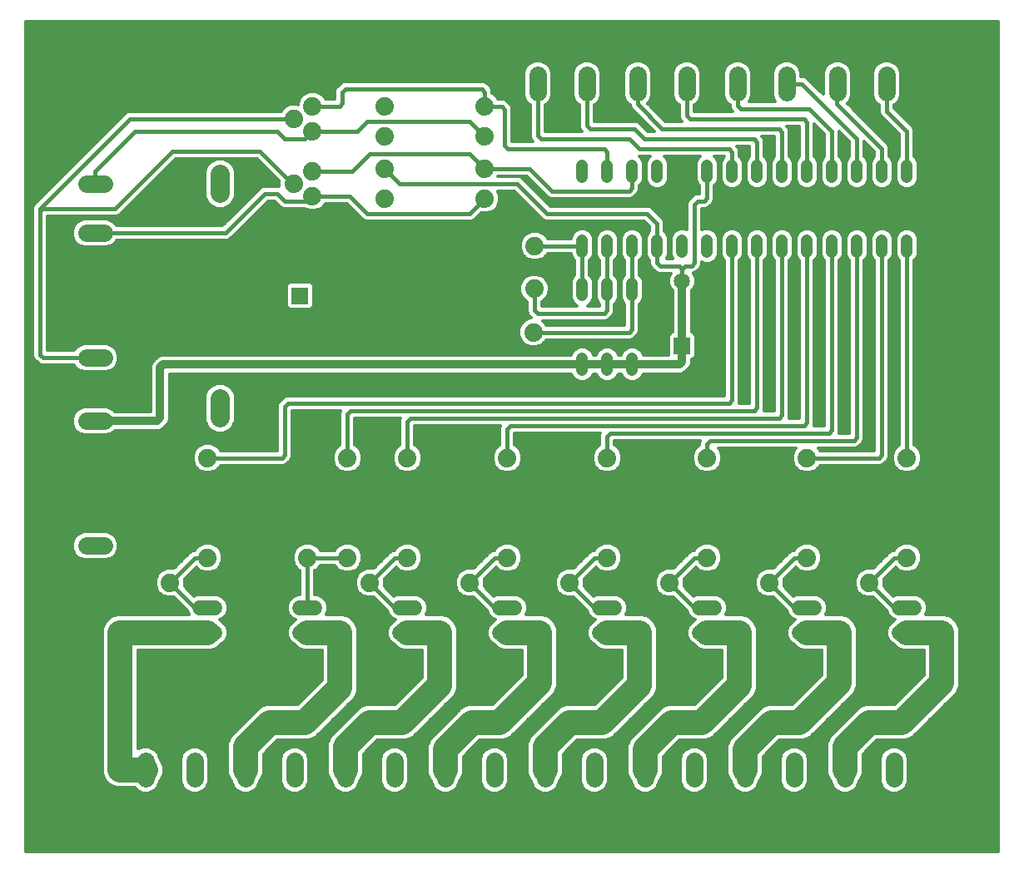
<source format=gtl>
G75*
%MOIN*%
%OFA0B0*%
%FSLAX25Y25*%
%IPPOS*%
%LPD*%
%AMOC8*
5,1,8,0,0,1.08239X$1,22.5*
%
%ADD10C,0.07050*%
%ADD11C,0.07800*%
%ADD12C,0.04800*%
%ADD13C,0.06000*%
%ADD14C,0.07400*%
%ADD15C,0.25000*%
%ADD16C,0.06500*%
%ADD17R,0.06500X0.06500*%
%ADD18C,0.06600*%
%ADD19C,0.10000*%
%ADD20C,0.01600*%
%ADD21C,0.03200*%
%ADD22C,0.01200*%
D10*
X0051157Y0032475D02*
X0051157Y0039525D01*
X0070843Y0039525D02*
X0070843Y0032475D01*
X0091157Y0032475D02*
X0091157Y0039525D01*
X0110843Y0039525D02*
X0110843Y0032475D01*
X0131157Y0032475D02*
X0131157Y0039525D01*
X0150843Y0039525D02*
X0150843Y0032475D01*
X0171157Y0032475D02*
X0171157Y0039525D01*
X0190843Y0039525D02*
X0190843Y0032475D01*
X0211157Y0032475D02*
X0211157Y0039525D01*
X0230843Y0039525D02*
X0230843Y0032475D01*
X0251157Y0032475D02*
X0251157Y0039525D01*
X0270843Y0039525D02*
X0270843Y0032475D01*
X0291157Y0032475D02*
X0291157Y0039525D01*
X0310843Y0039525D02*
X0310843Y0032475D01*
X0331157Y0032475D02*
X0331157Y0039525D01*
X0350843Y0039525D02*
X0350843Y0032475D01*
X0034525Y0106157D02*
X0027475Y0106157D01*
X0027475Y0125843D02*
X0034525Y0125843D01*
X0034525Y0156157D02*
X0027475Y0156157D01*
X0027475Y0175843D02*
X0034525Y0175843D01*
X0034525Y0201157D02*
X0027475Y0201157D01*
X0027475Y0220843D02*
X0034525Y0220843D01*
X0034525Y0251157D02*
X0027475Y0251157D01*
X0027475Y0270843D02*
X0034525Y0270843D01*
X0208157Y0307475D02*
X0208157Y0314525D01*
X0227843Y0314525D02*
X0227843Y0307475D01*
X0248157Y0307475D02*
X0248157Y0314525D01*
X0267843Y0314525D02*
X0267843Y0307475D01*
X0288157Y0307475D02*
X0288157Y0314525D01*
X0307843Y0314525D02*
X0307843Y0307475D01*
X0328157Y0307475D02*
X0328157Y0314525D01*
X0347843Y0314525D02*
X0347843Y0307475D01*
D11*
X0081000Y0274900D02*
X0081000Y0267100D01*
X0081000Y0184900D02*
X0081000Y0177100D01*
D12*
X0226000Y0196100D02*
X0226000Y0200900D01*
X0236000Y0200900D02*
X0236000Y0196100D01*
X0246000Y0196100D02*
X0246000Y0200900D01*
X0246000Y0226100D02*
X0246000Y0230900D01*
X0236000Y0230900D02*
X0236000Y0226100D01*
X0226000Y0226100D02*
X0226000Y0230900D01*
X0226000Y0243600D02*
X0226000Y0248400D01*
X0236000Y0248400D02*
X0236000Y0243600D01*
X0246000Y0243600D02*
X0246000Y0248400D01*
X0256000Y0248400D02*
X0256000Y0243600D01*
X0266000Y0243600D02*
X0266000Y0248400D01*
X0276000Y0248400D02*
X0276000Y0243600D01*
X0286000Y0243600D02*
X0286000Y0248400D01*
X0296000Y0248400D02*
X0296000Y0243600D01*
X0306000Y0243600D02*
X0306000Y0248400D01*
X0316000Y0248400D02*
X0316000Y0243600D01*
X0326000Y0243600D02*
X0326000Y0248400D01*
X0336000Y0248400D02*
X0336000Y0243600D01*
X0346000Y0243600D02*
X0346000Y0248400D01*
X0356000Y0248400D02*
X0356000Y0243600D01*
X0356000Y0273600D02*
X0356000Y0278400D01*
X0346000Y0278400D02*
X0346000Y0273600D01*
X0336000Y0273600D02*
X0336000Y0278400D01*
X0326000Y0278400D02*
X0326000Y0273600D01*
X0316000Y0273600D02*
X0316000Y0278400D01*
X0306000Y0278400D02*
X0306000Y0273600D01*
X0296000Y0273600D02*
X0296000Y0278400D01*
X0286000Y0278400D02*
X0286000Y0273600D01*
X0276000Y0273600D02*
X0276000Y0278400D01*
X0266000Y0278400D02*
X0266000Y0273600D01*
X0256000Y0273600D02*
X0256000Y0278400D01*
X0246000Y0278400D02*
X0246000Y0273600D01*
X0236000Y0273600D02*
X0236000Y0278400D01*
X0226000Y0278400D02*
X0226000Y0273600D01*
D13*
X0233000Y0101000D02*
X0239000Y0101000D01*
X0239000Y0091000D02*
X0233000Y0091000D01*
X0233000Y0081000D02*
X0239000Y0081000D01*
X0273000Y0081000D02*
X0279000Y0081000D01*
X0279000Y0091000D02*
X0273000Y0091000D01*
X0273000Y0101000D02*
X0279000Y0101000D01*
X0313000Y0101000D02*
X0319000Y0101000D01*
X0319000Y0091000D02*
X0313000Y0091000D01*
X0313000Y0081000D02*
X0319000Y0081000D01*
X0353000Y0081000D02*
X0359000Y0081000D01*
X0359000Y0091000D02*
X0353000Y0091000D01*
X0353000Y0101000D02*
X0359000Y0101000D01*
X0199000Y0101000D02*
X0193000Y0101000D01*
X0193000Y0091000D02*
X0199000Y0091000D01*
X0199000Y0081000D02*
X0193000Y0081000D01*
X0159000Y0081000D02*
X0153000Y0081000D01*
X0153000Y0091000D02*
X0159000Y0091000D01*
X0159000Y0101000D02*
X0153000Y0101000D01*
X0119000Y0101000D02*
X0113000Y0101000D01*
X0113000Y0091000D02*
X0119000Y0091000D01*
X0119000Y0081000D02*
X0113000Y0081000D01*
X0079000Y0081000D02*
X0073000Y0081000D01*
X0073000Y0091000D02*
X0079000Y0091000D01*
X0079000Y0101000D02*
X0073000Y0101000D01*
D14*
X0061000Y0111000D03*
X0076000Y0121000D03*
X0116000Y0121000D03*
X0132000Y0121000D03*
X0141000Y0111000D03*
X0156000Y0121000D03*
X0181000Y0111000D03*
X0196000Y0121000D03*
X0221000Y0111000D03*
X0236000Y0121000D03*
X0261000Y0111000D03*
X0276000Y0121000D03*
X0301000Y0111000D03*
X0316000Y0121000D03*
X0341000Y0111000D03*
X0356000Y0121000D03*
X0356000Y0161000D03*
X0316000Y0161000D03*
X0276000Y0161000D03*
X0236000Y0161000D03*
X0196000Y0161000D03*
X0156000Y0161000D03*
X0132000Y0161000D03*
X0116000Y0161000D03*
X0076000Y0161000D03*
X0166400Y0211400D03*
X0166800Y0228800D03*
X0167000Y0246000D03*
X0147000Y0265000D03*
X0147000Y0277000D03*
X0147000Y0290000D03*
X0147000Y0302000D03*
X0118000Y0302000D03*
X0110500Y0297000D03*
X0118000Y0292000D03*
X0118000Y0276000D03*
X0110500Y0271000D03*
X0118000Y0266000D03*
X0187000Y0265000D03*
X0187000Y0277000D03*
X0187000Y0290000D03*
X0187000Y0302000D03*
X0207000Y0246000D03*
X0206800Y0228800D03*
X0206400Y0211400D03*
X0221000Y0071000D03*
X0181000Y0071000D03*
X0141000Y0071000D03*
X0061000Y0071000D03*
X0261000Y0071000D03*
X0301000Y0071000D03*
X0341000Y0071000D03*
D15*
X0376000Y0021000D03*
X0374000Y0318000D03*
X0021000Y0318000D03*
X0021000Y0021000D03*
D16*
X0266000Y0232000D03*
X0276000Y0232000D03*
X0276000Y0206000D03*
D17*
X0266000Y0206000D03*
X0113000Y0226000D03*
D18*
X0143000Y0226000D03*
D19*
X0156000Y0091000D02*
X0169000Y0091000D01*
X0169000Y0070000D01*
X0154000Y0055000D01*
X0141000Y0055000D01*
X0131157Y0045157D01*
X0131157Y0036000D01*
X0115000Y0055000D02*
X0129000Y0069000D01*
X0129000Y0091000D01*
X0116000Y0091000D01*
X0115000Y0055000D02*
X0101000Y0055000D01*
X0091157Y0045157D01*
X0091157Y0036000D01*
X0051157Y0036000D02*
X0041000Y0036000D01*
X0041000Y0091000D01*
X0076000Y0091000D01*
X0171157Y0044157D02*
X0171157Y0036000D01*
X0171157Y0044157D02*
X0182000Y0055000D01*
X0193000Y0055000D01*
X0209000Y0071000D01*
X0209000Y0091000D01*
X0196000Y0091000D01*
X0236000Y0091000D02*
X0249000Y0091000D01*
X0249000Y0070000D01*
X0234000Y0055000D01*
X0221000Y0055000D01*
X0211157Y0045157D01*
X0211157Y0036000D01*
X0251157Y0036000D02*
X0251157Y0044157D01*
X0262000Y0055000D01*
X0274000Y0055000D01*
X0289000Y0070000D01*
X0289000Y0091000D01*
X0276000Y0091000D01*
X0316000Y0091000D02*
X0329000Y0091000D01*
X0329000Y0071000D01*
X0313000Y0055000D01*
X0302000Y0055000D01*
X0291157Y0044157D01*
X0291157Y0036000D01*
X0331157Y0036000D02*
X0331157Y0045157D01*
X0341000Y0055000D01*
X0354000Y0055000D01*
X0370000Y0071000D01*
X0370000Y0091000D01*
X0356000Y0091000D01*
D20*
X0356000Y0101000D02*
X0351000Y0101000D01*
X0341000Y0111000D01*
X0351000Y0121000D01*
X0356000Y0121000D01*
X0316000Y0121000D02*
X0311000Y0121000D01*
X0301000Y0111000D01*
X0311000Y0101000D01*
X0316000Y0101000D01*
X0276000Y0101000D02*
X0271000Y0101000D01*
X0261000Y0111000D01*
X0271000Y0121000D01*
X0276000Y0121000D01*
X0236000Y0121000D02*
X0231000Y0121000D01*
X0221000Y0111000D01*
X0231000Y0101000D01*
X0236000Y0101000D01*
X0196000Y0101000D02*
X0191000Y0101000D01*
X0181000Y0111000D01*
X0191000Y0121000D01*
X0196000Y0121000D01*
X0156000Y0121000D02*
X0151000Y0121000D01*
X0141000Y0111000D01*
X0151000Y0101000D01*
X0156000Y0101000D01*
X0132000Y0121000D02*
X0116000Y0121000D01*
X0116000Y0101000D01*
X0076000Y0101000D02*
X0071000Y0101000D01*
X0061000Y0111000D01*
X0071000Y0121000D01*
X0076000Y0121000D01*
X0076000Y0161000D02*
X0105750Y0161000D01*
X0107000Y0162250D01*
X0107000Y0181750D01*
X0108250Y0183000D01*
X0284750Y0183000D01*
X0286000Y0184250D01*
X0286000Y0246000D01*
X0296000Y0246000D02*
X0296000Y0181250D01*
X0294750Y0180000D01*
X0133250Y0180000D01*
X0132000Y0178750D01*
X0132000Y0161000D01*
X0156000Y0161000D02*
X0156000Y0175750D01*
X0157250Y0177000D01*
X0304750Y0177000D01*
X0306000Y0178250D01*
X0306000Y0246000D01*
X0316000Y0246000D02*
X0316000Y0175250D01*
X0314750Y0174000D01*
X0197250Y0174000D01*
X0196000Y0172750D01*
X0196000Y0161000D01*
X0236000Y0161000D02*
X0236000Y0169750D01*
X0237250Y0171000D01*
X0324750Y0171000D01*
X0326000Y0172250D01*
X0326000Y0246000D01*
X0336000Y0246000D02*
X0336000Y0169250D01*
X0334750Y0168000D01*
X0277250Y0168000D01*
X0276000Y0166750D01*
X0276000Y0161000D01*
X0316000Y0161000D02*
X0344750Y0161000D01*
X0346000Y0162250D01*
X0346000Y0246000D01*
X0356000Y0246000D02*
X0356000Y0161000D01*
X0266000Y0232000D02*
X0266000Y0236750D01*
X0264750Y0238000D01*
X0257250Y0238000D01*
X0256000Y0239250D01*
X0256000Y0246000D01*
X0256000Y0255000D01*
X0252000Y0259000D01*
X0212000Y0259000D01*
X0200000Y0271000D01*
X0153000Y0271000D01*
X0147000Y0277000D01*
X0141000Y0283000D02*
X0134000Y0276000D01*
X0118000Y0276000D01*
X0110500Y0271000D02*
X0110000Y0271000D01*
X0097000Y0284000D01*
X0062000Y0284000D01*
X0039000Y0261000D01*
X0010000Y0261000D01*
X0009000Y0260000D01*
X0009000Y0261000D01*
X0045000Y0297000D01*
X0110500Y0297000D01*
X0104000Y0292000D02*
X0107000Y0289000D01*
X0115000Y0289000D01*
X0118000Y0292000D01*
X0136000Y0292000D01*
X0140000Y0296000D01*
X0181000Y0296000D01*
X0187000Y0290000D01*
X0195000Y0286250D02*
X0195000Y0300750D01*
X0193750Y0302000D01*
X0187000Y0302000D01*
X0187000Y0307750D01*
X0185750Y0309000D01*
X0131250Y0309000D01*
X0130000Y0307750D01*
X0130000Y0303250D01*
X0128750Y0302000D01*
X0118000Y0302000D01*
X0104000Y0292000D02*
X0047000Y0292000D01*
X0031000Y0276000D01*
X0031000Y0270843D01*
X0031000Y0251157D02*
X0083157Y0251157D01*
X0099000Y0267000D01*
X0104000Y0267000D01*
X0107000Y0264000D01*
X0116000Y0264000D01*
X0118000Y0266000D01*
X0133000Y0266000D01*
X0140000Y0259000D01*
X0181000Y0259000D01*
X0187000Y0265000D01*
X0187000Y0277000D02*
X0181000Y0283000D01*
X0141000Y0283000D01*
X0187000Y0277000D02*
X0205000Y0277000D01*
X0214000Y0268000D01*
X0244750Y0268000D01*
X0246000Y0269250D01*
X0246000Y0276000D01*
X0249000Y0285000D02*
X0245000Y0289000D01*
X0209407Y0289000D01*
X0208157Y0290250D01*
X0208157Y0311000D01*
X0227843Y0311000D02*
X0227843Y0294250D01*
X0229093Y0293000D01*
X0247000Y0293000D01*
X0251000Y0289000D01*
X0294750Y0289000D01*
X0296000Y0287750D01*
X0296000Y0276000D01*
X0286000Y0276000D02*
X0286000Y0283750D01*
X0284750Y0285000D01*
X0249000Y0285000D01*
X0258000Y0293000D02*
X0248157Y0302843D01*
X0248157Y0311000D01*
X0267843Y0311000D02*
X0267843Y0298250D01*
X0269093Y0297000D01*
X0314750Y0297000D01*
X0316000Y0295750D01*
X0316000Y0276000D01*
X0306000Y0276000D02*
X0306000Y0291750D01*
X0304750Y0293000D01*
X0258000Y0293000D01*
X0276000Y0276000D02*
X0276000Y0265250D01*
X0274750Y0264000D01*
X0272250Y0264000D01*
X0271000Y0262750D01*
X0271000Y0239250D01*
X0269750Y0238000D01*
X0267250Y0238000D01*
X0266000Y0236750D01*
X0246000Y0228500D02*
X0246000Y0212650D01*
X0244750Y0211400D01*
X0206400Y0211400D01*
X0208050Y0219000D02*
X0206800Y0220250D01*
X0206800Y0228800D01*
X0208050Y0219000D02*
X0234750Y0219000D01*
X0236000Y0220250D01*
X0236000Y0228500D01*
X0236000Y0246000D01*
X0226000Y0246000D02*
X0207000Y0246000D01*
X0226000Y0246000D02*
X0226000Y0228500D01*
X0246000Y0228500D02*
X0246000Y0246000D01*
X0236000Y0276000D02*
X0236000Y0283750D01*
X0234750Y0285000D01*
X0196250Y0285000D01*
X0195000Y0286250D01*
X0288157Y0302250D02*
X0288157Y0311000D01*
X0288157Y0302250D02*
X0289407Y0301000D01*
X0317000Y0301000D01*
X0326000Y0292000D01*
X0326000Y0276000D01*
X0336000Y0276000D02*
X0336000Y0289000D01*
X0314000Y0311000D01*
X0307843Y0311000D01*
X0328000Y0310843D02*
X0328000Y0303000D01*
X0346000Y0285000D01*
X0346000Y0276000D01*
X0356000Y0276000D02*
X0356000Y0292000D01*
X0348000Y0300000D01*
X0348000Y0310843D01*
X0347843Y0311000D01*
X0328157Y0311000D02*
X0328000Y0310843D01*
X0031000Y0201157D02*
X0010250Y0201157D01*
X0009000Y0202407D01*
X0009000Y0260000D01*
D21*
X0058250Y0198500D02*
X0057000Y0197250D01*
X0057000Y0177093D01*
X0055750Y0175843D01*
X0031000Y0175843D01*
X0058250Y0198500D02*
X0226000Y0198500D01*
X0236000Y0198500D01*
X0246000Y0198500D01*
X0264750Y0198500D01*
X0266000Y0199750D01*
X0266000Y0206000D01*
X0266000Y0232000D01*
D22*
X0003200Y0335761D02*
X0003200Y0003200D01*
X0392501Y0003200D01*
X0392501Y0335761D01*
X0003200Y0335761D01*
X0003200Y0335385D02*
X0392501Y0335385D01*
X0392501Y0334186D02*
X0003200Y0334186D01*
X0003200Y0332988D02*
X0392501Y0332988D01*
X0392501Y0331789D02*
X0003200Y0331789D01*
X0003200Y0330591D02*
X0392501Y0330591D01*
X0392501Y0329392D02*
X0003200Y0329392D01*
X0003200Y0328194D02*
X0392501Y0328194D01*
X0392501Y0326995D02*
X0003200Y0326995D01*
X0003200Y0325797D02*
X0392501Y0325797D01*
X0392501Y0324598D02*
X0003200Y0324598D01*
X0003200Y0323400D02*
X0392501Y0323400D01*
X0392501Y0322201D02*
X0003200Y0322201D01*
X0003200Y0321003D02*
X0392501Y0321003D01*
X0392501Y0319804D02*
X0350058Y0319804D01*
X0351085Y0319378D02*
X0348981Y0320250D01*
X0346704Y0320250D01*
X0344600Y0319378D01*
X0342989Y0317768D01*
X0342118Y0315664D01*
X0342118Y0306336D01*
X0342989Y0304232D01*
X0344600Y0302622D01*
X0345000Y0302456D01*
X0345000Y0299403D01*
X0345457Y0298301D01*
X0346301Y0297457D01*
X0353000Y0290757D01*
X0353000Y0281905D01*
X0352100Y0281006D01*
X0351400Y0279315D01*
X0351400Y0272685D01*
X0352100Y0270994D01*
X0353394Y0269700D01*
X0355085Y0269000D01*
X0356915Y0269000D01*
X0358606Y0269700D01*
X0359900Y0270994D01*
X0360600Y0272685D01*
X0360600Y0279315D01*
X0359900Y0281006D01*
X0359000Y0281905D01*
X0359000Y0292597D01*
X0358543Y0293699D01*
X0351000Y0301243D01*
X0351000Y0302586D01*
X0351085Y0302622D01*
X0352696Y0304232D01*
X0353568Y0306336D01*
X0353568Y0315664D01*
X0352696Y0317768D01*
X0351085Y0319378D01*
X0351858Y0318605D02*
X0392501Y0318605D01*
X0392501Y0317407D02*
X0352845Y0317407D01*
X0353342Y0316208D02*
X0392501Y0316208D01*
X0392501Y0315010D02*
X0353568Y0315010D01*
X0353568Y0313811D02*
X0392501Y0313811D01*
X0392501Y0312613D02*
X0353568Y0312613D01*
X0353568Y0311414D02*
X0392501Y0311414D01*
X0392501Y0310216D02*
X0353568Y0310216D01*
X0353568Y0309017D02*
X0392501Y0309017D01*
X0392501Y0307819D02*
X0353568Y0307819D01*
X0353568Y0306620D02*
X0392501Y0306620D01*
X0392501Y0305422D02*
X0353189Y0305422D01*
X0352687Y0304223D02*
X0392501Y0304223D01*
X0392501Y0303025D02*
X0351489Y0303025D01*
X0351000Y0301826D02*
X0392501Y0301826D01*
X0392501Y0300628D02*
X0351615Y0300628D01*
X0352813Y0299429D02*
X0392501Y0299429D01*
X0392501Y0298231D02*
X0354012Y0298231D01*
X0355210Y0297032D02*
X0392501Y0297032D01*
X0392501Y0295834D02*
X0356409Y0295834D01*
X0357607Y0294635D02*
X0392501Y0294635D01*
X0392501Y0293437D02*
X0358652Y0293437D01*
X0359000Y0292238D02*
X0392501Y0292238D01*
X0392501Y0291040D02*
X0359000Y0291040D01*
X0359000Y0289841D02*
X0392501Y0289841D01*
X0392501Y0288643D02*
X0359000Y0288643D01*
X0359000Y0287444D02*
X0392501Y0287444D01*
X0392501Y0286246D02*
X0359000Y0286246D01*
X0359000Y0285047D02*
X0392501Y0285047D01*
X0392501Y0283849D02*
X0359000Y0283849D01*
X0359000Y0282650D02*
X0392501Y0282650D01*
X0392501Y0281452D02*
X0359454Y0281452D01*
X0360211Y0280253D02*
X0392501Y0280253D01*
X0392501Y0279055D02*
X0360600Y0279055D01*
X0360600Y0277856D02*
X0392501Y0277856D01*
X0392501Y0276658D02*
X0360600Y0276658D01*
X0360600Y0275459D02*
X0392501Y0275459D01*
X0392501Y0274261D02*
X0360600Y0274261D01*
X0360600Y0273062D02*
X0392501Y0273062D01*
X0392501Y0271864D02*
X0360260Y0271864D01*
X0359570Y0270665D02*
X0392501Y0270665D01*
X0392501Y0269467D02*
X0358041Y0269467D01*
X0353959Y0269467D02*
X0348041Y0269467D01*
X0348606Y0269700D02*
X0346915Y0269000D01*
X0345085Y0269000D01*
X0343394Y0269700D01*
X0342100Y0270994D01*
X0341400Y0272685D01*
X0341400Y0279315D01*
X0342100Y0281006D01*
X0343000Y0281905D01*
X0343000Y0283757D01*
X0339000Y0287757D01*
X0339000Y0281905D01*
X0339900Y0281006D01*
X0340600Y0279315D01*
X0340600Y0272685D01*
X0339900Y0270994D01*
X0338606Y0269700D01*
X0336915Y0269000D01*
X0335085Y0269000D01*
X0333394Y0269700D01*
X0332100Y0270994D01*
X0331400Y0272685D01*
X0331400Y0279315D01*
X0332100Y0281006D01*
X0333000Y0281905D01*
X0333000Y0287757D01*
X0329000Y0291757D01*
X0329000Y0281905D01*
X0329900Y0281006D01*
X0330600Y0279315D01*
X0330600Y0272685D01*
X0329900Y0270994D01*
X0328606Y0269700D01*
X0326915Y0269000D01*
X0325085Y0269000D01*
X0323394Y0269700D01*
X0322100Y0270994D01*
X0321400Y0272685D01*
X0321400Y0279315D01*
X0322100Y0281006D01*
X0323000Y0281905D01*
X0323000Y0290757D01*
X0319000Y0294757D01*
X0319000Y0281905D01*
X0319900Y0281006D01*
X0320600Y0279315D01*
X0320600Y0272685D01*
X0319900Y0270994D01*
X0318606Y0269700D01*
X0316915Y0269000D01*
X0315085Y0269000D01*
X0313394Y0269700D01*
X0312100Y0270994D01*
X0311400Y0272685D01*
X0311400Y0279315D01*
X0312100Y0281006D01*
X0313000Y0281905D01*
X0313000Y0294000D01*
X0307993Y0294000D01*
X0308543Y0293449D01*
X0309000Y0292347D01*
X0309000Y0281905D01*
X0309900Y0281006D01*
X0310600Y0279315D01*
X0310600Y0272685D01*
X0309900Y0270994D01*
X0308606Y0269700D01*
X0306915Y0269000D01*
X0305085Y0269000D01*
X0303394Y0269700D01*
X0302100Y0270994D01*
X0301400Y0272685D01*
X0301400Y0279315D01*
X0302100Y0281006D01*
X0303000Y0281905D01*
X0303000Y0290000D01*
X0297993Y0290000D01*
X0298543Y0289449D01*
X0299000Y0288347D01*
X0299000Y0281905D01*
X0299900Y0281006D01*
X0300600Y0279315D01*
X0300600Y0272685D01*
X0299900Y0270994D01*
X0298606Y0269700D01*
X0296915Y0269000D01*
X0295085Y0269000D01*
X0293394Y0269700D01*
X0292100Y0270994D01*
X0291400Y0272685D01*
X0291400Y0279315D01*
X0292100Y0281006D01*
X0293000Y0281905D01*
X0293000Y0286000D01*
X0287993Y0286000D01*
X0288543Y0285449D01*
X0289000Y0284347D01*
X0289000Y0281905D01*
X0289900Y0281006D01*
X0290600Y0279315D01*
X0290600Y0272685D01*
X0289900Y0270994D01*
X0288606Y0269700D01*
X0286915Y0269000D01*
X0285085Y0269000D01*
X0283394Y0269700D01*
X0282100Y0270994D01*
X0281400Y0272685D01*
X0281400Y0279315D01*
X0282100Y0281006D01*
X0283000Y0281905D01*
X0283000Y0282000D01*
X0278905Y0282000D01*
X0279900Y0281006D01*
X0280600Y0279315D01*
X0280600Y0272685D01*
X0279900Y0270994D01*
X0279000Y0270095D01*
X0279000Y0264653D01*
X0278543Y0263551D01*
X0277699Y0262707D01*
X0276449Y0261457D01*
X0275347Y0261000D01*
X0274000Y0261000D01*
X0274000Y0252551D01*
X0275085Y0253000D01*
X0276915Y0253000D01*
X0278606Y0252300D01*
X0279900Y0251006D01*
X0280600Y0249315D01*
X0280600Y0242685D01*
X0279900Y0240994D01*
X0278606Y0239700D01*
X0276915Y0239000D01*
X0275085Y0239000D01*
X0274000Y0239449D01*
X0274000Y0238653D01*
X0273543Y0237551D01*
X0272699Y0236707D01*
X0271449Y0235457D01*
X0270602Y0235106D01*
X0270620Y0235087D01*
X0271450Y0233084D01*
X0271450Y0230916D01*
X0270620Y0228913D01*
X0269800Y0228093D01*
X0269800Y0211450D01*
X0270161Y0211450D01*
X0271450Y0210161D01*
X0271450Y0201839D01*
X0270161Y0200550D01*
X0269800Y0200550D01*
X0269800Y0198994D01*
X0269221Y0197597D01*
X0268153Y0196529D01*
X0268153Y0196529D01*
X0267971Y0196347D01*
X0267971Y0196347D01*
X0266903Y0195279D01*
X0265506Y0194700D01*
X0250399Y0194700D01*
X0249900Y0193494D01*
X0248606Y0192200D01*
X0246915Y0191500D01*
X0245085Y0191500D01*
X0243394Y0192200D01*
X0242100Y0193494D01*
X0241601Y0194700D01*
X0240399Y0194700D01*
X0239900Y0193494D01*
X0238606Y0192200D01*
X0236915Y0191500D01*
X0235085Y0191500D01*
X0233394Y0192200D01*
X0232100Y0193494D01*
X0231601Y0194700D01*
X0230399Y0194700D01*
X0229900Y0193494D01*
X0228606Y0192200D01*
X0226915Y0191500D01*
X0225085Y0191500D01*
X0223394Y0192200D01*
X0222100Y0193494D01*
X0221601Y0194700D01*
X0060800Y0194700D01*
X0060800Y0176337D01*
X0060221Y0174940D01*
X0058971Y0173690D01*
X0057903Y0172621D01*
X0056506Y0172043D01*
X0038821Y0172043D01*
X0037768Y0170989D01*
X0035664Y0170118D01*
X0026336Y0170118D01*
X0024232Y0170989D01*
X0022622Y0172600D01*
X0021750Y0174704D01*
X0021750Y0176981D01*
X0022622Y0179085D01*
X0024232Y0180696D01*
X0026336Y0181568D01*
X0035664Y0181568D01*
X0037768Y0180696D01*
X0038821Y0179643D01*
X0053200Y0179643D01*
X0053200Y0198006D01*
X0053779Y0199403D01*
X0054847Y0200471D01*
X0056097Y0201721D01*
X0057494Y0202300D01*
X0221601Y0202300D01*
X0222100Y0203506D01*
X0223394Y0204800D01*
X0225085Y0205500D01*
X0226915Y0205500D01*
X0228606Y0204800D01*
X0229900Y0203506D01*
X0230399Y0202300D01*
X0231601Y0202300D01*
X0232100Y0203506D01*
X0233394Y0204800D01*
X0235085Y0205500D01*
X0236915Y0205500D01*
X0238606Y0204800D01*
X0239900Y0203506D01*
X0240399Y0202300D01*
X0241601Y0202300D01*
X0242100Y0203506D01*
X0243394Y0204800D01*
X0245085Y0205500D01*
X0246915Y0205500D01*
X0248606Y0204800D01*
X0249900Y0203506D01*
X0250399Y0202300D01*
X0260550Y0202300D01*
X0260550Y0210161D01*
X0261839Y0211450D01*
X0262200Y0211450D01*
X0262200Y0228093D01*
X0261380Y0228913D01*
X0260550Y0230916D01*
X0260550Y0233084D01*
X0261344Y0235000D01*
X0256653Y0235000D01*
X0255551Y0235457D01*
X0254301Y0236707D01*
X0253457Y0237551D01*
X0253000Y0238653D01*
X0253000Y0240095D01*
X0252100Y0240994D01*
X0251400Y0242685D01*
X0251400Y0249315D01*
X0252100Y0251006D01*
X0253000Y0251905D01*
X0253000Y0253757D01*
X0250757Y0256000D01*
X0211403Y0256000D01*
X0210301Y0256457D01*
X0198757Y0268000D01*
X0192143Y0268000D01*
X0192900Y0266174D01*
X0192900Y0263826D01*
X0192002Y0261658D01*
X0190342Y0259998D01*
X0188174Y0259100D01*
X0185826Y0259100D01*
X0185484Y0259242D01*
X0182699Y0256457D01*
X0181597Y0256000D01*
X0139403Y0256000D01*
X0138301Y0256457D01*
X0137457Y0257301D01*
X0131757Y0263000D01*
X0123143Y0263000D01*
X0123002Y0262658D01*
X0121342Y0260998D01*
X0119174Y0260100D01*
X0116826Y0260100D01*
X0114658Y0260998D01*
X0114656Y0261000D01*
X0106403Y0261000D01*
X0105301Y0261457D01*
X0104457Y0262301D01*
X0102757Y0264000D01*
X0100243Y0264000D01*
X0084857Y0248614D01*
X0083754Y0248157D01*
X0039479Y0248157D01*
X0039378Y0247915D01*
X0037768Y0246304D01*
X0035664Y0245432D01*
X0026336Y0245432D01*
X0024232Y0246304D01*
X0022622Y0247915D01*
X0021750Y0250019D01*
X0021750Y0252296D01*
X0022622Y0254400D01*
X0024232Y0256011D01*
X0026336Y0256882D01*
X0035664Y0256882D01*
X0037768Y0256011D01*
X0039378Y0254400D01*
X0039479Y0254157D01*
X0081915Y0254157D01*
X0096457Y0268699D01*
X0097301Y0269543D01*
X0098403Y0270000D01*
X0104597Y0270000D01*
X0104600Y0269999D01*
X0104600Y0272157D01*
X0095757Y0281000D01*
X0063243Y0281000D01*
X0041543Y0259301D01*
X0040699Y0258457D01*
X0039597Y0258000D01*
X0012000Y0258000D01*
X0012000Y0204157D01*
X0022521Y0204157D01*
X0022622Y0204400D01*
X0024232Y0206011D01*
X0026336Y0206882D01*
X0035664Y0206882D01*
X0037768Y0206011D01*
X0039378Y0204400D01*
X0040250Y0202296D01*
X0040250Y0200019D01*
X0039378Y0197915D01*
X0037768Y0196304D01*
X0035664Y0195432D01*
X0026336Y0195432D01*
X0024232Y0196304D01*
X0022622Y0197915D01*
X0022521Y0198157D01*
X0009653Y0198157D01*
X0008551Y0198614D01*
X0007707Y0199458D01*
X0007707Y0199458D01*
X0007301Y0199864D01*
X0007301Y0199864D01*
X0006457Y0200708D01*
X0006000Y0201811D01*
X0006000Y0261597D01*
X0006457Y0262699D01*
X0042457Y0298699D01*
X0043301Y0299543D01*
X0044403Y0300000D01*
X0105357Y0300000D01*
X0105498Y0300342D01*
X0107158Y0302002D01*
X0109326Y0302900D01*
X0111674Y0302900D01*
X0112100Y0302723D01*
X0112100Y0303174D01*
X0112998Y0305342D01*
X0114658Y0307002D01*
X0116826Y0307900D01*
X0119174Y0307900D01*
X0121342Y0307002D01*
X0123002Y0305342D01*
X0123143Y0305000D01*
X0127000Y0305000D01*
X0127000Y0308347D01*
X0127457Y0309449D01*
X0128707Y0310699D01*
X0129551Y0311543D01*
X0130653Y0312000D01*
X0186347Y0312000D01*
X0187449Y0311543D01*
X0188699Y0310293D01*
X0189543Y0309449D01*
X0190000Y0308347D01*
X0190000Y0307143D01*
X0190342Y0307002D01*
X0192002Y0305342D01*
X0192143Y0305000D01*
X0194347Y0305000D01*
X0195449Y0304543D01*
X0196293Y0303699D01*
X0197543Y0302449D01*
X0198000Y0301347D01*
X0198000Y0288000D01*
X0206165Y0288000D01*
X0205614Y0288551D01*
X0205157Y0289653D01*
X0205157Y0302521D01*
X0204915Y0302622D01*
X0203304Y0304232D01*
X0202432Y0306336D01*
X0202432Y0315664D01*
X0203304Y0317768D01*
X0204915Y0319378D01*
X0207019Y0320250D01*
X0209296Y0320250D01*
X0211400Y0319378D01*
X0213011Y0317768D01*
X0213882Y0315664D01*
X0213882Y0306336D01*
X0213011Y0304232D01*
X0211400Y0302622D01*
X0211157Y0302521D01*
X0211157Y0292000D01*
X0225850Y0292000D01*
X0225299Y0292551D01*
X0224843Y0293653D01*
X0224843Y0302521D01*
X0224600Y0302622D01*
X0222989Y0304232D01*
X0222118Y0306336D01*
X0222118Y0315664D01*
X0222989Y0317768D01*
X0224600Y0319378D01*
X0226704Y0320250D01*
X0228981Y0320250D01*
X0231085Y0319378D01*
X0232696Y0317768D01*
X0233568Y0315664D01*
X0233568Y0306336D01*
X0232696Y0304232D01*
X0231085Y0302622D01*
X0230843Y0302521D01*
X0230843Y0296000D01*
X0247597Y0296000D01*
X0248699Y0295543D01*
X0249543Y0294699D01*
X0252243Y0292000D01*
X0254757Y0292000D01*
X0246458Y0300299D01*
X0245614Y0301143D01*
X0245157Y0302246D01*
X0245157Y0302521D01*
X0244915Y0302622D01*
X0243304Y0304232D01*
X0242432Y0306336D01*
X0242432Y0315664D01*
X0243304Y0317768D01*
X0244915Y0319378D01*
X0247019Y0320250D01*
X0249296Y0320250D01*
X0251400Y0319378D01*
X0253011Y0317768D01*
X0253882Y0315664D01*
X0253882Y0306336D01*
X0253011Y0304232D01*
X0252011Y0303232D01*
X0259243Y0296000D01*
X0265850Y0296000D01*
X0265299Y0296551D01*
X0264843Y0297653D01*
X0264843Y0302521D01*
X0264600Y0302622D01*
X0262989Y0304232D01*
X0262118Y0306336D01*
X0262118Y0315664D01*
X0262989Y0317768D01*
X0264600Y0319378D01*
X0266704Y0320250D01*
X0268981Y0320250D01*
X0271085Y0319378D01*
X0272696Y0317768D01*
X0273568Y0315664D01*
X0273568Y0306336D01*
X0272696Y0304232D01*
X0271085Y0302622D01*
X0270843Y0302521D01*
X0270843Y0300000D01*
X0286165Y0300000D01*
X0285614Y0300551D01*
X0285157Y0301653D01*
X0285157Y0302521D01*
X0284915Y0302622D01*
X0283304Y0304232D01*
X0282432Y0306336D01*
X0282432Y0315664D01*
X0283304Y0317768D01*
X0284915Y0319378D01*
X0287019Y0320250D01*
X0289296Y0320250D01*
X0291400Y0319378D01*
X0293011Y0317768D01*
X0293882Y0315664D01*
X0293882Y0306336D01*
X0293011Y0304232D01*
X0292779Y0304000D01*
X0303221Y0304000D01*
X0302989Y0304232D01*
X0302118Y0306336D01*
X0302118Y0315664D01*
X0302989Y0317768D01*
X0304600Y0319378D01*
X0306704Y0320250D01*
X0308981Y0320250D01*
X0311085Y0319378D01*
X0312696Y0317768D01*
X0313568Y0315664D01*
X0313568Y0314000D01*
X0314597Y0314000D01*
X0315699Y0313543D01*
X0316543Y0312699D01*
X0322432Y0306810D01*
X0322432Y0315664D01*
X0323304Y0317768D01*
X0324915Y0319378D01*
X0327019Y0320250D01*
X0329296Y0320250D01*
X0331400Y0319378D01*
X0333011Y0317768D01*
X0333882Y0315664D01*
X0333882Y0306336D01*
X0333011Y0304232D01*
X0332011Y0303232D01*
X0348543Y0286699D01*
X0349000Y0285597D01*
X0349000Y0281905D01*
X0349900Y0281006D01*
X0350600Y0279315D01*
X0350600Y0272685D01*
X0349900Y0270994D01*
X0348606Y0269700D01*
X0349570Y0270665D02*
X0352430Y0270665D01*
X0351740Y0271864D02*
X0350260Y0271864D01*
X0350600Y0273062D02*
X0351400Y0273062D01*
X0351400Y0274261D02*
X0350600Y0274261D01*
X0350600Y0275459D02*
X0351400Y0275459D01*
X0351400Y0276658D02*
X0350600Y0276658D01*
X0350600Y0277856D02*
X0351400Y0277856D01*
X0351400Y0279055D02*
X0350600Y0279055D01*
X0350211Y0280253D02*
X0351789Y0280253D01*
X0352546Y0281452D02*
X0349454Y0281452D01*
X0349000Y0282650D02*
X0353000Y0282650D01*
X0353000Y0283849D02*
X0349000Y0283849D01*
X0349000Y0285047D02*
X0353000Y0285047D01*
X0353000Y0286246D02*
X0348731Y0286246D01*
X0347798Y0287444D02*
X0353000Y0287444D01*
X0353000Y0288643D02*
X0346600Y0288643D01*
X0345401Y0289841D02*
X0353000Y0289841D01*
X0352718Y0291040D02*
X0344203Y0291040D01*
X0343004Y0292238D02*
X0351519Y0292238D01*
X0350321Y0293437D02*
X0341806Y0293437D01*
X0340607Y0294635D02*
X0349122Y0294635D01*
X0347924Y0295834D02*
X0339409Y0295834D01*
X0338210Y0297032D02*
X0346725Y0297032D01*
X0345527Y0298231D02*
X0337012Y0298231D01*
X0335813Y0299429D02*
X0345000Y0299429D01*
X0345000Y0300628D02*
X0334615Y0300628D01*
X0333416Y0301826D02*
X0345000Y0301826D01*
X0344196Y0303025D02*
X0332218Y0303025D01*
X0333002Y0304223D02*
X0342998Y0304223D01*
X0342496Y0305422D02*
X0333504Y0305422D01*
X0333882Y0306620D02*
X0342118Y0306620D01*
X0342118Y0307819D02*
X0333882Y0307819D01*
X0333882Y0309017D02*
X0342118Y0309017D01*
X0342118Y0310216D02*
X0333882Y0310216D01*
X0333882Y0311414D02*
X0342118Y0311414D01*
X0342118Y0312613D02*
X0333882Y0312613D01*
X0333882Y0313811D02*
X0342118Y0313811D01*
X0342118Y0315010D02*
X0333882Y0315010D01*
X0333657Y0316208D02*
X0342343Y0316208D01*
X0342840Y0317407D02*
X0333160Y0317407D01*
X0332173Y0318605D02*
X0343827Y0318605D01*
X0345627Y0319804D02*
X0330373Y0319804D01*
X0325942Y0319804D02*
X0310058Y0319804D01*
X0311858Y0318605D02*
X0324142Y0318605D01*
X0323155Y0317407D02*
X0312845Y0317407D01*
X0313342Y0316208D02*
X0322658Y0316208D01*
X0322432Y0315010D02*
X0313568Y0315010D01*
X0315052Y0313811D02*
X0322432Y0313811D01*
X0322432Y0312613D02*
X0316630Y0312613D01*
X0317828Y0311414D02*
X0322432Y0311414D01*
X0322432Y0310216D02*
X0319027Y0310216D01*
X0320225Y0309017D02*
X0322432Y0309017D01*
X0322432Y0307819D02*
X0321424Y0307819D01*
X0319122Y0294635D02*
X0319000Y0294635D01*
X0319000Y0293437D02*
X0320321Y0293437D01*
X0321519Y0292238D02*
X0319000Y0292238D01*
X0319000Y0291040D02*
X0322718Y0291040D01*
X0323000Y0289841D02*
X0319000Y0289841D01*
X0319000Y0288643D02*
X0323000Y0288643D01*
X0323000Y0287444D02*
X0319000Y0287444D01*
X0319000Y0286246D02*
X0323000Y0286246D01*
X0323000Y0285047D02*
X0319000Y0285047D01*
X0319000Y0283849D02*
X0323000Y0283849D01*
X0323000Y0282650D02*
X0319000Y0282650D01*
X0319454Y0281452D02*
X0322546Y0281452D01*
X0321789Y0280253D02*
X0320211Y0280253D01*
X0320600Y0279055D02*
X0321400Y0279055D01*
X0321400Y0277856D02*
X0320600Y0277856D01*
X0320600Y0276658D02*
X0321400Y0276658D01*
X0321400Y0275459D02*
X0320600Y0275459D01*
X0320600Y0274261D02*
X0321400Y0274261D01*
X0321400Y0273062D02*
X0320600Y0273062D01*
X0320260Y0271864D02*
X0321740Y0271864D01*
X0322430Y0270665D02*
X0319570Y0270665D01*
X0318041Y0269467D02*
X0323959Y0269467D01*
X0328041Y0269467D02*
X0333959Y0269467D01*
X0332430Y0270665D02*
X0329570Y0270665D01*
X0330260Y0271864D02*
X0331740Y0271864D01*
X0331400Y0273062D02*
X0330600Y0273062D01*
X0330600Y0274261D02*
X0331400Y0274261D01*
X0331400Y0275459D02*
X0330600Y0275459D01*
X0330600Y0276658D02*
X0331400Y0276658D01*
X0331400Y0277856D02*
X0330600Y0277856D01*
X0330600Y0279055D02*
X0331400Y0279055D01*
X0331789Y0280253D02*
X0330211Y0280253D01*
X0329454Y0281452D02*
X0332546Y0281452D01*
X0333000Y0282650D02*
X0329000Y0282650D01*
X0329000Y0283849D02*
X0333000Y0283849D01*
X0333000Y0285047D02*
X0329000Y0285047D01*
X0329000Y0286246D02*
X0333000Y0286246D01*
X0333000Y0287444D02*
X0329000Y0287444D01*
X0329000Y0288643D02*
X0332115Y0288643D01*
X0330916Y0289841D02*
X0329000Y0289841D01*
X0329000Y0291040D02*
X0329718Y0291040D01*
X0339000Y0287444D02*
X0339313Y0287444D01*
X0339000Y0286246D02*
X0340512Y0286246D01*
X0341710Y0285047D02*
X0339000Y0285047D01*
X0339000Y0283849D02*
X0342909Y0283849D01*
X0343000Y0282650D02*
X0339000Y0282650D01*
X0339454Y0281452D02*
X0342546Y0281452D01*
X0341789Y0280253D02*
X0340211Y0280253D01*
X0340600Y0279055D02*
X0341400Y0279055D01*
X0341400Y0277856D02*
X0340600Y0277856D01*
X0340600Y0276658D02*
X0341400Y0276658D01*
X0341400Y0275459D02*
X0340600Y0275459D01*
X0340600Y0274261D02*
X0341400Y0274261D01*
X0341400Y0273062D02*
X0340600Y0273062D01*
X0340260Y0271864D02*
X0341740Y0271864D01*
X0342430Y0270665D02*
X0339570Y0270665D01*
X0338041Y0269467D02*
X0343959Y0269467D01*
X0345085Y0253000D02*
X0343394Y0252300D01*
X0342100Y0251006D01*
X0341400Y0249315D01*
X0341400Y0242685D01*
X0342100Y0240994D01*
X0343000Y0240095D01*
X0343000Y0164000D01*
X0321143Y0164000D01*
X0321002Y0164342D01*
X0320344Y0165000D01*
X0335347Y0165000D01*
X0336449Y0165457D01*
X0337699Y0166707D01*
X0338543Y0167551D01*
X0339000Y0168653D01*
X0339000Y0240095D01*
X0339900Y0240994D01*
X0340600Y0242685D01*
X0340600Y0249315D01*
X0339900Y0251006D01*
X0338606Y0252300D01*
X0336915Y0253000D01*
X0335085Y0253000D01*
X0333394Y0252300D01*
X0332100Y0251006D01*
X0331400Y0249315D01*
X0331400Y0242685D01*
X0332100Y0240994D01*
X0333000Y0240095D01*
X0333000Y0171000D01*
X0328729Y0171000D01*
X0329000Y0171653D01*
X0329000Y0240095D01*
X0329900Y0240994D01*
X0330600Y0242685D01*
X0330600Y0249315D01*
X0329900Y0251006D01*
X0328606Y0252300D01*
X0326915Y0253000D01*
X0325085Y0253000D01*
X0323394Y0252300D01*
X0322100Y0251006D01*
X0321400Y0249315D01*
X0321400Y0242685D01*
X0322100Y0240994D01*
X0323000Y0240095D01*
X0323000Y0174000D01*
X0318729Y0174000D01*
X0319000Y0174653D01*
X0319000Y0240095D01*
X0319900Y0240994D01*
X0320600Y0242685D01*
X0320600Y0249315D01*
X0319900Y0251006D01*
X0318606Y0252300D01*
X0316915Y0253000D01*
X0315085Y0253000D01*
X0313394Y0252300D01*
X0312100Y0251006D01*
X0311400Y0249315D01*
X0311400Y0242685D01*
X0312100Y0240994D01*
X0313000Y0240095D01*
X0313000Y0177000D01*
X0308729Y0177000D01*
X0309000Y0177653D01*
X0309000Y0240095D01*
X0309900Y0240994D01*
X0310600Y0242685D01*
X0310600Y0249315D01*
X0309900Y0251006D01*
X0308606Y0252300D01*
X0306915Y0253000D01*
X0305085Y0253000D01*
X0303394Y0252300D01*
X0302100Y0251006D01*
X0301400Y0249315D01*
X0301400Y0242685D01*
X0302100Y0240994D01*
X0303000Y0240095D01*
X0303000Y0180000D01*
X0298729Y0180000D01*
X0299000Y0180653D01*
X0299000Y0240095D01*
X0299900Y0240994D01*
X0300600Y0242685D01*
X0300600Y0249315D01*
X0299900Y0251006D01*
X0298606Y0252300D01*
X0296915Y0253000D01*
X0295085Y0253000D01*
X0293394Y0252300D01*
X0292100Y0251006D01*
X0291400Y0249315D01*
X0291400Y0242685D01*
X0292100Y0240994D01*
X0293000Y0240095D01*
X0293000Y0183000D01*
X0288729Y0183000D01*
X0289000Y0183653D01*
X0289000Y0240095D01*
X0289900Y0240994D01*
X0290600Y0242685D01*
X0290600Y0249315D01*
X0289900Y0251006D01*
X0288606Y0252300D01*
X0286915Y0253000D01*
X0285085Y0253000D01*
X0283394Y0252300D01*
X0282100Y0251006D01*
X0281400Y0249315D01*
X0281400Y0242685D01*
X0282100Y0240994D01*
X0283000Y0240095D01*
X0283000Y0186000D01*
X0107653Y0186000D01*
X0106551Y0185543D01*
X0105707Y0184699D01*
X0104457Y0183449D01*
X0104000Y0182347D01*
X0104000Y0164000D01*
X0081143Y0164000D01*
X0081002Y0164342D01*
X0079342Y0166002D01*
X0077174Y0166900D01*
X0074826Y0166900D01*
X0072658Y0166002D01*
X0070998Y0164342D01*
X0070100Y0162174D01*
X0070100Y0159826D01*
X0070998Y0157658D01*
X0072658Y0155998D01*
X0074826Y0155100D01*
X0077174Y0155100D01*
X0079342Y0155998D01*
X0081002Y0157658D01*
X0081143Y0158000D01*
X0106347Y0158000D01*
X0107449Y0158457D01*
X0108699Y0159707D01*
X0109543Y0160551D01*
X0110000Y0161653D01*
X0110000Y0180000D01*
X0129271Y0180000D01*
X0129000Y0179347D01*
X0129000Y0166143D01*
X0128658Y0166002D01*
X0126998Y0164342D01*
X0126100Y0162174D01*
X0126100Y0159826D01*
X0126998Y0157658D01*
X0128658Y0155998D01*
X0130826Y0155100D01*
X0133174Y0155100D01*
X0135342Y0155998D01*
X0137002Y0157658D01*
X0137900Y0159826D01*
X0137900Y0162174D01*
X0137002Y0164342D01*
X0135342Y0166002D01*
X0135000Y0166143D01*
X0135000Y0177000D01*
X0153271Y0177000D01*
X0153000Y0176347D01*
X0153000Y0166143D01*
X0152658Y0166002D01*
X0150998Y0164342D01*
X0150100Y0162174D01*
X0150100Y0159826D01*
X0150998Y0157658D01*
X0152658Y0155998D01*
X0154826Y0155100D01*
X0157174Y0155100D01*
X0159342Y0155998D01*
X0161002Y0157658D01*
X0161900Y0159826D01*
X0161900Y0162174D01*
X0161002Y0164342D01*
X0159342Y0166002D01*
X0159000Y0166143D01*
X0159000Y0174000D01*
X0193271Y0174000D01*
X0193000Y0173347D01*
X0193000Y0166143D01*
X0192658Y0166002D01*
X0190998Y0164342D01*
X0190100Y0162174D01*
X0190100Y0159826D01*
X0190998Y0157658D01*
X0192658Y0155998D01*
X0194826Y0155100D01*
X0197174Y0155100D01*
X0199342Y0155998D01*
X0201002Y0157658D01*
X0201900Y0159826D01*
X0201900Y0162174D01*
X0201002Y0164342D01*
X0199342Y0166002D01*
X0199000Y0166143D01*
X0199000Y0171000D01*
X0233271Y0171000D01*
X0233000Y0170347D01*
X0233000Y0166143D01*
X0232658Y0166002D01*
X0230998Y0164342D01*
X0230100Y0162174D01*
X0230100Y0159826D01*
X0230998Y0157658D01*
X0232658Y0155998D01*
X0234826Y0155100D01*
X0237174Y0155100D01*
X0239342Y0155998D01*
X0241002Y0157658D01*
X0241900Y0159826D01*
X0241900Y0162174D01*
X0241002Y0164342D01*
X0239342Y0166002D01*
X0239000Y0166143D01*
X0239000Y0168000D01*
X0273271Y0168000D01*
X0273000Y0167347D01*
X0273000Y0166143D01*
X0272658Y0166002D01*
X0270998Y0164342D01*
X0270100Y0162174D01*
X0270100Y0159826D01*
X0270998Y0157658D01*
X0272658Y0155998D01*
X0274826Y0155100D01*
X0277174Y0155100D01*
X0279342Y0155998D01*
X0281002Y0157658D01*
X0281900Y0159826D01*
X0281900Y0162174D01*
X0281002Y0164342D01*
X0280344Y0165000D01*
X0311656Y0165000D01*
X0310998Y0164342D01*
X0310100Y0162174D01*
X0310100Y0159826D01*
X0310998Y0157658D01*
X0312658Y0155998D01*
X0314826Y0155100D01*
X0317174Y0155100D01*
X0319342Y0155998D01*
X0321002Y0157658D01*
X0321143Y0158000D01*
X0345347Y0158000D01*
X0346449Y0158457D01*
X0347699Y0159707D01*
X0348543Y0160551D01*
X0349000Y0161653D01*
X0349000Y0240095D01*
X0349900Y0240994D01*
X0350600Y0242685D01*
X0350600Y0249315D01*
X0349900Y0251006D01*
X0348606Y0252300D01*
X0346915Y0253000D01*
X0345085Y0253000D01*
X0344330Y0252687D02*
X0337670Y0252687D01*
X0339416Y0251489D02*
X0342583Y0251489D01*
X0341804Y0250290D02*
X0340196Y0250290D01*
X0340600Y0249092D02*
X0341400Y0249092D01*
X0341400Y0247893D02*
X0340600Y0247893D01*
X0340600Y0246695D02*
X0341400Y0246695D01*
X0341400Y0245496D02*
X0340600Y0245496D01*
X0340600Y0244298D02*
X0341400Y0244298D01*
X0341400Y0243099D02*
X0340600Y0243099D01*
X0340275Y0241901D02*
X0341725Y0241901D01*
X0342392Y0240702D02*
X0339608Y0240702D01*
X0339000Y0239504D02*
X0343000Y0239504D01*
X0343000Y0238305D02*
X0339000Y0238305D01*
X0339000Y0237107D02*
X0343000Y0237107D01*
X0343000Y0235908D02*
X0339000Y0235908D01*
X0339000Y0234710D02*
X0343000Y0234710D01*
X0343000Y0233511D02*
X0339000Y0233511D01*
X0339000Y0232313D02*
X0343000Y0232313D01*
X0343000Y0231114D02*
X0339000Y0231114D01*
X0339000Y0229916D02*
X0343000Y0229916D01*
X0343000Y0228717D02*
X0339000Y0228717D01*
X0339000Y0227519D02*
X0343000Y0227519D01*
X0343000Y0226320D02*
X0339000Y0226320D01*
X0339000Y0225122D02*
X0343000Y0225122D01*
X0343000Y0223923D02*
X0339000Y0223923D01*
X0339000Y0222725D02*
X0343000Y0222725D01*
X0343000Y0221526D02*
X0339000Y0221526D01*
X0339000Y0220328D02*
X0343000Y0220328D01*
X0343000Y0219129D02*
X0339000Y0219129D01*
X0339000Y0217931D02*
X0343000Y0217931D01*
X0343000Y0216732D02*
X0339000Y0216732D01*
X0339000Y0215534D02*
X0343000Y0215534D01*
X0343000Y0214335D02*
X0339000Y0214335D01*
X0339000Y0213137D02*
X0343000Y0213137D01*
X0343000Y0211938D02*
X0339000Y0211938D01*
X0339000Y0210739D02*
X0343000Y0210739D01*
X0343000Y0209541D02*
X0339000Y0209541D01*
X0339000Y0208342D02*
X0343000Y0208342D01*
X0343000Y0207144D02*
X0339000Y0207144D01*
X0339000Y0205945D02*
X0343000Y0205945D01*
X0343000Y0204747D02*
X0339000Y0204747D01*
X0339000Y0203548D02*
X0343000Y0203548D01*
X0343000Y0202350D02*
X0339000Y0202350D01*
X0339000Y0201151D02*
X0343000Y0201151D01*
X0343000Y0199953D02*
X0339000Y0199953D01*
X0339000Y0198754D02*
X0343000Y0198754D01*
X0343000Y0197556D02*
X0339000Y0197556D01*
X0339000Y0196357D02*
X0343000Y0196357D01*
X0343000Y0195159D02*
X0339000Y0195159D01*
X0339000Y0193960D02*
X0343000Y0193960D01*
X0343000Y0192762D02*
X0339000Y0192762D01*
X0339000Y0191563D02*
X0343000Y0191563D01*
X0343000Y0190365D02*
X0339000Y0190365D01*
X0339000Y0189166D02*
X0343000Y0189166D01*
X0343000Y0187968D02*
X0339000Y0187968D01*
X0339000Y0186769D02*
X0343000Y0186769D01*
X0343000Y0185571D02*
X0339000Y0185571D01*
X0339000Y0184372D02*
X0343000Y0184372D01*
X0343000Y0183174D02*
X0339000Y0183174D01*
X0339000Y0181975D02*
X0343000Y0181975D01*
X0343000Y0180777D02*
X0339000Y0180777D01*
X0339000Y0179578D02*
X0343000Y0179578D01*
X0343000Y0178380D02*
X0339000Y0178380D01*
X0339000Y0177181D02*
X0343000Y0177181D01*
X0343000Y0175983D02*
X0339000Y0175983D01*
X0339000Y0174784D02*
X0343000Y0174784D01*
X0343000Y0173586D02*
X0339000Y0173586D01*
X0339000Y0172387D02*
X0343000Y0172387D01*
X0343000Y0171189D02*
X0339000Y0171189D01*
X0339000Y0169990D02*
X0343000Y0169990D01*
X0343000Y0168792D02*
X0339000Y0168792D01*
X0338561Y0167593D02*
X0343000Y0167593D01*
X0343000Y0166395D02*
X0337387Y0166395D01*
X0335820Y0165196D02*
X0343000Y0165196D01*
X0349000Y0165196D02*
X0351852Y0165196D01*
X0352658Y0166002D02*
X0350998Y0164342D01*
X0350100Y0162174D01*
X0350100Y0159826D01*
X0350998Y0157658D01*
X0352658Y0155998D01*
X0354826Y0155100D01*
X0357174Y0155100D01*
X0359342Y0155998D01*
X0361002Y0157658D01*
X0361900Y0159826D01*
X0361900Y0162174D01*
X0361002Y0164342D01*
X0359342Y0166002D01*
X0359000Y0166143D01*
X0359000Y0240095D01*
X0359900Y0240994D01*
X0360600Y0242685D01*
X0360600Y0249315D01*
X0359900Y0251006D01*
X0358606Y0252300D01*
X0356915Y0253000D01*
X0355085Y0253000D01*
X0353394Y0252300D01*
X0352100Y0251006D01*
X0351400Y0249315D01*
X0351400Y0242685D01*
X0352100Y0240994D01*
X0353000Y0240095D01*
X0353000Y0166143D01*
X0352658Y0166002D01*
X0353000Y0166395D02*
X0349000Y0166395D01*
X0349000Y0167593D02*
X0353000Y0167593D01*
X0353000Y0168792D02*
X0349000Y0168792D01*
X0349000Y0169990D02*
X0353000Y0169990D01*
X0353000Y0171189D02*
X0349000Y0171189D01*
X0349000Y0172387D02*
X0353000Y0172387D01*
X0353000Y0173586D02*
X0349000Y0173586D01*
X0349000Y0174784D02*
X0353000Y0174784D01*
X0353000Y0175983D02*
X0349000Y0175983D01*
X0349000Y0177181D02*
X0353000Y0177181D01*
X0353000Y0178380D02*
X0349000Y0178380D01*
X0349000Y0179578D02*
X0353000Y0179578D01*
X0353000Y0180777D02*
X0349000Y0180777D01*
X0349000Y0181975D02*
X0353000Y0181975D01*
X0353000Y0183174D02*
X0349000Y0183174D01*
X0349000Y0184372D02*
X0353000Y0184372D01*
X0353000Y0185571D02*
X0349000Y0185571D01*
X0349000Y0186769D02*
X0353000Y0186769D01*
X0353000Y0187968D02*
X0349000Y0187968D01*
X0349000Y0189166D02*
X0353000Y0189166D01*
X0353000Y0190365D02*
X0349000Y0190365D01*
X0349000Y0191563D02*
X0353000Y0191563D01*
X0353000Y0192762D02*
X0349000Y0192762D01*
X0349000Y0193960D02*
X0353000Y0193960D01*
X0353000Y0195159D02*
X0349000Y0195159D01*
X0349000Y0196357D02*
X0353000Y0196357D01*
X0353000Y0197556D02*
X0349000Y0197556D01*
X0349000Y0198754D02*
X0353000Y0198754D01*
X0353000Y0199953D02*
X0349000Y0199953D01*
X0349000Y0201151D02*
X0353000Y0201151D01*
X0353000Y0202350D02*
X0349000Y0202350D01*
X0349000Y0203548D02*
X0353000Y0203548D01*
X0353000Y0204747D02*
X0349000Y0204747D01*
X0349000Y0205945D02*
X0353000Y0205945D01*
X0353000Y0207144D02*
X0349000Y0207144D01*
X0349000Y0208342D02*
X0353000Y0208342D01*
X0353000Y0209541D02*
X0349000Y0209541D01*
X0349000Y0210739D02*
X0353000Y0210739D01*
X0353000Y0211938D02*
X0349000Y0211938D01*
X0349000Y0213137D02*
X0353000Y0213137D01*
X0353000Y0214335D02*
X0349000Y0214335D01*
X0349000Y0215534D02*
X0353000Y0215534D01*
X0353000Y0216732D02*
X0349000Y0216732D01*
X0349000Y0217931D02*
X0353000Y0217931D01*
X0353000Y0219129D02*
X0349000Y0219129D01*
X0349000Y0220328D02*
X0353000Y0220328D01*
X0353000Y0221526D02*
X0349000Y0221526D01*
X0349000Y0222725D02*
X0353000Y0222725D01*
X0353000Y0223923D02*
X0349000Y0223923D01*
X0349000Y0225122D02*
X0353000Y0225122D01*
X0353000Y0226320D02*
X0349000Y0226320D01*
X0349000Y0227519D02*
X0353000Y0227519D01*
X0353000Y0228717D02*
X0349000Y0228717D01*
X0349000Y0229916D02*
X0353000Y0229916D01*
X0353000Y0231114D02*
X0349000Y0231114D01*
X0349000Y0232313D02*
X0353000Y0232313D01*
X0353000Y0233511D02*
X0349000Y0233511D01*
X0349000Y0234710D02*
X0353000Y0234710D01*
X0353000Y0235908D02*
X0349000Y0235908D01*
X0349000Y0237107D02*
X0353000Y0237107D01*
X0353000Y0238305D02*
X0349000Y0238305D01*
X0349000Y0239504D02*
X0353000Y0239504D01*
X0352392Y0240702D02*
X0349608Y0240702D01*
X0350275Y0241901D02*
X0351725Y0241901D01*
X0351400Y0243099D02*
X0350600Y0243099D01*
X0350600Y0244298D02*
X0351400Y0244298D01*
X0351400Y0245496D02*
X0350600Y0245496D01*
X0350600Y0246695D02*
X0351400Y0246695D01*
X0351400Y0247893D02*
X0350600Y0247893D01*
X0350600Y0249092D02*
X0351400Y0249092D01*
X0351804Y0250290D02*
X0350196Y0250290D01*
X0349416Y0251489D02*
X0352583Y0251489D01*
X0354330Y0252687D02*
X0347670Y0252687D01*
X0357670Y0252687D02*
X0392501Y0252687D01*
X0392501Y0251489D02*
X0359416Y0251489D01*
X0360196Y0250290D02*
X0392501Y0250290D01*
X0392501Y0249092D02*
X0360600Y0249092D01*
X0360600Y0247893D02*
X0392501Y0247893D01*
X0392501Y0246695D02*
X0360600Y0246695D01*
X0360600Y0245496D02*
X0392501Y0245496D01*
X0392501Y0244298D02*
X0360600Y0244298D01*
X0360600Y0243099D02*
X0392501Y0243099D01*
X0392501Y0241901D02*
X0360275Y0241901D01*
X0359608Y0240702D02*
X0392501Y0240702D01*
X0392501Y0239504D02*
X0359000Y0239504D01*
X0359000Y0238305D02*
X0392501Y0238305D01*
X0392501Y0237107D02*
X0359000Y0237107D01*
X0359000Y0235908D02*
X0392501Y0235908D01*
X0392501Y0234710D02*
X0359000Y0234710D01*
X0359000Y0233511D02*
X0392501Y0233511D01*
X0392501Y0232313D02*
X0359000Y0232313D01*
X0359000Y0231114D02*
X0392501Y0231114D01*
X0392501Y0229916D02*
X0359000Y0229916D01*
X0359000Y0228717D02*
X0392501Y0228717D01*
X0392501Y0227519D02*
X0359000Y0227519D01*
X0359000Y0226320D02*
X0392501Y0226320D01*
X0392501Y0225122D02*
X0359000Y0225122D01*
X0359000Y0223923D02*
X0392501Y0223923D01*
X0392501Y0222725D02*
X0359000Y0222725D01*
X0359000Y0221526D02*
X0392501Y0221526D01*
X0392501Y0220328D02*
X0359000Y0220328D01*
X0359000Y0219129D02*
X0392501Y0219129D01*
X0392501Y0217931D02*
X0359000Y0217931D01*
X0359000Y0216732D02*
X0392501Y0216732D01*
X0392501Y0215534D02*
X0359000Y0215534D01*
X0359000Y0214335D02*
X0392501Y0214335D01*
X0392501Y0213137D02*
X0359000Y0213137D01*
X0359000Y0211938D02*
X0392501Y0211938D01*
X0392501Y0210739D02*
X0359000Y0210739D01*
X0359000Y0209541D02*
X0392501Y0209541D01*
X0392501Y0208342D02*
X0359000Y0208342D01*
X0359000Y0207144D02*
X0392501Y0207144D01*
X0392501Y0205945D02*
X0359000Y0205945D01*
X0359000Y0204747D02*
X0392501Y0204747D01*
X0392501Y0203548D02*
X0359000Y0203548D01*
X0359000Y0202350D02*
X0392501Y0202350D01*
X0392501Y0201151D02*
X0359000Y0201151D01*
X0359000Y0199953D02*
X0392501Y0199953D01*
X0392501Y0198754D02*
X0359000Y0198754D01*
X0359000Y0197556D02*
X0392501Y0197556D01*
X0392501Y0196357D02*
X0359000Y0196357D01*
X0359000Y0195159D02*
X0392501Y0195159D01*
X0392501Y0193960D02*
X0359000Y0193960D01*
X0359000Y0192762D02*
X0392501Y0192762D01*
X0392501Y0191563D02*
X0359000Y0191563D01*
X0359000Y0190365D02*
X0392501Y0190365D01*
X0392501Y0189166D02*
X0359000Y0189166D01*
X0359000Y0187968D02*
X0392501Y0187968D01*
X0392501Y0186769D02*
X0359000Y0186769D01*
X0359000Y0185571D02*
X0392501Y0185571D01*
X0392501Y0184372D02*
X0359000Y0184372D01*
X0359000Y0183174D02*
X0392501Y0183174D01*
X0392501Y0181975D02*
X0359000Y0181975D01*
X0359000Y0180777D02*
X0392501Y0180777D01*
X0392501Y0179578D02*
X0359000Y0179578D01*
X0359000Y0178380D02*
X0392501Y0178380D01*
X0392501Y0177181D02*
X0359000Y0177181D01*
X0359000Y0175983D02*
X0392501Y0175983D01*
X0392501Y0174784D02*
X0359000Y0174784D01*
X0359000Y0173586D02*
X0392501Y0173586D01*
X0392501Y0172387D02*
X0359000Y0172387D01*
X0359000Y0171189D02*
X0392501Y0171189D01*
X0392501Y0169990D02*
X0359000Y0169990D01*
X0359000Y0168792D02*
X0392501Y0168792D01*
X0392501Y0167593D02*
X0359000Y0167593D01*
X0359000Y0166395D02*
X0392501Y0166395D01*
X0392501Y0165196D02*
X0360148Y0165196D01*
X0361144Y0163998D02*
X0392501Y0163998D01*
X0392501Y0162799D02*
X0361641Y0162799D01*
X0361900Y0161601D02*
X0392501Y0161601D01*
X0392501Y0160402D02*
X0361900Y0160402D01*
X0361642Y0159203D02*
X0392501Y0159203D01*
X0392501Y0158005D02*
X0361146Y0158005D01*
X0360150Y0156806D02*
X0392501Y0156806D01*
X0392501Y0155608D02*
X0358400Y0155608D01*
X0353600Y0155608D02*
X0318400Y0155608D01*
X0320150Y0156806D02*
X0351850Y0156806D01*
X0350854Y0158005D02*
X0345359Y0158005D01*
X0347196Y0159203D02*
X0350358Y0159203D01*
X0350100Y0160402D02*
X0348395Y0160402D01*
X0348978Y0161601D02*
X0350100Y0161601D01*
X0350359Y0162799D02*
X0349000Y0162799D01*
X0349000Y0163998D02*
X0350856Y0163998D01*
X0333000Y0171189D02*
X0328808Y0171189D01*
X0329000Y0172387D02*
X0333000Y0172387D01*
X0333000Y0173586D02*
X0329000Y0173586D01*
X0329000Y0174784D02*
X0333000Y0174784D01*
X0333000Y0175983D02*
X0329000Y0175983D01*
X0329000Y0177181D02*
X0333000Y0177181D01*
X0333000Y0178380D02*
X0329000Y0178380D01*
X0329000Y0179578D02*
X0333000Y0179578D01*
X0333000Y0180777D02*
X0329000Y0180777D01*
X0329000Y0181975D02*
X0333000Y0181975D01*
X0333000Y0183174D02*
X0329000Y0183174D01*
X0329000Y0184372D02*
X0333000Y0184372D01*
X0333000Y0185571D02*
X0329000Y0185571D01*
X0329000Y0186769D02*
X0333000Y0186769D01*
X0333000Y0187968D02*
X0329000Y0187968D01*
X0329000Y0189166D02*
X0333000Y0189166D01*
X0333000Y0190365D02*
X0329000Y0190365D01*
X0329000Y0191563D02*
X0333000Y0191563D01*
X0333000Y0192762D02*
X0329000Y0192762D01*
X0329000Y0193960D02*
X0333000Y0193960D01*
X0333000Y0195159D02*
X0329000Y0195159D01*
X0329000Y0196357D02*
X0333000Y0196357D01*
X0333000Y0197556D02*
X0329000Y0197556D01*
X0329000Y0198754D02*
X0333000Y0198754D01*
X0333000Y0199953D02*
X0329000Y0199953D01*
X0329000Y0201151D02*
X0333000Y0201151D01*
X0333000Y0202350D02*
X0329000Y0202350D01*
X0329000Y0203548D02*
X0333000Y0203548D01*
X0333000Y0204747D02*
X0329000Y0204747D01*
X0329000Y0205945D02*
X0333000Y0205945D01*
X0333000Y0207144D02*
X0329000Y0207144D01*
X0329000Y0208342D02*
X0333000Y0208342D01*
X0333000Y0209541D02*
X0329000Y0209541D01*
X0329000Y0210739D02*
X0333000Y0210739D01*
X0333000Y0211938D02*
X0329000Y0211938D01*
X0329000Y0213137D02*
X0333000Y0213137D01*
X0333000Y0214335D02*
X0329000Y0214335D01*
X0329000Y0215534D02*
X0333000Y0215534D01*
X0333000Y0216732D02*
X0329000Y0216732D01*
X0329000Y0217931D02*
X0333000Y0217931D01*
X0333000Y0219129D02*
X0329000Y0219129D01*
X0329000Y0220328D02*
X0333000Y0220328D01*
X0333000Y0221526D02*
X0329000Y0221526D01*
X0329000Y0222725D02*
X0333000Y0222725D01*
X0333000Y0223923D02*
X0329000Y0223923D01*
X0329000Y0225122D02*
X0333000Y0225122D01*
X0333000Y0226320D02*
X0329000Y0226320D01*
X0329000Y0227519D02*
X0333000Y0227519D01*
X0333000Y0228717D02*
X0329000Y0228717D01*
X0329000Y0229916D02*
X0333000Y0229916D01*
X0333000Y0231114D02*
X0329000Y0231114D01*
X0329000Y0232313D02*
X0333000Y0232313D01*
X0333000Y0233511D02*
X0329000Y0233511D01*
X0329000Y0234710D02*
X0333000Y0234710D01*
X0333000Y0235908D02*
X0329000Y0235908D01*
X0329000Y0237107D02*
X0333000Y0237107D01*
X0333000Y0238305D02*
X0329000Y0238305D01*
X0329000Y0239504D02*
X0333000Y0239504D01*
X0332392Y0240702D02*
X0329608Y0240702D01*
X0330275Y0241901D02*
X0331725Y0241901D01*
X0331400Y0243099D02*
X0330600Y0243099D01*
X0330600Y0244298D02*
X0331400Y0244298D01*
X0331400Y0245496D02*
X0330600Y0245496D01*
X0330600Y0246695D02*
X0331400Y0246695D01*
X0331400Y0247893D02*
X0330600Y0247893D01*
X0330600Y0249092D02*
X0331400Y0249092D01*
X0331804Y0250290D02*
X0330196Y0250290D01*
X0329416Y0251489D02*
X0332583Y0251489D01*
X0334330Y0252687D02*
X0327670Y0252687D01*
X0324330Y0252687D02*
X0317670Y0252687D01*
X0319416Y0251489D02*
X0322583Y0251489D01*
X0321804Y0250290D02*
X0320196Y0250290D01*
X0320600Y0249092D02*
X0321400Y0249092D01*
X0321400Y0247893D02*
X0320600Y0247893D01*
X0320600Y0246695D02*
X0321400Y0246695D01*
X0321400Y0245496D02*
X0320600Y0245496D01*
X0320600Y0244298D02*
X0321400Y0244298D01*
X0321400Y0243099D02*
X0320600Y0243099D01*
X0320275Y0241901D02*
X0321725Y0241901D01*
X0322392Y0240702D02*
X0319608Y0240702D01*
X0319000Y0239504D02*
X0323000Y0239504D01*
X0323000Y0238305D02*
X0319000Y0238305D01*
X0319000Y0237107D02*
X0323000Y0237107D01*
X0323000Y0235908D02*
X0319000Y0235908D01*
X0319000Y0234710D02*
X0323000Y0234710D01*
X0323000Y0233511D02*
X0319000Y0233511D01*
X0319000Y0232313D02*
X0323000Y0232313D01*
X0323000Y0231114D02*
X0319000Y0231114D01*
X0319000Y0229916D02*
X0323000Y0229916D01*
X0323000Y0228717D02*
X0319000Y0228717D01*
X0319000Y0227519D02*
X0323000Y0227519D01*
X0323000Y0226320D02*
X0319000Y0226320D01*
X0319000Y0225122D02*
X0323000Y0225122D01*
X0323000Y0223923D02*
X0319000Y0223923D01*
X0319000Y0222725D02*
X0323000Y0222725D01*
X0323000Y0221526D02*
X0319000Y0221526D01*
X0319000Y0220328D02*
X0323000Y0220328D01*
X0323000Y0219129D02*
X0319000Y0219129D01*
X0319000Y0217931D02*
X0323000Y0217931D01*
X0323000Y0216732D02*
X0319000Y0216732D01*
X0319000Y0215534D02*
X0323000Y0215534D01*
X0323000Y0214335D02*
X0319000Y0214335D01*
X0319000Y0213137D02*
X0323000Y0213137D01*
X0323000Y0211938D02*
X0319000Y0211938D01*
X0319000Y0210739D02*
X0323000Y0210739D01*
X0323000Y0209541D02*
X0319000Y0209541D01*
X0319000Y0208342D02*
X0323000Y0208342D01*
X0323000Y0207144D02*
X0319000Y0207144D01*
X0319000Y0205945D02*
X0323000Y0205945D01*
X0323000Y0204747D02*
X0319000Y0204747D01*
X0319000Y0203548D02*
X0323000Y0203548D01*
X0323000Y0202350D02*
X0319000Y0202350D01*
X0319000Y0201151D02*
X0323000Y0201151D01*
X0323000Y0199953D02*
X0319000Y0199953D01*
X0319000Y0198754D02*
X0323000Y0198754D01*
X0323000Y0197556D02*
X0319000Y0197556D01*
X0319000Y0196357D02*
X0323000Y0196357D01*
X0323000Y0195159D02*
X0319000Y0195159D01*
X0319000Y0193960D02*
X0323000Y0193960D01*
X0323000Y0192762D02*
X0319000Y0192762D01*
X0319000Y0191563D02*
X0323000Y0191563D01*
X0323000Y0190365D02*
X0319000Y0190365D01*
X0319000Y0189166D02*
X0323000Y0189166D01*
X0323000Y0187968D02*
X0319000Y0187968D01*
X0319000Y0186769D02*
X0323000Y0186769D01*
X0323000Y0185571D02*
X0319000Y0185571D01*
X0319000Y0184372D02*
X0323000Y0184372D01*
X0323000Y0183174D02*
X0319000Y0183174D01*
X0319000Y0181975D02*
X0323000Y0181975D01*
X0323000Y0180777D02*
X0319000Y0180777D01*
X0319000Y0179578D02*
X0323000Y0179578D01*
X0323000Y0178380D02*
X0319000Y0178380D01*
X0319000Y0177181D02*
X0323000Y0177181D01*
X0323000Y0175983D02*
X0319000Y0175983D01*
X0319000Y0174784D02*
X0323000Y0174784D01*
X0313000Y0177181D02*
X0308804Y0177181D01*
X0309000Y0178380D02*
X0313000Y0178380D01*
X0313000Y0179578D02*
X0309000Y0179578D01*
X0309000Y0180777D02*
X0313000Y0180777D01*
X0313000Y0181975D02*
X0309000Y0181975D01*
X0309000Y0183174D02*
X0313000Y0183174D01*
X0313000Y0184372D02*
X0309000Y0184372D01*
X0309000Y0185571D02*
X0313000Y0185571D01*
X0313000Y0186769D02*
X0309000Y0186769D01*
X0309000Y0187968D02*
X0313000Y0187968D01*
X0313000Y0189166D02*
X0309000Y0189166D01*
X0309000Y0190365D02*
X0313000Y0190365D01*
X0313000Y0191563D02*
X0309000Y0191563D01*
X0309000Y0192762D02*
X0313000Y0192762D01*
X0313000Y0193960D02*
X0309000Y0193960D01*
X0309000Y0195159D02*
X0313000Y0195159D01*
X0313000Y0196357D02*
X0309000Y0196357D01*
X0309000Y0197556D02*
X0313000Y0197556D01*
X0313000Y0198754D02*
X0309000Y0198754D01*
X0309000Y0199953D02*
X0313000Y0199953D01*
X0313000Y0201151D02*
X0309000Y0201151D01*
X0309000Y0202350D02*
X0313000Y0202350D01*
X0313000Y0203548D02*
X0309000Y0203548D01*
X0309000Y0204747D02*
X0313000Y0204747D01*
X0313000Y0205945D02*
X0309000Y0205945D01*
X0309000Y0207144D02*
X0313000Y0207144D01*
X0313000Y0208342D02*
X0309000Y0208342D01*
X0309000Y0209541D02*
X0313000Y0209541D01*
X0313000Y0210739D02*
X0309000Y0210739D01*
X0309000Y0211938D02*
X0313000Y0211938D01*
X0313000Y0213137D02*
X0309000Y0213137D01*
X0309000Y0214335D02*
X0313000Y0214335D01*
X0313000Y0215534D02*
X0309000Y0215534D01*
X0309000Y0216732D02*
X0313000Y0216732D01*
X0313000Y0217931D02*
X0309000Y0217931D01*
X0309000Y0219129D02*
X0313000Y0219129D01*
X0313000Y0220328D02*
X0309000Y0220328D01*
X0309000Y0221526D02*
X0313000Y0221526D01*
X0313000Y0222725D02*
X0309000Y0222725D01*
X0309000Y0223923D02*
X0313000Y0223923D01*
X0313000Y0225122D02*
X0309000Y0225122D01*
X0309000Y0226320D02*
X0313000Y0226320D01*
X0313000Y0227519D02*
X0309000Y0227519D01*
X0309000Y0228717D02*
X0313000Y0228717D01*
X0313000Y0229916D02*
X0309000Y0229916D01*
X0309000Y0231114D02*
X0313000Y0231114D01*
X0313000Y0232313D02*
X0309000Y0232313D01*
X0309000Y0233511D02*
X0313000Y0233511D01*
X0313000Y0234710D02*
X0309000Y0234710D01*
X0309000Y0235908D02*
X0313000Y0235908D01*
X0313000Y0237107D02*
X0309000Y0237107D01*
X0309000Y0238305D02*
X0313000Y0238305D01*
X0313000Y0239504D02*
X0309000Y0239504D01*
X0309608Y0240702D02*
X0312392Y0240702D01*
X0311725Y0241901D02*
X0310275Y0241901D01*
X0310600Y0243099D02*
X0311400Y0243099D01*
X0311400Y0244298D02*
X0310600Y0244298D01*
X0310600Y0245496D02*
X0311400Y0245496D01*
X0311400Y0246695D02*
X0310600Y0246695D01*
X0310600Y0247893D02*
X0311400Y0247893D01*
X0311400Y0249092D02*
X0310600Y0249092D01*
X0310196Y0250290D02*
X0311804Y0250290D01*
X0312583Y0251489D02*
X0309416Y0251489D01*
X0307670Y0252687D02*
X0314330Y0252687D01*
X0304330Y0252687D02*
X0297670Y0252687D01*
X0299416Y0251489D02*
X0302583Y0251489D01*
X0301804Y0250290D02*
X0300196Y0250290D01*
X0300600Y0249092D02*
X0301400Y0249092D01*
X0301400Y0247893D02*
X0300600Y0247893D01*
X0300600Y0246695D02*
X0301400Y0246695D01*
X0301400Y0245496D02*
X0300600Y0245496D01*
X0300600Y0244298D02*
X0301400Y0244298D01*
X0301400Y0243099D02*
X0300600Y0243099D01*
X0300275Y0241901D02*
X0301725Y0241901D01*
X0302392Y0240702D02*
X0299608Y0240702D01*
X0299000Y0239504D02*
X0303000Y0239504D01*
X0303000Y0238305D02*
X0299000Y0238305D01*
X0299000Y0237107D02*
X0303000Y0237107D01*
X0303000Y0235908D02*
X0299000Y0235908D01*
X0299000Y0234710D02*
X0303000Y0234710D01*
X0303000Y0233511D02*
X0299000Y0233511D01*
X0299000Y0232313D02*
X0303000Y0232313D01*
X0303000Y0231114D02*
X0299000Y0231114D01*
X0299000Y0229916D02*
X0303000Y0229916D01*
X0303000Y0228717D02*
X0299000Y0228717D01*
X0299000Y0227519D02*
X0303000Y0227519D01*
X0303000Y0226320D02*
X0299000Y0226320D01*
X0299000Y0225122D02*
X0303000Y0225122D01*
X0303000Y0223923D02*
X0299000Y0223923D01*
X0299000Y0222725D02*
X0303000Y0222725D01*
X0303000Y0221526D02*
X0299000Y0221526D01*
X0299000Y0220328D02*
X0303000Y0220328D01*
X0303000Y0219129D02*
X0299000Y0219129D01*
X0299000Y0217931D02*
X0303000Y0217931D01*
X0303000Y0216732D02*
X0299000Y0216732D01*
X0299000Y0215534D02*
X0303000Y0215534D01*
X0303000Y0214335D02*
X0299000Y0214335D01*
X0299000Y0213137D02*
X0303000Y0213137D01*
X0303000Y0211938D02*
X0299000Y0211938D01*
X0299000Y0210739D02*
X0303000Y0210739D01*
X0303000Y0209541D02*
X0299000Y0209541D01*
X0299000Y0208342D02*
X0303000Y0208342D01*
X0303000Y0207144D02*
X0299000Y0207144D01*
X0299000Y0205945D02*
X0303000Y0205945D01*
X0303000Y0204747D02*
X0299000Y0204747D01*
X0299000Y0203548D02*
X0303000Y0203548D01*
X0303000Y0202350D02*
X0299000Y0202350D01*
X0299000Y0201151D02*
X0303000Y0201151D01*
X0303000Y0199953D02*
X0299000Y0199953D01*
X0299000Y0198754D02*
X0303000Y0198754D01*
X0303000Y0197556D02*
X0299000Y0197556D01*
X0299000Y0196357D02*
X0303000Y0196357D01*
X0303000Y0195159D02*
X0299000Y0195159D01*
X0299000Y0193960D02*
X0303000Y0193960D01*
X0303000Y0192762D02*
X0299000Y0192762D01*
X0299000Y0191563D02*
X0303000Y0191563D01*
X0303000Y0190365D02*
X0299000Y0190365D01*
X0299000Y0189166D02*
X0303000Y0189166D01*
X0303000Y0187968D02*
X0299000Y0187968D01*
X0299000Y0186769D02*
X0303000Y0186769D01*
X0303000Y0185571D02*
X0299000Y0185571D01*
X0299000Y0184372D02*
X0303000Y0184372D01*
X0303000Y0183174D02*
X0299000Y0183174D01*
X0299000Y0181975D02*
X0303000Y0181975D01*
X0303000Y0180777D02*
X0299000Y0180777D01*
X0293000Y0183174D02*
X0288801Y0183174D01*
X0289000Y0184372D02*
X0293000Y0184372D01*
X0293000Y0185571D02*
X0289000Y0185571D01*
X0289000Y0186769D02*
X0293000Y0186769D01*
X0293000Y0187968D02*
X0289000Y0187968D01*
X0289000Y0189166D02*
X0293000Y0189166D01*
X0293000Y0190365D02*
X0289000Y0190365D01*
X0289000Y0191563D02*
X0293000Y0191563D01*
X0293000Y0192762D02*
X0289000Y0192762D01*
X0289000Y0193960D02*
X0293000Y0193960D01*
X0293000Y0195159D02*
X0289000Y0195159D01*
X0289000Y0196357D02*
X0293000Y0196357D01*
X0293000Y0197556D02*
X0289000Y0197556D01*
X0289000Y0198754D02*
X0293000Y0198754D01*
X0293000Y0199953D02*
X0289000Y0199953D01*
X0289000Y0201151D02*
X0293000Y0201151D01*
X0293000Y0202350D02*
X0289000Y0202350D01*
X0289000Y0203548D02*
X0293000Y0203548D01*
X0293000Y0204747D02*
X0289000Y0204747D01*
X0289000Y0205945D02*
X0293000Y0205945D01*
X0293000Y0207144D02*
X0289000Y0207144D01*
X0289000Y0208342D02*
X0293000Y0208342D01*
X0293000Y0209541D02*
X0289000Y0209541D01*
X0289000Y0210739D02*
X0293000Y0210739D01*
X0293000Y0211938D02*
X0289000Y0211938D01*
X0289000Y0213137D02*
X0293000Y0213137D01*
X0293000Y0214335D02*
X0289000Y0214335D01*
X0289000Y0215534D02*
X0293000Y0215534D01*
X0293000Y0216732D02*
X0289000Y0216732D01*
X0289000Y0217931D02*
X0293000Y0217931D01*
X0293000Y0219129D02*
X0289000Y0219129D01*
X0289000Y0220328D02*
X0293000Y0220328D01*
X0293000Y0221526D02*
X0289000Y0221526D01*
X0289000Y0222725D02*
X0293000Y0222725D01*
X0293000Y0223923D02*
X0289000Y0223923D01*
X0289000Y0225122D02*
X0293000Y0225122D01*
X0293000Y0226320D02*
X0289000Y0226320D01*
X0289000Y0227519D02*
X0293000Y0227519D01*
X0293000Y0228717D02*
X0289000Y0228717D01*
X0289000Y0229916D02*
X0293000Y0229916D01*
X0293000Y0231114D02*
X0289000Y0231114D01*
X0289000Y0232313D02*
X0293000Y0232313D01*
X0293000Y0233511D02*
X0289000Y0233511D01*
X0289000Y0234710D02*
X0293000Y0234710D01*
X0293000Y0235908D02*
X0289000Y0235908D01*
X0289000Y0237107D02*
X0293000Y0237107D01*
X0293000Y0238305D02*
X0289000Y0238305D01*
X0289000Y0239504D02*
X0293000Y0239504D01*
X0292392Y0240702D02*
X0289608Y0240702D01*
X0290275Y0241901D02*
X0291725Y0241901D01*
X0291400Y0243099D02*
X0290600Y0243099D01*
X0290600Y0244298D02*
X0291400Y0244298D01*
X0291400Y0245496D02*
X0290600Y0245496D01*
X0290600Y0246695D02*
X0291400Y0246695D01*
X0291400Y0247893D02*
X0290600Y0247893D01*
X0290600Y0249092D02*
X0291400Y0249092D01*
X0291804Y0250290D02*
X0290196Y0250290D01*
X0289416Y0251489D02*
X0292583Y0251489D01*
X0294330Y0252687D02*
X0287670Y0252687D01*
X0284330Y0252687D02*
X0277670Y0252687D01*
X0279416Y0251489D02*
X0282583Y0251489D01*
X0281804Y0250290D02*
X0280196Y0250290D01*
X0280600Y0249092D02*
X0281400Y0249092D01*
X0281400Y0247893D02*
X0280600Y0247893D01*
X0280600Y0246695D02*
X0281400Y0246695D01*
X0281400Y0245496D02*
X0280600Y0245496D01*
X0280600Y0244298D02*
X0281400Y0244298D01*
X0281400Y0243099D02*
X0280600Y0243099D01*
X0280275Y0241901D02*
X0281725Y0241901D01*
X0282392Y0240702D02*
X0279608Y0240702D01*
X0278131Y0239504D02*
X0283000Y0239504D01*
X0283000Y0238305D02*
X0273856Y0238305D01*
X0273099Y0237107D02*
X0283000Y0237107D01*
X0283000Y0235908D02*
X0271901Y0235908D01*
X0270777Y0234710D02*
X0283000Y0234710D01*
X0283000Y0233511D02*
X0271273Y0233511D01*
X0271450Y0232313D02*
X0283000Y0232313D01*
X0283000Y0231114D02*
X0271450Y0231114D01*
X0271036Y0229916D02*
X0283000Y0229916D01*
X0283000Y0228717D02*
X0270425Y0228717D01*
X0269800Y0227519D02*
X0283000Y0227519D01*
X0283000Y0226320D02*
X0269800Y0226320D01*
X0269800Y0225122D02*
X0283000Y0225122D01*
X0283000Y0223923D02*
X0269800Y0223923D01*
X0269800Y0222725D02*
X0283000Y0222725D01*
X0283000Y0221526D02*
X0269800Y0221526D01*
X0269800Y0220328D02*
X0283000Y0220328D01*
X0283000Y0219129D02*
X0269800Y0219129D01*
X0269800Y0217931D02*
X0283000Y0217931D01*
X0283000Y0216732D02*
X0269800Y0216732D01*
X0269800Y0215534D02*
X0283000Y0215534D01*
X0283000Y0214335D02*
X0269800Y0214335D01*
X0269800Y0213137D02*
X0283000Y0213137D01*
X0283000Y0211938D02*
X0269800Y0211938D01*
X0270872Y0210739D02*
X0283000Y0210739D01*
X0283000Y0209541D02*
X0271450Y0209541D01*
X0271450Y0208342D02*
X0283000Y0208342D01*
X0283000Y0207144D02*
X0271450Y0207144D01*
X0271450Y0205945D02*
X0283000Y0205945D01*
X0283000Y0204747D02*
X0271450Y0204747D01*
X0271450Y0203548D02*
X0283000Y0203548D01*
X0283000Y0202350D02*
X0271450Y0202350D01*
X0270763Y0201151D02*
X0283000Y0201151D01*
X0283000Y0199953D02*
X0269800Y0199953D01*
X0269701Y0198754D02*
X0283000Y0198754D01*
X0283000Y0197556D02*
X0269180Y0197556D01*
X0267981Y0196357D02*
X0283000Y0196357D01*
X0283000Y0195159D02*
X0266614Y0195159D01*
X0260550Y0202350D02*
X0250378Y0202350D01*
X0249857Y0203548D02*
X0260550Y0203548D01*
X0260550Y0204747D02*
X0248658Y0204747D01*
X0246449Y0208857D02*
X0247293Y0209701D01*
X0248543Y0210951D01*
X0249000Y0212053D01*
X0249000Y0222595D01*
X0249900Y0223494D01*
X0250600Y0225185D01*
X0250600Y0231815D01*
X0249900Y0233506D01*
X0249000Y0234405D01*
X0249000Y0240095D01*
X0249900Y0240994D01*
X0250600Y0242685D01*
X0250600Y0249315D01*
X0249900Y0251006D01*
X0248606Y0252300D01*
X0246915Y0253000D01*
X0245085Y0253000D01*
X0243394Y0252300D01*
X0242100Y0251006D01*
X0241400Y0249315D01*
X0241400Y0242685D01*
X0242100Y0240994D01*
X0243000Y0240095D01*
X0243000Y0234405D01*
X0242100Y0233506D01*
X0241400Y0231815D01*
X0241400Y0225185D01*
X0242100Y0223494D01*
X0243000Y0222595D01*
X0243000Y0214400D01*
X0211543Y0214400D01*
X0211402Y0214742D01*
X0210144Y0216000D01*
X0235347Y0216000D01*
X0236449Y0216457D01*
X0237293Y0217301D01*
X0238543Y0218551D01*
X0239000Y0219653D01*
X0239000Y0222595D01*
X0239900Y0223494D01*
X0240600Y0225185D01*
X0240600Y0231815D01*
X0239900Y0233506D01*
X0239000Y0234405D01*
X0239000Y0240095D01*
X0239900Y0240994D01*
X0240600Y0242685D01*
X0240600Y0249315D01*
X0239900Y0251006D01*
X0238606Y0252300D01*
X0236915Y0253000D01*
X0235085Y0253000D01*
X0233394Y0252300D01*
X0232100Y0251006D01*
X0231400Y0249315D01*
X0231400Y0242685D01*
X0232100Y0240994D01*
X0233000Y0240095D01*
X0233000Y0234405D01*
X0232100Y0233506D01*
X0231400Y0231815D01*
X0231400Y0225185D01*
X0232100Y0223494D01*
X0233000Y0222595D01*
X0233000Y0222000D01*
X0228122Y0222000D01*
X0228606Y0222200D01*
X0229900Y0223494D01*
X0230600Y0225185D01*
X0230600Y0231815D01*
X0229900Y0233506D01*
X0229000Y0234405D01*
X0229000Y0240095D01*
X0229900Y0240994D01*
X0230600Y0242685D01*
X0230600Y0249315D01*
X0229900Y0251006D01*
X0228606Y0252300D01*
X0226915Y0253000D01*
X0225085Y0253000D01*
X0223394Y0252300D01*
X0222100Y0251006D01*
X0221400Y0249315D01*
X0221400Y0249000D01*
X0212143Y0249000D01*
X0212002Y0249342D01*
X0210342Y0251002D01*
X0208174Y0251900D01*
X0205826Y0251900D01*
X0203658Y0251002D01*
X0201998Y0249342D01*
X0201100Y0247174D01*
X0201100Y0244826D01*
X0201998Y0242658D01*
X0203658Y0240998D01*
X0205826Y0240100D01*
X0208174Y0240100D01*
X0210342Y0240998D01*
X0212002Y0242658D01*
X0212143Y0243000D01*
X0221400Y0243000D01*
X0221400Y0242685D01*
X0222100Y0240994D01*
X0223000Y0240095D01*
X0223000Y0234405D01*
X0222100Y0233506D01*
X0221400Y0231815D01*
X0221400Y0225185D01*
X0222100Y0223494D01*
X0223394Y0222200D01*
X0223878Y0222000D01*
X0209800Y0222000D01*
X0209800Y0223657D01*
X0210142Y0223798D01*
X0211802Y0225458D01*
X0212700Y0227626D01*
X0212700Y0229974D01*
X0211802Y0232142D01*
X0210142Y0233802D01*
X0207974Y0234700D01*
X0205626Y0234700D01*
X0203458Y0233802D01*
X0201798Y0232142D01*
X0200900Y0229974D01*
X0200900Y0227626D01*
X0201798Y0225458D01*
X0203458Y0223798D01*
X0203800Y0223657D01*
X0203800Y0219653D01*
X0204257Y0218551D01*
X0205101Y0217707D01*
X0205507Y0217300D01*
X0205226Y0217300D01*
X0203058Y0216402D01*
X0201398Y0214742D01*
X0200500Y0212574D01*
X0200500Y0210226D01*
X0201398Y0208058D01*
X0203058Y0206398D01*
X0205226Y0205500D01*
X0207574Y0205500D01*
X0209742Y0206398D01*
X0211402Y0208058D01*
X0211543Y0208400D01*
X0245347Y0208400D01*
X0246449Y0208857D01*
X0247134Y0209541D02*
X0260550Y0209541D01*
X0260550Y0208342D02*
X0211520Y0208342D01*
X0210488Y0207144D02*
X0260550Y0207144D01*
X0260550Y0205945D02*
X0208649Y0205945D01*
X0204151Y0205945D02*
X0037833Y0205945D01*
X0039032Y0204747D02*
X0223342Y0204747D01*
X0222143Y0203548D02*
X0039731Y0203548D01*
X0040228Y0202350D02*
X0221622Y0202350D01*
X0228658Y0204747D02*
X0233342Y0204747D01*
X0232143Y0203548D02*
X0229857Y0203548D01*
X0230378Y0202350D02*
X0231622Y0202350D01*
X0238658Y0204747D02*
X0243342Y0204747D01*
X0242143Y0203548D02*
X0239857Y0203548D01*
X0240378Y0202350D02*
X0241622Y0202350D01*
X0241907Y0193960D02*
X0240093Y0193960D01*
X0239167Y0192762D02*
X0242833Y0192762D01*
X0244932Y0191563D02*
X0237068Y0191563D01*
X0234932Y0191563D02*
X0227068Y0191563D01*
X0224932Y0191563D02*
X0060800Y0191563D01*
X0060800Y0190365D02*
X0078253Y0190365D01*
X0077545Y0190071D02*
X0075829Y0188355D01*
X0074900Y0186113D01*
X0074900Y0175887D01*
X0075829Y0173645D01*
X0077545Y0171929D01*
X0079787Y0171000D01*
X0082213Y0171000D01*
X0084455Y0171929D01*
X0086171Y0173645D01*
X0087100Y0175887D01*
X0087100Y0186113D01*
X0086171Y0188355D01*
X0084455Y0190071D01*
X0082213Y0191000D01*
X0079787Y0191000D01*
X0077545Y0190071D01*
X0076640Y0189166D02*
X0060800Y0189166D01*
X0060800Y0187968D02*
X0075668Y0187968D01*
X0075172Y0186769D02*
X0060800Y0186769D01*
X0060800Y0185571D02*
X0074900Y0185571D01*
X0074900Y0184372D02*
X0060800Y0184372D01*
X0060800Y0183174D02*
X0074900Y0183174D01*
X0074900Y0181975D02*
X0060800Y0181975D01*
X0060800Y0180777D02*
X0074900Y0180777D01*
X0074900Y0179578D02*
X0060800Y0179578D01*
X0060800Y0178380D02*
X0074900Y0178380D01*
X0074900Y0177181D02*
X0060800Y0177181D01*
X0060653Y0175983D02*
X0074900Y0175983D01*
X0075357Y0174784D02*
X0060066Y0174784D01*
X0058867Y0173586D02*
X0075888Y0173586D01*
X0077086Y0172387D02*
X0057338Y0172387D01*
X0053200Y0180777D02*
X0037573Y0180777D01*
X0037967Y0171189D02*
X0079331Y0171189D01*
X0082669Y0171189D02*
X0104000Y0171189D01*
X0104000Y0172387D02*
X0084914Y0172387D01*
X0086112Y0173586D02*
X0104000Y0173586D01*
X0104000Y0174784D02*
X0086643Y0174784D01*
X0087100Y0175983D02*
X0104000Y0175983D01*
X0104000Y0177181D02*
X0087100Y0177181D01*
X0087100Y0178380D02*
X0104000Y0178380D01*
X0104000Y0179578D02*
X0087100Y0179578D01*
X0087100Y0180777D02*
X0104000Y0180777D01*
X0104000Y0181975D02*
X0087100Y0181975D01*
X0087100Y0183174D02*
X0104343Y0183174D01*
X0105380Y0184372D02*
X0087100Y0184372D01*
X0087100Y0185571D02*
X0106617Y0185571D01*
X0110000Y0179578D02*
X0129096Y0179578D01*
X0129000Y0178380D02*
X0110000Y0178380D01*
X0110000Y0177181D02*
X0129000Y0177181D01*
X0129000Y0175983D02*
X0110000Y0175983D01*
X0110000Y0174784D02*
X0129000Y0174784D01*
X0129000Y0173586D02*
X0110000Y0173586D01*
X0110000Y0172387D02*
X0129000Y0172387D01*
X0129000Y0171189D02*
X0110000Y0171189D01*
X0110000Y0169990D02*
X0129000Y0169990D01*
X0129000Y0168792D02*
X0110000Y0168792D01*
X0110000Y0167593D02*
X0129000Y0167593D01*
X0129000Y0166395D02*
X0110000Y0166395D01*
X0110000Y0165196D02*
X0127852Y0165196D01*
X0126856Y0163998D02*
X0110000Y0163998D01*
X0110000Y0162799D02*
X0126359Y0162799D01*
X0126100Y0161601D02*
X0109978Y0161601D01*
X0109395Y0160402D02*
X0126100Y0160402D01*
X0126358Y0159203D02*
X0108196Y0159203D01*
X0106359Y0158005D02*
X0126854Y0158005D01*
X0127850Y0156806D02*
X0080150Y0156806D01*
X0078400Y0155608D02*
X0129600Y0155608D01*
X0134400Y0155608D02*
X0153600Y0155608D01*
X0151850Y0156806D02*
X0136150Y0156806D01*
X0137146Y0158005D02*
X0150854Y0158005D01*
X0150358Y0159203D02*
X0137642Y0159203D01*
X0137900Y0160402D02*
X0150100Y0160402D01*
X0150100Y0161601D02*
X0137900Y0161601D01*
X0137641Y0162799D02*
X0150359Y0162799D01*
X0150856Y0163998D02*
X0137144Y0163998D01*
X0136148Y0165196D02*
X0151852Y0165196D01*
X0153000Y0166395D02*
X0135000Y0166395D01*
X0135000Y0167593D02*
X0153000Y0167593D01*
X0153000Y0168792D02*
X0135000Y0168792D01*
X0135000Y0169990D02*
X0153000Y0169990D01*
X0153000Y0171189D02*
X0135000Y0171189D01*
X0135000Y0172387D02*
X0153000Y0172387D01*
X0153000Y0173586D02*
X0135000Y0173586D01*
X0135000Y0174784D02*
X0153000Y0174784D01*
X0153000Y0175983D02*
X0135000Y0175983D01*
X0159000Y0173586D02*
X0193099Y0173586D01*
X0193000Y0172387D02*
X0159000Y0172387D01*
X0159000Y0171189D02*
X0193000Y0171189D01*
X0193000Y0169990D02*
X0159000Y0169990D01*
X0159000Y0168792D02*
X0193000Y0168792D01*
X0193000Y0167593D02*
X0159000Y0167593D01*
X0159000Y0166395D02*
X0193000Y0166395D01*
X0191852Y0165196D02*
X0160148Y0165196D01*
X0161144Y0163998D02*
X0190856Y0163998D01*
X0190359Y0162799D02*
X0161641Y0162799D01*
X0161900Y0161601D02*
X0190100Y0161601D01*
X0190100Y0160402D02*
X0161900Y0160402D01*
X0161642Y0159203D02*
X0190358Y0159203D01*
X0190854Y0158005D02*
X0161146Y0158005D01*
X0160150Y0156806D02*
X0191850Y0156806D01*
X0193600Y0155608D02*
X0158400Y0155608D01*
X0157174Y0126900D02*
X0154826Y0126900D01*
X0152658Y0126002D01*
X0150998Y0124342D01*
X0150857Y0124000D01*
X0150403Y0124000D01*
X0149301Y0123543D01*
X0142516Y0116758D01*
X0142174Y0116900D01*
X0139826Y0116900D01*
X0137658Y0116002D01*
X0135998Y0114342D01*
X0135100Y0112174D01*
X0135100Y0109826D01*
X0135998Y0107658D01*
X0137658Y0105998D01*
X0139826Y0105100D01*
X0142174Y0105100D01*
X0142516Y0105242D01*
X0147806Y0099951D01*
X0148592Y0098054D01*
X0150054Y0096592D01*
X0151012Y0096195D01*
X0150347Y0095530D01*
X0150054Y0095408D01*
X0148592Y0093946D01*
X0147800Y0092034D01*
X0147800Y0089966D01*
X0148592Y0088054D01*
X0150054Y0086592D01*
X0150347Y0086470D01*
X0151922Y0084896D01*
X0136200Y0084896D01*
X0136200Y0086094D02*
X0150723Y0086094D01*
X0151922Y0084896D02*
X0154568Y0083800D01*
X0161800Y0083800D01*
X0161800Y0072982D01*
X0151018Y0062200D01*
X0139568Y0062200D01*
X0136922Y0061104D01*
X0134896Y0059078D01*
X0125054Y0049236D01*
X0123957Y0046590D01*
X0123957Y0034568D01*
X0125054Y0031922D01*
X0125432Y0031543D01*
X0125432Y0031336D01*
X0126304Y0029232D01*
X0127915Y0027622D01*
X0130019Y0026750D01*
X0132296Y0026750D01*
X0134400Y0027622D01*
X0136011Y0029232D01*
X0136882Y0031336D01*
X0136882Y0031543D01*
X0137261Y0031922D01*
X0138357Y0034568D01*
X0138357Y0042175D01*
X0143982Y0047800D01*
X0155432Y0047800D01*
X0158078Y0048896D01*
X0173078Y0063896D01*
X0175104Y0065922D01*
X0176200Y0068568D01*
X0176200Y0092432D01*
X0175104Y0095078D01*
X0173078Y0097104D01*
X0170432Y0098200D01*
X0163469Y0098200D01*
X0164200Y0099966D01*
X0164200Y0102034D01*
X0163408Y0103946D01*
X0161946Y0105408D01*
X0160034Y0106200D01*
X0151966Y0106200D01*
X0150606Y0105637D01*
X0146758Y0109484D01*
X0146900Y0109826D01*
X0146900Y0112174D01*
X0146758Y0112516D01*
X0151449Y0117207D01*
X0152658Y0115998D01*
X0154826Y0115100D01*
X0157174Y0115100D01*
X0159342Y0115998D01*
X0161002Y0117658D01*
X0161900Y0119826D01*
X0161900Y0122174D01*
X0161002Y0124342D01*
X0159342Y0126002D01*
X0157174Y0126900D01*
X0157310Y0126844D02*
X0194690Y0126844D01*
X0194826Y0126900D02*
X0192658Y0126002D01*
X0190998Y0124342D01*
X0190857Y0124000D01*
X0190403Y0124000D01*
X0189301Y0123543D01*
X0182516Y0116758D01*
X0182174Y0116900D01*
X0179826Y0116900D01*
X0177658Y0116002D01*
X0175998Y0114342D01*
X0175100Y0112174D01*
X0175100Y0109826D01*
X0175998Y0107658D01*
X0177658Y0105998D01*
X0179826Y0105100D01*
X0182174Y0105100D01*
X0182516Y0105242D01*
X0187806Y0099951D01*
X0188592Y0098054D01*
X0190054Y0096592D01*
X0191012Y0096195D01*
X0190347Y0095530D01*
X0190054Y0095408D01*
X0188592Y0093946D01*
X0187800Y0092034D01*
X0187800Y0089966D01*
X0188592Y0088054D01*
X0190054Y0086592D01*
X0190347Y0086470D01*
X0191922Y0084896D01*
X0176200Y0084896D01*
X0176200Y0086094D02*
X0190723Y0086094D01*
X0191922Y0084896D02*
X0194568Y0083800D01*
X0201800Y0083800D01*
X0201800Y0073982D01*
X0190018Y0062200D01*
X0180568Y0062200D01*
X0177922Y0061104D01*
X0165054Y0048236D01*
X0163957Y0045590D01*
X0163957Y0034568D01*
X0165054Y0031922D01*
X0165432Y0031543D01*
X0165432Y0031336D01*
X0166304Y0029232D01*
X0167915Y0027622D01*
X0170019Y0026750D01*
X0172296Y0026750D01*
X0174400Y0027622D01*
X0176011Y0029232D01*
X0176882Y0031336D01*
X0176882Y0031543D01*
X0177261Y0031922D01*
X0178357Y0034568D01*
X0178357Y0041175D01*
X0184982Y0047800D01*
X0194432Y0047800D01*
X0197078Y0048896D01*
X0213078Y0064896D01*
X0213078Y0064896D01*
X0215104Y0066922D01*
X0216200Y0069568D01*
X0216200Y0092432D01*
X0215104Y0095078D01*
X0213078Y0097104D01*
X0210432Y0098200D01*
X0203469Y0098200D01*
X0204200Y0099966D01*
X0204200Y0102034D01*
X0203408Y0103946D01*
X0201946Y0105408D01*
X0200034Y0106200D01*
X0191966Y0106200D01*
X0190606Y0105637D01*
X0186758Y0109484D01*
X0186900Y0109826D01*
X0186900Y0112174D01*
X0186758Y0112516D01*
X0191449Y0117207D01*
X0192658Y0115998D01*
X0194826Y0115100D01*
X0197174Y0115100D01*
X0199342Y0115998D01*
X0201002Y0117658D01*
X0201900Y0119826D01*
X0201900Y0122174D01*
X0201002Y0124342D01*
X0199342Y0126002D01*
X0197174Y0126900D01*
X0194826Y0126900D01*
X0197310Y0126844D02*
X0234690Y0126844D01*
X0234826Y0126900D02*
X0232658Y0126002D01*
X0230998Y0124342D01*
X0230857Y0124000D01*
X0230403Y0124000D01*
X0229301Y0123543D01*
X0222516Y0116758D01*
X0222174Y0116900D01*
X0219826Y0116900D01*
X0217658Y0116002D01*
X0215998Y0114342D01*
X0215100Y0112174D01*
X0215100Y0109826D01*
X0215998Y0107658D01*
X0217658Y0105998D01*
X0219826Y0105100D01*
X0222174Y0105100D01*
X0222516Y0105242D01*
X0227806Y0099951D01*
X0228592Y0098054D01*
X0230054Y0096592D01*
X0231012Y0096195D01*
X0230347Y0095530D01*
X0230054Y0095408D01*
X0228592Y0093946D01*
X0227800Y0092034D01*
X0227800Y0089966D01*
X0228592Y0088054D01*
X0230054Y0086592D01*
X0230347Y0086470D01*
X0231922Y0084896D01*
X0216200Y0084896D01*
X0216200Y0086094D02*
X0230723Y0086094D01*
X0231922Y0084896D02*
X0234568Y0083800D01*
X0241800Y0083800D01*
X0241800Y0072982D01*
X0231018Y0062200D01*
X0219568Y0062200D01*
X0216922Y0061104D01*
X0214896Y0059078D01*
X0205054Y0049236D01*
X0203957Y0046590D01*
X0203957Y0034568D01*
X0205054Y0031922D01*
X0205432Y0031543D01*
X0205432Y0031336D01*
X0206304Y0029232D01*
X0207915Y0027622D01*
X0210019Y0026750D01*
X0212296Y0026750D01*
X0214400Y0027622D01*
X0216011Y0029232D01*
X0216882Y0031336D01*
X0216882Y0031543D01*
X0217261Y0031922D01*
X0218357Y0034568D01*
X0218357Y0042175D01*
X0223982Y0047800D01*
X0235432Y0047800D01*
X0238078Y0048896D01*
X0253078Y0063896D01*
X0255104Y0065922D01*
X0256200Y0068568D01*
X0256200Y0092432D01*
X0255104Y0095078D01*
X0253078Y0097104D01*
X0250432Y0098200D01*
X0243469Y0098200D01*
X0244200Y0099966D01*
X0244200Y0102034D01*
X0243408Y0103946D01*
X0241946Y0105408D01*
X0240034Y0106200D01*
X0231966Y0106200D01*
X0230606Y0105637D01*
X0226758Y0109484D01*
X0226900Y0109826D01*
X0226900Y0112174D01*
X0226758Y0112516D01*
X0231449Y0117207D01*
X0232658Y0115998D01*
X0234826Y0115100D01*
X0237174Y0115100D01*
X0239342Y0115998D01*
X0241002Y0117658D01*
X0241900Y0119826D01*
X0241900Y0122174D01*
X0241002Y0124342D01*
X0239342Y0126002D01*
X0237174Y0126900D01*
X0234826Y0126900D01*
X0237310Y0126844D02*
X0274690Y0126844D01*
X0274826Y0126900D02*
X0272658Y0126002D01*
X0270998Y0124342D01*
X0270857Y0124000D01*
X0270403Y0124000D01*
X0269301Y0123543D01*
X0262516Y0116758D01*
X0262174Y0116900D01*
X0259826Y0116900D01*
X0257658Y0116002D01*
X0255998Y0114342D01*
X0255100Y0112174D01*
X0255100Y0109826D01*
X0255998Y0107658D01*
X0257658Y0105998D01*
X0259826Y0105100D01*
X0262174Y0105100D01*
X0262516Y0105242D01*
X0267806Y0099951D01*
X0268592Y0098054D01*
X0270054Y0096592D01*
X0271012Y0096195D01*
X0270347Y0095530D01*
X0270054Y0095408D01*
X0268592Y0093946D01*
X0267800Y0092034D01*
X0267800Y0089966D01*
X0268592Y0088054D01*
X0270054Y0086592D01*
X0270347Y0086470D01*
X0271922Y0084896D01*
X0256200Y0084896D01*
X0256200Y0086094D02*
X0270723Y0086094D01*
X0271922Y0084896D02*
X0274568Y0083800D01*
X0281800Y0083800D01*
X0281800Y0072982D01*
X0271018Y0062200D01*
X0260568Y0062200D01*
X0257922Y0061104D01*
X0255896Y0059078D01*
X0245054Y0048236D01*
X0243957Y0045590D01*
X0243957Y0034568D01*
X0245054Y0031922D01*
X0245432Y0031543D01*
X0245432Y0031336D01*
X0246304Y0029232D01*
X0247915Y0027622D01*
X0250019Y0026750D01*
X0252296Y0026750D01*
X0254400Y0027622D01*
X0256011Y0029232D01*
X0256882Y0031336D01*
X0256882Y0031543D01*
X0257261Y0031922D01*
X0258357Y0034568D01*
X0258357Y0041175D01*
X0264982Y0047800D01*
X0275432Y0047800D01*
X0278078Y0048896D01*
X0293078Y0063896D01*
X0295104Y0065922D01*
X0296200Y0068568D01*
X0296200Y0092432D01*
X0295104Y0095078D01*
X0293078Y0097104D01*
X0290432Y0098200D01*
X0283469Y0098200D01*
X0284200Y0099966D01*
X0284200Y0102034D01*
X0283408Y0103946D01*
X0281946Y0105408D01*
X0280034Y0106200D01*
X0271966Y0106200D01*
X0270606Y0105637D01*
X0266758Y0109484D01*
X0266900Y0109826D01*
X0266900Y0112174D01*
X0266758Y0112516D01*
X0271449Y0117207D01*
X0272658Y0115998D01*
X0274826Y0115100D01*
X0277174Y0115100D01*
X0279342Y0115998D01*
X0281002Y0117658D01*
X0281900Y0119826D01*
X0281900Y0122174D01*
X0281002Y0124342D01*
X0279342Y0126002D01*
X0277174Y0126900D01*
X0274826Y0126900D01*
X0277310Y0126844D02*
X0314690Y0126844D01*
X0314826Y0126900D02*
X0312658Y0126002D01*
X0310998Y0124342D01*
X0310857Y0124000D01*
X0310403Y0124000D01*
X0309301Y0123543D01*
X0302516Y0116758D01*
X0302174Y0116900D01*
X0299826Y0116900D01*
X0297658Y0116002D01*
X0295998Y0114342D01*
X0295100Y0112174D01*
X0295100Y0109826D01*
X0295998Y0107658D01*
X0297658Y0105998D01*
X0299826Y0105100D01*
X0302174Y0105100D01*
X0302516Y0105242D01*
X0307806Y0099951D01*
X0308592Y0098054D01*
X0310054Y0096592D01*
X0311012Y0096195D01*
X0310347Y0095530D01*
X0310054Y0095408D01*
X0308592Y0093946D01*
X0307800Y0092034D01*
X0307800Y0089966D01*
X0308592Y0088054D01*
X0310054Y0086592D01*
X0310347Y0086470D01*
X0311922Y0084896D01*
X0296200Y0084896D01*
X0296200Y0086094D02*
X0310723Y0086094D01*
X0311922Y0084896D02*
X0314568Y0083800D01*
X0321800Y0083800D01*
X0321800Y0073982D01*
X0310018Y0062200D01*
X0300568Y0062200D01*
X0297922Y0061104D01*
X0295896Y0059078D01*
X0285054Y0048236D01*
X0283957Y0045590D01*
X0283957Y0034568D01*
X0285054Y0031922D01*
X0285432Y0031543D01*
X0285432Y0031336D01*
X0286304Y0029232D01*
X0287915Y0027622D01*
X0290019Y0026750D01*
X0292296Y0026750D01*
X0294400Y0027622D01*
X0296011Y0029232D01*
X0296882Y0031336D01*
X0296882Y0031543D01*
X0297261Y0031922D01*
X0298357Y0034568D01*
X0298357Y0041175D01*
X0304982Y0047800D01*
X0314432Y0047800D01*
X0317078Y0048896D01*
X0333078Y0064896D01*
X0335104Y0066922D01*
X0336200Y0069568D01*
X0336200Y0092432D01*
X0335104Y0095078D01*
X0333078Y0097104D01*
X0330432Y0098200D01*
X0323469Y0098200D01*
X0324200Y0099966D01*
X0324200Y0102034D01*
X0323408Y0103946D01*
X0321946Y0105408D01*
X0320034Y0106200D01*
X0311966Y0106200D01*
X0310606Y0105637D01*
X0306758Y0109484D01*
X0306900Y0109826D01*
X0306900Y0112174D01*
X0306758Y0112516D01*
X0311449Y0117207D01*
X0312658Y0115998D01*
X0314826Y0115100D01*
X0317174Y0115100D01*
X0319342Y0115998D01*
X0321002Y0117658D01*
X0321900Y0119826D01*
X0321900Y0122174D01*
X0321002Y0124342D01*
X0319342Y0126002D01*
X0317174Y0126900D01*
X0314826Y0126900D01*
X0317310Y0126844D02*
X0354690Y0126844D01*
X0354826Y0126900D02*
X0352658Y0126002D01*
X0350998Y0124342D01*
X0350857Y0124000D01*
X0350403Y0124000D01*
X0349301Y0123543D01*
X0342516Y0116758D01*
X0342174Y0116900D01*
X0339826Y0116900D01*
X0337658Y0116002D01*
X0335998Y0114342D01*
X0335100Y0112174D01*
X0335100Y0109826D01*
X0335998Y0107658D01*
X0337658Y0105998D01*
X0339826Y0105100D01*
X0342174Y0105100D01*
X0342516Y0105242D01*
X0347806Y0099951D01*
X0348592Y0098054D01*
X0350054Y0096592D01*
X0351012Y0096195D01*
X0350347Y0095530D01*
X0350054Y0095408D01*
X0348592Y0093946D01*
X0347800Y0092034D01*
X0347800Y0089966D01*
X0348592Y0088054D01*
X0350054Y0086592D01*
X0350347Y0086470D01*
X0351922Y0084896D01*
X0336200Y0084896D01*
X0336200Y0086094D02*
X0350723Y0086094D01*
X0351922Y0084896D02*
X0354568Y0083800D01*
X0362800Y0083800D01*
X0362800Y0073982D01*
X0351018Y0062200D01*
X0339568Y0062200D01*
X0336922Y0061104D01*
X0334896Y0059078D01*
X0325054Y0049236D01*
X0323957Y0046590D01*
X0323957Y0034568D01*
X0325054Y0031922D01*
X0325432Y0031543D01*
X0325432Y0031336D01*
X0326304Y0029232D01*
X0327915Y0027622D01*
X0330019Y0026750D01*
X0332296Y0026750D01*
X0334400Y0027622D01*
X0336011Y0029232D01*
X0336882Y0031336D01*
X0336882Y0031543D01*
X0337261Y0031922D01*
X0338357Y0034568D01*
X0338357Y0042175D01*
X0343982Y0047800D01*
X0355432Y0047800D01*
X0358078Y0048896D01*
X0374078Y0064896D01*
X0376104Y0066922D01*
X0377200Y0069568D01*
X0377200Y0092432D01*
X0376104Y0095078D01*
X0374078Y0097104D01*
X0371432Y0098200D01*
X0363469Y0098200D01*
X0364200Y0099966D01*
X0364200Y0102034D01*
X0363408Y0103946D01*
X0361946Y0105408D01*
X0360034Y0106200D01*
X0351966Y0106200D01*
X0350606Y0105637D01*
X0346758Y0109484D01*
X0346900Y0109826D01*
X0346900Y0112174D01*
X0346758Y0112516D01*
X0351449Y0117207D01*
X0352658Y0115998D01*
X0354826Y0115100D01*
X0357174Y0115100D01*
X0359342Y0115998D01*
X0361002Y0117658D01*
X0361900Y0119826D01*
X0361900Y0122174D01*
X0361002Y0124342D01*
X0359342Y0126002D01*
X0357174Y0126900D01*
X0354826Y0126900D01*
X0357310Y0126844D02*
X0392501Y0126844D01*
X0392501Y0128042D02*
X0039811Y0128042D01*
X0039378Y0129085D02*
X0040250Y0126981D01*
X0040250Y0124704D01*
X0039378Y0122600D01*
X0037768Y0120989D01*
X0035664Y0120118D01*
X0026336Y0120118D01*
X0024232Y0120989D01*
X0022622Y0122600D01*
X0021750Y0124704D01*
X0021750Y0126981D01*
X0022622Y0129085D01*
X0024232Y0130696D01*
X0026336Y0131568D01*
X0035664Y0131568D01*
X0037768Y0130696D01*
X0039378Y0129085D01*
X0039223Y0129241D02*
X0392501Y0129241D01*
X0392501Y0130439D02*
X0038025Y0130439D01*
X0040250Y0126844D02*
X0074690Y0126844D01*
X0074826Y0126900D02*
X0072658Y0126002D01*
X0070998Y0124342D01*
X0070857Y0124000D01*
X0070403Y0124000D01*
X0069301Y0123543D01*
X0062516Y0116758D01*
X0062174Y0116900D01*
X0059826Y0116900D01*
X0057658Y0116002D01*
X0055998Y0114342D01*
X0055100Y0112174D01*
X0055100Y0109826D01*
X0055998Y0107658D01*
X0057658Y0105998D01*
X0059826Y0105100D01*
X0062174Y0105100D01*
X0062516Y0105242D01*
X0067806Y0099951D01*
X0068531Y0098200D01*
X0039568Y0098200D01*
X0036922Y0097104D01*
X0034896Y0095078D01*
X0033800Y0092432D01*
X0033800Y0034568D01*
X0034896Y0031922D01*
X0036922Y0029896D01*
X0039568Y0028800D01*
X0046736Y0028800D01*
X0047915Y0027622D01*
X0050019Y0026750D01*
X0052296Y0026750D01*
X0054400Y0027622D01*
X0056011Y0029232D01*
X0056882Y0031336D01*
X0056882Y0031543D01*
X0057261Y0031922D01*
X0058357Y0034568D01*
X0058357Y0037432D01*
X0057261Y0040078D01*
X0056882Y0040457D01*
X0056882Y0040664D01*
X0056011Y0042768D01*
X0054400Y0044378D01*
X0052296Y0045250D01*
X0050019Y0045250D01*
X0048200Y0044497D01*
X0048200Y0083800D01*
X0077432Y0083800D01*
X0080078Y0084896D01*
X0111922Y0084896D01*
X0114568Y0083800D01*
X0121800Y0083800D01*
X0121800Y0071982D01*
X0112018Y0062200D01*
X0099568Y0062200D01*
X0096922Y0061104D01*
X0094896Y0059078D01*
X0085054Y0049236D01*
X0083957Y0046590D01*
X0083957Y0034568D01*
X0085054Y0031922D01*
X0085432Y0031543D01*
X0085432Y0031336D01*
X0086304Y0029232D01*
X0087915Y0027622D01*
X0090019Y0026750D01*
X0092296Y0026750D01*
X0094400Y0027622D01*
X0096011Y0029232D01*
X0096882Y0031336D01*
X0096882Y0031543D01*
X0097261Y0031922D01*
X0098357Y0034568D01*
X0098357Y0042175D01*
X0103982Y0047800D01*
X0116432Y0047800D01*
X0119078Y0048896D01*
X0133078Y0062896D01*
X0135104Y0064922D01*
X0136200Y0067568D01*
X0136200Y0092432D01*
X0135104Y0095078D01*
X0133078Y0097104D01*
X0130432Y0098200D01*
X0123469Y0098200D01*
X0124200Y0099966D01*
X0124200Y0102034D01*
X0123408Y0103946D01*
X0121946Y0105408D01*
X0120034Y0106200D01*
X0119000Y0106200D01*
X0119000Y0115857D01*
X0119342Y0115998D01*
X0121002Y0117658D01*
X0121143Y0118000D01*
X0126857Y0118000D01*
X0126998Y0117658D01*
X0128658Y0115998D01*
X0130826Y0115100D01*
X0133174Y0115100D01*
X0135342Y0115998D01*
X0137002Y0117658D01*
X0137900Y0119826D01*
X0137900Y0122174D01*
X0137002Y0124342D01*
X0135342Y0126002D01*
X0133174Y0126900D01*
X0130826Y0126900D01*
X0128658Y0126002D01*
X0126998Y0124342D01*
X0126857Y0124000D01*
X0121143Y0124000D01*
X0121002Y0124342D01*
X0119342Y0126002D01*
X0117174Y0126900D01*
X0114826Y0126900D01*
X0112658Y0126002D01*
X0110998Y0124342D01*
X0110100Y0122174D01*
X0110100Y0119826D01*
X0110998Y0117658D01*
X0112658Y0115998D01*
X0113000Y0115857D01*
X0113000Y0106200D01*
X0111966Y0106200D01*
X0110054Y0105408D01*
X0108592Y0103946D01*
X0107800Y0102034D01*
X0107800Y0099966D01*
X0108592Y0098054D01*
X0110054Y0096592D01*
X0111012Y0096195D01*
X0110347Y0095530D01*
X0110054Y0095408D01*
X0108592Y0093946D01*
X0107800Y0092034D01*
X0107800Y0089966D01*
X0108592Y0088054D01*
X0110054Y0086592D01*
X0110347Y0086470D01*
X0111922Y0084896D01*
X0110723Y0086094D02*
X0081277Y0086094D01*
X0081653Y0086470D02*
X0081946Y0086592D01*
X0083408Y0088054D01*
X0084200Y0089966D01*
X0084200Y0092034D01*
X0083408Y0093946D01*
X0081946Y0095408D01*
X0081653Y0095530D01*
X0080988Y0096195D01*
X0081946Y0096592D01*
X0083408Y0098054D01*
X0084200Y0099966D01*
X0084200Y0102034D01*
X0083408Y0103946D01*
X0081946Y0105408D01*
X0080034Y0106200D01*
X0071966Y0106200D01*
X0070606Y0105637D01*
X0066758Y0109484D01*
X0066900Y0109826D01*
X0066900Y0112174D01*
X0066758Y0112516D01*
X0071449Y0117207D01*
X0072658Y0115998D01*
X0074826Y0115100D01*
X0077174Y0115100D01*
X0079342Y0115998D01*
X0081002Y0117658D01*
X0081900Y0119826D01*
X0081900Y0122174D01*
X0081002Y0124342D01*
X0079342Y0126002D01*
X0077174Y0126900D01*
X0074826Y0126900D01*
X0077310Y0126844D02*
X0114690Y0126844D01*
X0117310Y0126844D02*
X0130690Y0126844D01*
X0133310Y0126844D02*
X0154690Y0126844D01*
X0152301Y0125645D02*
X0135699Y0125645D01*
X0136897Y0124447D02*
X0151103Y0124447D01*
X0149006Y0123248D02*
X0137455Y0123248D01*
X0137900Y0122050D02*
X0147807Y0122050D01*
X0146608Y0120851D02*
X0137900Y0120851D01*
X0137828Y0119653D02*
X0145410Y0119653D01*
X0144211Y0118454D02*
X0137332Y0118454D01*
X0136599Y0117256D02*
X0143013Y0117256D01*
X0147903Y0113660D02*
X0175716Y0113660D01*
X0175219Y0112462D02*
X0146781Y0112462D01*
X0146900Y0111263D02*
X0175100Y0111263D01*
X0175100Y0110065D02*
X0146900Y0110065D01*
X0147377Y0108866D02*
X0175498Y0108866D01*
X0175994Y0107668D02*
X0148575Y0107668D01*
X0149774Y0106469D02*
X0177187Y0106469D01*
X0179415Y0105270D02*
X0162083Y0105270D01*
X0163282Y0104072D02*
X0183685Y0104072D01*
X0184884Y0102873D02*
X0163852Y0102873D01*
X0164200Y0101675D02*
X0186082Y0101675D01*
X0187281Y0100476D02*
X0164200Y0100476D01*
X0163915Y0099278D02*
X0188085Y0099278D01*
X0188581Y0098079D02*
X0170723Y0098079D01*
X0173301Y0096881D02*
X0189765Y0096881D01*
X0190500Y0095682D02*
X0174500Y0095682D01*
X0175350Y0094484D02*
X0189130Y0094484D01*
X0188318Y0093285D02*
X0175847Y0093285D01*
X0176200Y0092087D02*
X0187822Y0092087D01*
X0187800Y0090888D02*
X0176200Y0090888D01*
X0176200Y0089690D02*
X0187914Y0089690D01*
X0188411Y0088491D02*
X0176200Y0088491D01*
X0176200Y0087293D02*
X0189353Y0087293D01*
X0201800Y0083697D02*
X0176200Y0083697D01*
X0176200Y0082499D02*
X0201800Y0082499D01*
X0201800Y0081300D02*
X0176200Y0081300D01*
X0176200Y0080102D02*
X0201800Y0080102D01*
X0201800Y0078903D02*
X0176200Y0078903D01*
X0176200Y0077705D02*
X0201800Y0077705D01*
X0201800Y0076506D02*
X0176200Y0076506D01*
X0176200Y0075308D02*
X0201800Y0075308D01*
X0201800Y0074109D02*
X0176200Y0074109D01*
X0176200Y0072911D02*
X0200728Y0072911D01*
X0199530Y0071712D02*
X0176200Y0071712D01*
X0176200Y0070514D02*
X0198331Y0070514D01*
X0197133Y0069315D02*
X0176200Y0069315D01*
X0176013Y0068117D02*
X0195934Y0068117D01*
X0194736Y0066918D02*
X0175517Y0066918D01*
X0174902Y0065720D02*
X0193537Y0065720D01*
X0192339Y0064521D02*
X0173703Y0064521D01*
X0172505Y0063323D02*
X0191140Y0063323D01*
X0180385Y0062124D02*
X0171306Y0062124D01*
X0170108Y0060926D02*
X0177743Y0060926D01*
X0176545Y0059727D02*
X0168909Y0059727D01*
X0167711Y0058529D02*
X0175346Y0058529D01*
X0174148Y0057330D02*
X0166512Y0057330D01*
X0165314Y0056132D02*
X0172949Y0056132D01*
X0171751Y0054933D02*
X0164115Y0054933D01*
X0162917Y0053734D02*
X0170552Y0053734D01*
X0169354Y0052536D02*
X0161718Y0052536D01*
X0160520Y0051337D02*
X0168155Y0051337D01*
X0166957Y0050139D02*
X0159321Y0050139D01*
X0158123Y0048940D02*
X0165758Y0048940D01*
X0164849Y0047742D02*
X0143924Y0047742D01*
X0142726Y0046543D02*
X0164353Y0046543D01*
X0163957Y0045345D02*
X0141527Y0045345D01*
X0140329Y0044146D02*
X0147368Y0044146D01*
X0147600Y0044378D02*
X0145989Y0042768D01*
X0145118Y0040664D01*
X0145118Y0031336D01*
X0145989Y0029232D01*
X0147600Y0027622D01*
X0149704Y0026750D01*
X0151981Y0026750D01*
X0154085Y0027622D01*
X0155696Y0029232D01*
X0156568Y0031336D01*
X0156568Y0040664D01*
X0155696Y0042768D01*
X0154085Y0044378D01*
X0151981Y0045250D01*
X0149704Y0045250D01*
X0147600Y0044378D01*
X0146169Y0042948D02*
X0139130Y0042948D01*
X0138357Y0041749D02*
X0145567Y0041749D01*
X0145118Y0040551D02*
X0138357Y0040551D01*
X0138357Y0039352D02*
X0145118Y0039352D01*
X0145118Y0038154D02*
X0138357Y0038154D01*
X0138357Y0036955D02*
X0145118Y0036955D01*
X0145118Y0035757D02*
X0138357Y0035757D01*
X0138354Y0034558D02*
X0145118Y0034558D01*
X0145118Y0033360D02*
X0137857Y0033360D01*
X0137361Y0032161D02*
X0145118Y0032161D01*
X0145272Y0030963D02*
X0136728Y0030963D01*
X0136231Y0029764D02*
X0145769Y0029764D01*
X0146655Y0028566D02*
X0135345Y0028566D01*
X0133786Y0027367D02*
X0148214Y0027367D01*
X0153471Y0027367D02*
X0168529Y0027367D01*
X0166970Y0028566D02*
X0155030Y0028566D01*
X0155916Y0029764D02*
X0166084Y0029764D01*
X0165587Y0030963D02*
X0156413Y0030963D01*
X0156568Y0032161D02*
X0164954Y0032161D01*
X0164458Y0033360D02*
X0156568Y0033360D01*
X0156568Y0034558D02*
X0163961Y0034558D01*
X0163957Y0035757D02*
X0156568Y0035757D01*
X0156568Y0036955D02*
X0163957Y0036955D01*
X0163957Y0038154D02*
X0156568Y0038154D01*
X0156568Y0039352D02*
X0163957Y0039352D01*
X0163957Y0040551D02*
X0156568Y0040551D01*
X0156118Y0041749D02*
X0163957Y0041749D01*
X0163957Y0042948D02*
X0155516Y0042948D01*
X0154317Y0044146D02*
X0163957Y0044146D01*
X0178357Y0040551D02*
X0185118Y0040551D01*
X0185118Y0040664D02*
X0185989Y0042768D01*
X0187600Y0044378D01*
X0189704Y0045250D01*
X0191981Y0045250D01*
X0194085Y0044378D01*
X0195696Y0042768D01*
X0196568Y0040664D01*
X0196568Y0031336D01*
X0195696Y0029232D01*
X0194085Y0027622D01*
X0191981Y0026750D01*
X0189704Y0026750D01*
X0187600Y0027622D01*
X0185989Y0029232D01*
X0185118Y0031336D01*
X0185118Y0040664D01*
X0185567Y0041749D02*
X0178932Y0041749D01*
X0180130Y0042948D02*
X0186169Y0042948D01*
X0187368Y0044146D02*
X0181329Y0044146D01*
X0182527Y0045345D02*
X0203957Y0045345D01*
X0203957Y0046543D02*
X0183726Y0046543D01*
X0184924Y0047742D02*
X0204435Y0047742D01*
X0204931Y0048940D02*
X0197123Y0048940D01*
X0198321Y0050139D02*
X0205957Y0050139D01*
X0207155Y0051337D02*
X0199520Y0051337D01*
X0200718Y0052536D02*
X0208354Y0052536D01*
X0209552Y0053734D02*
X0201917Y0053734D01*
X0203115Y0054933D02*
X0210751Y0054933D01*
X0211949Y0056132D02*
X0204314Y0056132D01*
X0205512Y0057330D02*
X0213148Y0057330D01*
X0214346Y0058529D02*
X0206711Y0058529D01*
X0207909Y0059727D02*
X0215545Y0059727D01*
X0216743Y0060926D02*
X0209108Y0060926D01*
X0210306Y0062124D02*
X0219385Y0062124D01*
X0215100Y0066918D02*
X0235736Y0066918D01*
X0236934Y0068117D02*
X0215599Y0068117D01*
X0216095Y0069315D02*
X0238133Y0069315D01*
X0239331Y0070514D02*
X0216200Y0070514D01*
X0216200Y0071712D02*
X0240530Y0071712D01*
X0241728Y0072911D02*
X0216200Y0072911D01*
X0216200Y0074109D02*
X0241800Y0074109D01*
X0241800Y0075308D02*
X0216200Y0075308D01*
X0216200Y0076506D02*
X0241800Y0076506D01*
X0241800Y0077705D02*
X0216200Y0077705D01*
X0216200Y0078903D02*
X0241800Y0078903D01*
X0241800Y0080102D02*
X0216200Y0080102D01*
X0216200Y0081300D02*
X0241800Y0081300D01*
X0241800Y0082499D02*
X0216200Y0082499D01*
X0216200Y0083697D02*
X0241800Y0083697D01*
X0256200Y0083697D02*
X0281800Y0083697D01*
X0281800Y0082499D02*
X0256200Y0082499D01*
X0256200Y0081300D02*
X0281800Y0081300D01*
X0281800Y0080102D02*
X0256200Y0080102D01*
X0256200Y0078903D02*
X0281800Y0078903D01*
X0281800Y0077705D02*
X0256200Y0077705D01*
X0256200Y0076506D02*
X0281800Y0076506D01*
X0281800Y0075308D02*
X0256200Y0075308D01*
X0256200Y0074109D02*
X0281800Y0074109D01*
X0281728Y0072911D02*
X0256200Y0072911D01*
X0256200Y0071712D02*
X0280530Y0071712D01*
X0279331Y0070514D02*
X0256200Y0070514D01*
X0256200Y0069315D02*
X0278133Y0069315D01*
X0276934Y0068117D02*
X0256013Y0068117D01*
X0255517Y0066918D02*
X0275736Y0066918D01*
X0274537Y0065720D02*
X0254902Y0065720D01*
X0253703Y0064521D02*
X0273339Y0064521D01*
X0272140Y0063323D02*
X0252505Y0063323D01*
X0251306Y0062124D02*
X0260385Y0062124D01*
X0257743Y0060926D02*
X0250108Y0060926D01*
X0248909Y0059727D02*
X0256545Y0059727D01*
X0255346Y0058529D02*
X0247711Y0058529D01*
X0246512Y0057330D02*
X0254148Y0057330D01*
X0252949Y0056132D02*
X0245314Y0056132D01*
X0244115Y0054933D02*
X0251751Y0054933D01*
X0250552Y0053734D02*
X0242917Y0053734D01*
X0241718Y0052536D02*
X0249354Y0052536D01*
X0248155Y0051337D02*
X0240520Y0051337D01*
X0239321Y0050139D02*
X0246957Y0050139D01*
X0245758Y0048940D02*
X0238123Y0048940D01*
X0234085Y0044378D02*
X0231981Y0045250D01*
X0229704Y0045250D01*
X0227600Y0044378D01*
X0225989Y0042768D01*
X0225118Y0040664D01*
X0225118Y0031336D01*
X0225989Y0029232D01*
X0227600Y0027622D01*
X0229704Y0026750D01*
X0231981Y0026750D01*
X0234085Y0027622D01*
X0235696Y0029232D01*
X0236568Y0031336D01*
X0236568Y0040664D01*
X0235696Y0042768D01*
X0234085Y0044378D01*
X0234317Y0044146D02*
X0243957Y0044146D01*
X0243957Y0042948D02*
X0235516Y0042948D01*
X0236118Y0041749D02*
X0243957Y0041749D01*
X0243957Y0040551D02*
X0236568Y0040551D01*
X0236568Y0039352D02*
X0243957Y0039352D01*
X0243957Y0038154D02*
X0236568Y0038154D01*
X0236568Y0036955D02*
X0243957Y0036955D01*
X0243957Y0035757D02*
X0236568Y0035757D01*
X0236568Y0034558D02*
X0243961Y0034558D01*
X0244458Y0033360D02*
X0236568Y0033360D01*
X0236568Y0032161D02*
X0244954Y0032161D01*
X0245587Y0030963D02*
X0236413Y0030963D01*
X0235916Y0029764D02*
X0246084Y0029764D01*
X0246970Y0028566D02*
X0235030Y0028566D01*
X0233471Y0027367D02*
X0248529Y0027367D01*
X0253786Y0027367D02*
X0268214Y0027367D01*
X0267600Y0027622D02*
X0269704Y0026750D01*
X0271981Y0026750D01*
X0274085Y0027622D01*
X0275696Y0029232D01*
X0276568Y0031336D01*
X0276568Y0040664D01*
X0275696Y0042768D01*
X0274085Y0044378D01*
X0271981Y0045250D01*
X0269704Y0045250D01*
X0267600Y0044378D01*
X0265989Y0042768D01*
X0265118Y0040664D01*
X0265118Y0031336D01*
X0265989Y0029232D01*
X0267600Y0027622D01*
X0266655Y0028566D02*
X0255345Y0028566D01*
X0256231Y0029764D02*
X0265769Y0029764D01*
X0265272Y0030963D02*
X0256728Y0030963D01*
X0257361Y0032161D02*
X0265118Y0032161D01*
X0265118Y0033360D02*
X0257857Y0033360D01*
X0258354Y0034558D02*
X0265118Y0034558D01*
X0265118Y0035757D02*
X0258357Y0035757D01*
X0258357Y0036955D02*
X0265118Y0036955D01*
X0265118Y0038154D02*
X0258357Y0038154D01*
X0258357Y0039352D02*
X0265118Y0039352D01*
X0265118Y0040551D02*
X0258357Y0040551D01*
X0258932Y0041749D02*
X0265567Y0041749D01*
X0266169Y0042948D02*
X0260130Y0042948D01*
X0261329Y0044146D02*
X0267368Y0044146D01*
X0264924Y0047742D02*
X0284849Y0047742D01*
X0284353Y0046543D02*
X0263726Y0046543D01*
X0262527Y0045345D02*
X0283957Y0045345D01*
X0283957Y0044146D02*
X0274317Y0044146D01*
X0275516Y0042948D02*
X0283957Y0042948D01*
X0283957Y0041749D02*
X0276118Y0041749D01*
X0276568Y0040551D02*
X0283957Y0040551D01*
X0283957Y0039352D02*
X0276568Y0039352D01*
X0276568Y0038154D02*
X0283957Y0038154D01*
X0283957Y0036955D02*
X0276568Y0036955D01*
X0276568Y0035757D02*
X0283957Y0035757D01*
X0283961Y0034558D02*
X0276568Y0034558D01*
X0276568Y0033360D02*
X0284458Y0033360D01*
X0284954Y0032161D02*
X0276568Y0032161D01*
X0276413Y0030963D02*
X0285587Y0030963D01*
X0286084Y0029764D02*
X0275916Y0029764D01*
X0275030Y0028566D02*
X0286970Y0028566D01*
X0288529Y0027367D02*
X0273471Y0027367D01*
X0293786Y0027367D02*
X0308214Y0027367D01*
X0307600Y0027622D02*
X0309704Y0026750D01*
X0311981Y0026750D01*
X0314085Y0027622D01*
X0315696Y0029232D01*
X0316568Y0031336D01*
X0316568Y0040664D01*
X0315696Y0042768D01*
X0314085Y0044378D01*
X0311981Y0045250D01*
X0309704Y0045250D01*
X0307600Y0044378D01*
X0305989Y0042768D01*
X0305118Y0040664D01*
X0305118Y0031336D01*
X0305989Y0029232D01*
X0307600Y0027622D01*
X0306655Y0028566D02*
X0295345Y0028566D01*
X0296231Y0029764D02*
X0305769Y0029764D01*
X0305272Y0030963D02*
X0296728Y0030963D01*
X0297361Y0032161D02*
X0305118Y0032161D01*
X0305118Y0033360D02*
X0297857Y0033360D01*
X0298354Y0034558D02*
X0305118Y0034558D01*
X0305118Y0035757D02*
X0298357Y0035757D01*
X0298357Y0036955D02*
X0305118Y0036955D01*
X0305118Y0038154D02*
X0298357Y0038154D01*
X0298357Y0039352D02*
X0305118Y0039352D01*
X0305118Y0040551D02*
X0298357Y0040551D01*
X0298932Y0041749D02*
X0305567Y0041749D01*
X0306169Y0042948D02*
X0300130Y0042948D01*
X0301329Y0044146D02*
X0307368Y0044146D01*
X0304924Y0047742D02*
X0324435Y0047742D01*
X0323957Y0046543D02*
X0303726Y0046543D01*
X0302527Y0045345D02*
X0323957Y0045345D01*
X0323957Y0044146D02*
X0314317Y0044146D01*
X0315516Y0042948D02*
X0323957Y0042948D01*
X0323957Y0041749D02*
X0316118Y0041749D01*
X0316568Y0040551D02*
X0323957Y0040551D01*
X0323957Y0039352D02*
X0316568Y0039352D01*
X0316568Y0038154D02*
X0323957Y0038154D01*
X0323957Y0036955D02*
X0316568Y0036955D01*
X0316568Y0035757D02*
X0323957Y0035757D01*
X0323961Y0034558D02*
X0316568Y0034558D01*
X0316568Y0033360D02*
X0324458Y0033360D01*
X0324954Y0032161D02*
X0316568Y0032161D01*
X0316413Y0030963D02*
X0325587Y0030963D01*
X0326084Y0029764D02*
X0315916Y0029764D01*
X0315030Y0028566D02*
X0326970Y0028566D01*
X0328529Y0027367D02*
X0313471Y0027367D01*
X0333786Y0027367D02*
X0348214Y0027367D01*
X0347600Y0027622D02*
X0349704Y0026750D01*
X0351981Y0026750D01*
X0354085Y0027622D01*
X0355696Y0029232D01*
X0356568Y0031336D01*
X0356568Y0040664D01*
X0355696Y0042768D01*
X0354085Y0044378D01*
X0351981Y0045250D01*
X0349704Y0045250D01*
X0347600Y0044378D01*
X0345989Y0042768D01*
X0345118Y0040664D01*
X0345118Y0031336D01*
X0345989Y0029232D01*
X0347600Y0027622D01*
X0346655Y0028566D02*
X0335345Y0028566D01*
X0336231Y0029764D02*
X0345769Y0029764D01*
X0345272Y0030963D02*
X0336728Y0030963D01*
X0337361Y0032161D02*
X0345118Y0032161D01*
X0345118Y0033360D02*
X0337857Y0033360D01*
X0338354Y0034558D02*
X0345118Y0034558D01*
X0345118Y0035757D02*
X0338357Y0035757D01*
X0338357Y0036955D02*
X0345118Y0036955D01*
X0345118Y0038154D02*
X0338357Y0038154D01*
X0338357Y0039352D02*
X0345118Y0039352D01*
X0345118Y0040551D02*
X0338357Y0040551D01*
X0338357Y0041749D02*
X0345567Y0041749D01*
X0346169Y0042948D02*
X0339130Y0042948D01*
X0340329Y0044146D02*
X0347368Y0044146D01*
X0343924Y0047742D02*
X0392501Y0047742D01*
X0392501Y0048940D02*
X0358123Y0048940D01*
X0359321Y0050139D02*
X0392501Y0050139D01*
X0392501Y0051337D02*
X0360520Y0051337D01*
X0361718Y0052536D02*
X0392501Y0052536D01*
X0392501Y0053734D02*
X0362917Y0053734D01*
X0364115Y0054933D02*
X0392501Y0054933D01*
X0392501Y0056132D02*
X0365314Y0056132D01*
X0366512Y0057330D02*
X0392501Y0057330D01*
X0392501Y0058529D02*
X0367711Y0058529D01*
X0368909Y0059727D02*
X0392501Y0059727D01*
X0392501Y0060926D02*
X0370108Y0060926D01*
X0371306Y0062124D02*
X0392501Y0062124D01*
X0392501Y0063323D02*
X0372505Y0063323D01*
X0373703Y0064521D02*
X0392501Y0064521D01*
X0392501Y0065720D02*
X0374902Y0065720D01*
X0376100Y0066918D02*
X0392501Y0066918D01*
X0392501Y0068117D02*
X0376599Y0068117D01*
X0377095Y0069315D02*
X0392501Y0069315D01*
X0392501Y0070514D02*
X0377200Y0070514D01*
X0377200Y0071712D02*
X0392501Y0071712D01*
X0392501Y0072911D02*
X0377200Y0072911D01*
X0377200Y0074109D02*
X0392501Y0074109D01*
X0392501Y0075308D02*
X0377200Y0075308D01*
X0377200Y0076506D02*
X0392501Y0076506D01*
X0392501Y0077705D02*
X0377200Y0077705D01*
X0377200Y0078903D02*
X0392501Y0078903D01*
X0392501Y0080102D02*
X0377200Y0080102D01*
X0377200Y0081300D02*
X0392501Y0081300D01*
X0392501Y0082499D02*
X0377200Y0082499D01*
X0377200Y0083697D02*
X0392501Y0083697D01*
X0392501Y0084896D02*
X0377200Y0084896D01*
X0377200Y0086094D02*
X0392501Y0086094D01*
X0392501Y0087293D02*
X0377200Y0087293D01*
X0377200Y0088491D02*
X0392501Y0088491D01*
X0392501Y0089690D02*
X0377200Y0089690D01*
X0377200Y0090888D02*
X0392501Y0090888D01*
X0392501Y0092087D02*
X0377200Y0092087D01*
X0376847Y0093285D02*
X0392501Y0093285D01*
X0392501Y0094484D02*
X0376350Y0094484D01*
X0375500Y0095682D02*
X0392501Y0095682D01*
X0392501Y0096881D02*
X0374301Y0096881D01*
X0371723Y0098079D02*
X0392501Y0098079D01*
X0392501Y0099278D02*
X0363915Y0099278D01*
X0364200Y0100476D02*
X0392501Y0100476D01*
X0392501Y0101675D02*
X0364200Y0101675D01*
X0363852Y0102873D02*
X0392501Y0102873D01*
X0392501Y0104072D02*
X0363282Y0104072D01*
X0362083Y0105270D02*
X0392501Y0105270D01*
X0392501Y0106469D02*
X0349774Y0106469D01*
X0348575Y0107668D02*
X0392501Y0107668D01*
X0392501Y0108866D02*
X0347377Y0108866D01*
X0346900Y0110065D02*
X0392501Y0110065D01*
X0392501Y0111263D02*
X0346900Y0111263D01*
X0346781Y0112462D02*
X0392501Y0112462D01*
X0392501Y0113660D02*
X0347903Y0113660D01*
X0349101Y0114859D02*
X0392501Y0114859D01*
X0392501Y0116057D02*
X0359401Y0116057D01*
X0360599Y0117256D02*
X0392501Y0117256D01*
X0392501Y0118454D02*
X0361332Y0118454D01*
X0361828Y0119653D02*
X0392501Y0119653D01*
X0392501Y0120851D02*
X0361900Y0120851D01*
X0361900Y0122050D02*
X0392501Y0122050D01*
X0392501Y0123248D02*
X0361455Y0123248D01*
X0360897Y0124447D02*
X0392501Y0124447D01*
X0392501Y0125645D02*
X0359699Y0125645D01*
X0352301Y0125645D02*
X0319699Y0125645D01*
X0320897Y0124447D02*
X0351103Y0124447D01*
X0349006Y0123248D02*
X0321455Y0123248D01*
X0321900Y0122050D02*
X0347807Y0122050D01*
X0346609Y0120851D02*
X0321900Y0120851D01*
X0321828Y0119653D02*
X0345410Y0119653D01*
X0344211Y0118454D02*
X0321332Y0118454D01*
X0320599Y0117256D02*
X0343013Y0117256D01*
X0337791Y0116057D02*
X0319401Y0116057D01*
X0312599Y0116057D02*
X0310300Y0116057D01*
X0309101Y0114859D02*
X0336515Y0114859D01*
X0335716Y0113660D02*
X0307903Y0113660D01*
X0306781Y0112462D02*
X0335219Y0112462D01*
X0335100Y0111263D02*
X0306900Y0111263D01*
X0306900Y0110065D02*
X0335100Y0110065D01*
X0335498Y0108866D02*
X0307377Y0108866D01*
X0308575Y0107668D02*
X0335994Y0107668D01*
X0337187Y0106469D02*
X0309774Y0106469D01*
X0304884Y0102873D02*
X0283852Y0102873D01*
X0284200Y0101675D02*
X0306082Y0101675D01*
X0307281Y0100476D02*
X0284200Y0100476D01*
X0283915Y0099278D02*
X0308085Y0099278D01*
X0308581Y0098079D02*
X0290723Y0098079D01*
X0293301Y0096881D02*
X0309765Y0096881D01*
X0310500Y0095682D02*
X0294500Y0095682D01*
X0295350Y0094484D02*
X0309130Y0094484D01*
X0308318Y0093285D02*
X0295847Y0093285D01*
X0296200Y0092087D02*
X0307822Y0092087D01*
X0307800Y0090888D02*
X0296200Y0090888D01*
X0296200Y0089690D02*
X0307914Y0089690D01*
X0308411Y0088491D02*
X0296200Y0088491D01*
X0296200Y0087293D02*
X0309353Y0087293D01*
X0321800Y0083697D02*
X0296200Y0083697D01*
X0296200Y0082499D02*
X0321800Y0082499D01*
X0321800Y0081300D02*
X0296200Y0081300D01*
X0296200Y0080102D02*
X0321800Y0080102D01*
X0321800Y0078903D02*
X0296200Y0078903D01*
X0296200Y0077705D02*
X0321800Y0077705D01*
X0321800Y0076506D02*
X0296200Y0076506D01*
X0296200Y0075308D02*
X0321800Y0075308D01*
X0321800Y0074109D02*
X0296200Y0074109D01*
X0296200Y0072911D02*
X0320728Y0072911D01*
X0319530Y0071712D02*
X0296200Y0071712D01*
X0296200Y0070514D02*
X0318331Y0070514D01*
X0317133Y0069315D02*
X0296200Y0069315D01*
X0296013Y0068117D02*
X0315934Y0068117D01*
X0314736Y0066918D02*
X0295517Y0066918D01*
X0294902Y0065720D02*
X0313537Y0065720D01*
X0312339Y0064521D02*
X0293703Y0064521D01*
X0292505Y0063323D02*
X0311140Y0063323D01*
X0300385Y0062124D02*
X0291306Y0062124D01*
X0290108Y0060926D02*
X0297743Y0060926D01*
X0296545Y0059727D02*
X0288909Y0059727D01*
X0287711Y0058529D02*
X0295346Y0058529D01*
X0294148Y0057330D02*
X0286512Y0057330D01*
X0285314Y0056132D02*
X0292949Y0056132D01*
X0291751Y0054933D02*
X0284115Y0054933D01*
X0282917Y0053734D02*
X0290552Y0053734D01*
X0289354Y0052536D02*
X0281718Y0052536D01*
X0280520Y0051337D02*
X0288155Y0051337D01*
X0286957Y0050139D02*
X0279321Y0050139D01*
X0278123Y0048940D02*
X0285758Y0048940D01*
X0317123Y0048940D02*
X0324931Y0048940D01*
X0325957Y0050139D02*
X0318321Y0050139D01*
X0319520Y0051337D02*
X0327155Y0051337D01*
X0328354Y0052536D02*
X0320718Y0052536D01*
X0321917Y0053734D02*
X0329552Y0053734D01*
X0330751Y0054933D02*
X0323115Y0054933D01*
X0324314Y0056132D02*
X0331949Y0056132D01*
X0333148Y0057330D02*
X0325512Y0057330D01*
X0326711Y0058529D02*
X0334346Y0058529D01*
X0335545Y0059727D02*
X0327909Y0059727D01*
X0329108Y0060926D02*
X0336743Y0060926D01*
X0339385Y0062124D02*
X0330306Y0062124D01*
X0331505Y0063323D02*
X0352140Y0063323D01*
X0353339Y0064521D02*
X0332703Y0064521D01*
X0333902Y0065720D02*
X0354537Y0065720D01*
X0355736Y0066918D02*
X0335100Y0066918D01*
X0335599Y0068117D02*
X0356934Y0068117D01*
X0358133Y0069315D02*
X0336095Y0069315D01*
X0336200Y0070514D02*
X0359331Y0070514D01*
X0360530Y0071712D02*
X0336200Y0071712D01*
X0336200Y0072911D02*
X0361728Y0072911D01*
X0362800Y0074109D02*
X0336200Y0074109D01*
X0336200Y0075308D02*
X0362800Y0075308D01*
X0362800Y0076506D02*
X0336200Y0076506D01*
X0336200Y0077705D02*
X0362800Y0077705D01*
X0362800Y0078903D02*
X0336200Y0078903D01*
X0336200Y0080102D02*
X0362800Y0080102D01*
X0362800Y0081300D02*
X0336200Y0081300D01*
X0336200Y0082499D02*
X0362800Y0082499D01*
X0362800Y0083697D02*
X0336200Y0083697D01*
X0336200Y0087293D02*
X0349353Y0087293D01*
X0348411Y0088491D02*
X0336200Y0088491D01*
X0336200Y0089690D02*
X0347914Y0089690D01*
X0347800Y0090888D02*
X0336200Y0090888D01*
X0336200Y0092087D02*
X0347822Y0092087D01*
X0348318Y0093285D02*
X0335847Y0093285D01*
X0335350Y0094484D02*
X0349130Y0094484D01*
X0350500Y0095682D02*
X0334500Y0095682D01*
X0333301Y0096881D02*
X0349765Y0096881D01*
X0348581Y0098079D02*
X0330723Y0098079D01*
X0323915Y0099278D02*
X0348085Y0099278D01*
X0347281Y0100476D02*
X0324200Y0100476D01*
X0324200Y0101675D02*
X0346082Y0101675D01*
X0344884Y0102873D02*
X0323852Y0102873D01*
X0323282Y0104072D02*
X0343685Y0104072D01*
X0339415Y0105270D02*
X0322083Y0105270D01*
X0306609Y0120851D02*
X0281900Y0120851D01*
X0281900Y0122050D02*
X0307807Y0122050D01*
X0309006Y0123248D02*
X0281455Y0123248D01*
X0280897Y0124447D02*
X0311103Y0124447D01*
X0312301Y0125645D02*
X0279699Y0125645D01*
X0281828Y0119653D02*
X0305410Y0119653D01*
X0304211Y0118454D02*
X0281332Y0118454D01*
X0280599Y0117256D02*
X0303013Y0117256D01*
X0297791Y0116057D02*
X0279401Y0116057D01*
X0272599Y0116057D02*
X0270300Y0116057D01*
X0269101Y0114859D02*
X0296515Y0114859D01*
X0295716Y0113660D02*
X0267903Y0113660D01*
X0266781Y0112462D02*
X0295219Y0112462D01*
X0295100Y0111263D02*
X0266900Y0111263D01*
X0266900Y0110065D02*
X0295100Y0110065D01*
X0295498Y0108866D02*
X0267377Y0108866D01*
X0268575Y0107668D02*
X0295994Y0107668D01*
X0297187Y0106469D02*
X0269774Y0106469D01*
X0266082Y0101675D02*
X0244200Y0101675D01*
X0244200Y0100476D02*
X0267281Y0100476D01*
X0268085Y0099278D02*
X0243915Y0099278D01*
X0243852Y0102873D02*
X0264884Y0102873D01*
X0263685Y0104072D02*
X0243282Y0104072D01*
X0242083Y0105270D02*
X0259415Y0105270D01*
X0257187Y0106469D02*
X0229774Y0106469D01*
X0228575Y0107668D02*
X0255994Y0107668D01*
X0255498Y0108866D02*
X0227377Y0108866D01*
X0226900Y0110065D02*
X0255100Y0110065D01*
X0255100Y0111263D02*
X0226900Y0111263D01*
X0226781Y0112462D02*
X0255219Y0112462D01*
X0255716Y0113660D02*
X0227903Y0113660D01*
X0229101Y0114859D02*
X0256515Y0114859D01*
X0257791Y0116057D02*
X0239401Y0116057D01*
X0240599Y0117256D02*
X0263013Y0117256D01*
X0264211Y0118454D02*
X0241332Y0118454D01*
X0241828Y0119653D02*
X0265410Y0119653D01*
X0266609Y0120851D02*
X0241900Y0120851D01*
X0241900Y0122050D02*
X0267807Y0122050D01*
X0269006Y0123248D02*
X0241455Y0123248D01*
X0240897Y0124447D02*
X0271103Y0124447D01*
X0272301Y0125645D02*
X0239699Y0125645D01*
X0232301Y0125645D02*
X0199699Y0125645D01*
X0200897Y0124447D02*
X0231103Y0124447D01*
X0229006Y0123248D02*
X0201455Y0123248D01*
X0201900Y0122050D02*
X0227807Y0122050D01*
X0226609Y0120851D02*
X0201900Y0120851D01*
X0201828Y0119653D02*
X0225410Y0119653D01*
X0224211Y0118454D02*
X0201332Y0118454D01*
X0200599Y0117256D02*
X0223013Y0117256D01*
X0217791Y0116057D02*
X0199401Y0116057D01*
X0192599Y0116057D02*
X0190300Y0116057D01*
X0189101Y0114859D02*
X0216515Y0114859D01*
X0215716Y0113660D02*
X0187903Y0113660D01*
X0186781Y0112462D02*
X0215219Y0112462D01*
X0215100Y0111263D02*
X0186900Y0111263D01*
X0186900Y0110065D02*
X0215100Y0110065D01*
X0215498Y0108866D02*
X0187377Y0108866D01*
X0188575Y0107668D02*
X0215994Y0107668D01*
X0217187Y0106469D02*
X0189774Y0106469D01*
X0183013Y0117256D02*
X0160599Y0117256D01*
X0161332Y0118454D02*
X0184211Y0118454D01*
X0185410Y0119653D02*
X0161828Y0119653D01*
X0161900Y0120851D02*
X0186609Y0120851D01*
X0187807Y0122050D02*
X0161900Y0122050D01*
X0161455Y0123248D02*
X0189006Y0123248D01*
X0191103Y0124447D02*
X0160897Y0124447D01*
X0159699Y0125645D02*
X0192301Y0125645D01*
X0177791Y0116057D02*
X0159401Y0116057D01*
X0152599Y0116057D02*
X0150300Y0116057D01*
X0149101Y0114859D02*
X0176515Y0114859D01*
X0150500Y0095682D02*
X0134500Y0095682D01*
X0135350Y0094484D02*
X0149130Y0094484D01*
X0148318Y0093285D02*
X0135847Y0093285D01*
X0136200Y0092087D02*
X0147822Y0092087D01*
X0147800Y0090888D02*
X0136200Y0090888D01*
X0136200Y0089690D02*
X0147914Y0089690D01*
X0148411Y0088491D02*
X0136200Y0088491D01*
X0136200Y0087293D02*
X0149353Y0087293D01*
X0149765Y0096881D02*
X0133301Y0096881D01*
X0130723Y0098079D02*
X0148581Y0098079D01*
X0148085Y0099278D02*
X0123915Y0099278D01*
X0124200Y0100476D02*
X0147281Y0100476D01*
X0146082Y0101675D02*
X0124200Y0101675D01*
X0123852Y0102873D02*
X0144884Y0102873D01*
X0143685Y0104072D02*
X0123282Y0104072D01*
X0122083Y0105270D02*
X0139415Y0105270D01*
X0137187Y0106469D02*
X0119000Y0106469D01*
X0119000Y0107668D02*
X0135994Y0107668D01*
X0135498Y0108866D02*
X0119000Y0108866D01*
X0119000Y0110065D02*
X0135100Y0110065D01*
X0135100Y0111263D02*
X0119000Y0111263D01*
X0119000Y0112462D02*
X0135219Y0112462D01*
X0135716Y0113660D02*
X0119000Y0113660D01*
X0119000Y0114859D02*
X0136515Y0114859D01*
X0135401Y0116057D02*
X0137791Y0116057D01*
X0128599Y0116057D02*
X0119401Y0116057D01*
X0120599Y0117256D02*
X0127401Y0117256D01*
X0127103Y0124447D02*
X0120897Y0124447D01*
X0119699Y0125645D02*
X0128301Y0125645D01*
X0112301Y0125645D02*
X0079699Y0125645D01*
X0080897Y0124447D02*
X0111103Y0124447D01*
X0110545Y0123248D02*
X0081455Y0123248D01*
X0081900Y0122050D02*
X0110100Y0122050D01*
X0110100Y0120851D02*
X0081900Y0120851D01*
X0081828Y0119653D02*
X0110172Y0119653D01*
X0110668Y0118454D02*
X0081332Y0118454D01*
X0080599Y0117256D02*
X0111401Y0117256D01*
X0112599Y0116057D02*
X0079401Y0116057D01*
X0072599Y0116057D02*
X0070300Y0116057D01*
X0069101Y0114859D02*
X0113000Y0114859D01*
X0113000Y0113660D02*
X0067903Y0113660D01*
X0066781Y0112462D02*
X0113000Y0112462D01*
X0113000Y0111263D02*
X0066900Y0111263D01*
X0066900Y0110065D02*
X0113000Y0110065D01*
X0113000Y0108866D02*
X0067377Y0108866D01*
X0068575Y0107668D02*
X0113000Y0107668D01*
X0113000Y0106469D02*
X0069774Y0106469D01*
X0064884Y0102873D02*
X0003200Y0102873D01*
X0003200Y0101675D02*
X0066082Y0101675D01*
X0067281Y0100476D02*
X0003200Y0100476D01*
X0003200Y0099278D02*
X0068085Y0099278D01*
X0063685Y0104072D02*
X0003200Y0104072D01*
X0003200Y0105270D02*
X0059415Y0105270D01*
X0057187Y0106469D02*
X0003200Y0106469D01*
X0003200Y0107668D02*
X0055994Y0107668D01*
X0055498Y0108866D02*
X0003200Y0108866D01*
X0003200Y0110065D02*
X0055100Y0110065D01*
X0055100Y0111263D02*
X0003200Y0111263D01*
X0003200Y0112462D02*
X0055219Y0112462D01*
X0055716Y0113660D02*
X0003200Y0113660D01*
X0003200Y0114859D02*
X0056515Y0114859D01*
X0057791Y0116057D02*
X0003200Y0116057D01*
X0003200Y0117256D02*
X0063013Y0117256D01*
X0064211Y0118454D02*
X0003200Y0118454D01*
X0003200Y0119653D02*
X0065410Y0119653D01*
X0066608Y0120851D02*
X0037435Y0120851D01*
X0038828Y0122050D02*
X0067807Y0122050D01*
X0069006Y0123248D02*
X0039647Y0123248D01*
X0040144Y0124447D02*
X0071103Y0124447D01*
X0072301Y0125645D02*
X0040250Y0125645D01*
X0024565Y0120851D02*
X0003200Y0120851D01*
X0003200Y0122050D02*
X0023171Y0122050D01*
X0022353Y0123248D02*
X0003200Y0123248D01*
X0003200Y0124447D02*
X0021856Y0124447D01*
X0021750Y0125645D02*
X0003200Y0125645D01*
X0003200Y0126844D02*
X0021750Y0126844D01*
X0022189Y0128042D02*
X0003200Y0128042D01*
X0003200Y0129241D02*
X0022777Y0129241D01*
X0023975Y0130439D02*
X0003200Y0130439D01*
X0003200Y0131638D02*
X0392501Y0131638D01*
X0392501Y0132836D02*
X0003200Y0132836D01*
X0003200Y0134035D02*
X0392501Y0134035D01*
X0392501Y0135233D02*
X0003200Y0135233D01*
X0003200Y0136432D02*
X0392501Y0136432D01*
X0392501Y0137630D02*
X0003200Y0137630D01*
X0003200Y0138829D02*
X0392501Y0138829D01*
X0392501Y0140027D02*
X0003200Y0140027D01*
X0003200Y0141226D02*
X0392501Y0141226D01*
X0392501Y0142424D02*
X0003200Y0142424D01*
X0003200Y0143623D02*
X0392501Y0143623D01*
X0392501Y0144821D02*
X0003200Y0144821D01*
X0003200Y0146020D02*
X0392501Y0146020D01*
X0392501Y0147218D02*
X0003200Y0147218D01*
X0003200Y0148417D02*
X0392501Y0148417D01*
X0392501Y0149615D02*
X0003200Y0149615D01*
X0003200Y0150814D02*
X0392501Y0150814D01*
X0392501Y0152012D02*
X0003200Y0152012D01*
X0003200Y0153211D02*
X0392501Y0153211D01*
X0392501Y0154409D02*
X0003200Y0154409D01*
X0003200Y0155608D02*
X0073600Y0155608D01*
X0071850Y0156806D02*
X0003200Y0156806D01*
X0003200Y0158005D02*
X0070854Y0158005D01*
X0070358Y0159203D02*
X0003200Y0159203D01*
X0003200Y0160402D02*
X0070100Y0160402D01*
X0070100Y0161601D02*
X0003200Y0161601D01*
X0003200Y0162799D02*
X0070359Y0162799D01*
X0070856Y0163998D02*
X0003200Y0163998D01*
X0003200Y0165196D02*
X0071852Y0165196D01*
X0073606Y0166395D02*
X0003200Y0166395D01*
X0003200Y0167593D02*
X0104000Y0167593D01*
X0104000Y0166395D02*
X0078394Y0166395D01*
X0080148Y0165196D02*
X0104000Y0165196D01*
X0104000Y0168792D02*
X0003200Y0168792D01*
X0003200Y0169990D02*
X0104000Y0169990D01*
X0086828Y0186769D02*
X0283000Y0186769D01*
X0283000Y0187968D02*
X0086332Y0187968D01*
X0085360Y0189166D02*
X0283000Y0189166D01*
X0283000Y0190365D02*
X0083747Y0190365D01*
X0060800Y0192762D02*
X0222833Y0192762D01*
X0221907Y0193960D02*
X0060800Y0193960D01*
X0053200Y0193960D02*
X0003200Y0193960D01*
X0003200Y0192762D02*
X0053200Y0192762D01*
X0053200Y0191563D02*
X0003200Y0191563D01*
X0003200Y0190365D02*
X0053200Y0190365D01*
X0053200Y0189166D02*
X0003200Y0189166D01*
X0003200Y0187968D02*
X0053200Y0187968D01*
X0053200Y0186769D02*
X0003200Y0186769D01*
X0003200Y0185571D02*
X0053200Y0185571D01*
X0053200Y0184372D02*
X0003200Y0184372D01*
X0003200Y0183174D02*
X0053200Y0183174D01*
X0053200Y0181975D02*
X0003200Y0181975D01*
X0003200Y0180777D02*
X0024427Y0180777D01*
X0023114Y0179578D02*
X0003200Y0179578D01*
X0003200Y0178380D02*
X0022329Y0178380D01*
X0021833Y0177181D02*
X0003200Y0177181D01*
X0003200Y0175983D02*
X0021750Y0175983D01*
X0021750Y0174784D02*
X0003200Y0174784D01*
X0003200Y0173586D02*
X0022213Y0173586D01*
X0022834Y0172387D02*
X0003200Y0172387D01*
X0003200Y0171189D02*
X0024033Y0171189D01*
X0024179Y0196357D02*
X0003200Y0196357D01*
X0003200Y0195159D02*
X0053200Y0195159D01*
X0053200Y0196357D02*
X0037821Y0196357D01*
X0039020Y0197556D02*
X0053200Y0197556D01*
X0053510Y0198754D02*
X0039726Y0198754D01*
X0040223Y0199953D02*
X0054329Y0199953D01*
X0055527Y0201151D02*
X0040250Y0201151D01*
X0024167Y0205945D02*
X0012000Y0205945D01*
X0012000Y0204747D02*
X0022968Y0204747D01*
X0022980Y0197556D02*
X0003200Y0197556D01*
X0003200Y0198754D02*
X0008410Y0198754D01*
X0007212Y0199953D02*
X0003200Y0199953D01*
X0003200Y0201151D02*
X0006273Y0201151D01*
X0006000Y0202350D02*
X0003200Y0202350D01*
X0003200Y0203548D02*
X0006000Y0203548D01*
X0006000Y0204747D02*
X0003200Y0204747D01*
X0003200Y0205945D02*
X0006000Y0205945D01*
X0006000Y0207144D02*
X0003200Y0207144D01*
X0003200Y0208342D02*
X0006000Y0208342D01*
X0006000Y0209541D02*
X0003200Y0209541D01*
X0003200Y0210739D02*
X0006000Y0210739D01*
X0006000Y0211938D02*
X0003200Y0211938D01*
X0003200Y0213137D02*
X0006000Y0213137D01*
X0006000Y0214335D02*
X0003200Y0214335D01*
X0003200Y0215534D02*
X0006000Y0215534D01*
X0006000Y0216732D02*
X0003200Y0216732D01*
X0003200Y0217931D02*
X0006000Y0217931D01*
X0006000Y0219129D02*
X0003200Y0219129D01*
X0003200Y0220328D02*
X0006000Y0220328D01*
X0006000Y0221526D02*
X0003200Y0221526D01*
X0003200Y0222725D02*
X0006000Y0222725D01*
X0006000Y0223923D02*
X0003200Y0223923D01*
X0003200Y0225122D02*
X0006000Y0225122D01*
X0006000Y0226320D02*
X0003200Y0226320D01*
X0003200Y0227519D02*
X0006000Y0227519D01*
X0006000Y0228717D02*
X0003200Y0228717D01*
X0003200Y0229916D02*
X0006000Y0229916D01*
X0006000Y0231114D02*
X0003200Y0231114D01*
X0003200Y0232313D02*
X0006000Y0232313D01*
X0006000Y0233511D02*
X0003200Y0233511D01*
X0003200Y0234710D02*
X0006000Y0234710D01*
X0006000Y0235908D02*
X0003200Y0235908D01*
X0003200Y0237107D02*
X0006000Y0237107D01*
X0006000Y0238305D02*
X0003200Y0238305D01*
X0003200Y0239504D02*
X0006000Y0239504D01*
X0006000Y0240702D02*
X0003200Y0240702D01*
X0003200Y0241901D02*
X0006000Y0241901D01*
X0006000Y0243099D02*
X0003200Y0243099D01*
X0003200Y0244298D02*
X0006000Y0244298D01*
X0006000Y0245496D02*
X0003200Y0245496D01*
X0003200Y0246695D02*
X0006000Y0246695D01*
X0006000Y0247893D02*
X0003200Y0247893D01*
X0003200Y0249092D02*
X0006000Y0249092D01*
X0006000Y0250290D02*
X0003200Y0250290D01*
X0003200Y0251489D02*
X0006000Y0251489D01*
X0006000Y0252687D02*
X0003200Y0252687D01*
X0003200Y0253886D02*
X0006000Y0253886D01*
X0006000Y0255084D02*
X0003200Y0255084D01*
X0003200Y0256283D02*
X0006000Y0256283D01*
X0006000Y0257481D02*
X0003200Y0257481D01*
X0003200Y0258680D02*
X0006000Y0258680D01*
X0006000Y0259878D02*
X0003200Y0259878D01*
X0003200Y0261077D02*
X0006000Y0261077D01*
X0006281Y0262275D02*
X0003200Y0262275D01*
X0003200Y0263474D02*
X0007231Y0263474D01*
X0008430Y0264672D02*
X0003200Y0264672D01*
X0003200Y0265871D02*
X0009628Y0265871D01*
X0010827Y0267070D02*
X0003200Y0267070D01*
X0003200Y0268268D02*
X0012025Y0268268D01*
X0013224Y0269467D02*
X0003200Y0269467D01*
X0003200Y0270665D02*
X0014422Y0270665D01*
X0015621Y0271864D02*
X0003200Y0271864D01*
X0003200Y0273062D02*
X0016819Y0273062D01*
X0018018Y0274261D02*
X0003200Y0274261D01*
X0003200Y0275459D02*
X0019216Y0275459D01*
X0020415Y0276658D02*
X0003200Y0276658D01*
X0003200Y0277856D02*
X0021613Y0277856D01*
X0022812Y0279055D02*
X0003200Y0279055D01*
X0003200Y0280253D02*
X0024010Y0280253D01*
X0025209Y0281452D02*
X0003200Y0281452D01*
X0003200Y0282650D02*
X0026408Y0282650D01*
X0027606Y0283849D02*
X0003200Y0283849D01*
X0003200Y0285047D02*
X0028805Y0285047D01*
X0030003Y0286246D02*
X0003200Y0286246D01*
X0003200Y0287444D02*
X0031202Y0287444D01*
X0032400Y0288643D02*
X0003200Y0288643D01*
X0003200Y0289841D02*
X0033599Y0289841D01*
X0034797Y0291040D02*
X0003200Y0291040D01*
X0003200Y0292238D02*
X0035996Y0292238D01*
X0037194Y0293437D02*
X0003200Y0293437D01*
X0003200Y0294635D02*
X0038393Y0294635D01*
X0039591Y0295834D02*
X0003200Y0295834D01*
X0003200Y0297032D02*
X0040790Y0297032D01*
X0041988Y0298231D02*
X0003200Y0298231D01*
X0003200Y0299429D02*
X0043187Y0299429D01*
X0062496Y0280253D02*
X0077984Y0280253D01*
X0077545Y0280071D02*
X0075829Y0278355D01*
X0074900Y0276113D01*
X0074900Y0265887D01*
X0075829Y0263645D01*
X0077545Y0261929D01*
X0079787Y0261000D01*
X0082213Y0261000D01*
X0084455Y0261929D01*
X0086171Y0263645D01*
X0087100Y0265887D01*
X0087100Y0276113D01*
X0086171Y0278355D01*
X0084455Y0280071D01*
X0082213Y0281000D01*
X0079787Y0281000D01*
X0077545Y0280071D01*
X0076528Y0279055D02*
X0061297Y0279055D01*
X0060099Y0277856D02*
X0075622Y0277856D01*
X0075125Y0276658D02*
X0058900Y0276658D01*
X0057702Y0275459D02*
X0074900Y0275459D01*
X0074900Y0274261D02*
X0056503Y0274261D01*
X0055305Y0273062D02*
X0074900Y0273062D01*
X0074900Y0271864D02*
X0054106Y0271864D01*
X0052908Y0270665D02*
X0074900Y0270665D01*
X0074900Y0269467D02*
X0051709Y0269467D01*
X0050511Y0268268D02*
X0074900Y0268268D01*
X0074900Y0267070D02*
X0049312Y0267070D01*
X0048114Y0265871D02*
X0074906Y0265871D01*
X0075403Y0264672D02*
X0046915Y0264672D01*
X0045717Y0263474D02*
X0075999Y0263474D01*
X0077198Y0262275D02*
X0044518Y0262275D01*
X0043320Y0261077D02*
X0079601Y0261077D01*
X0082399Y0261077D02*
X0088834Y0261077D01*
X0087636Y0259878D02*
X0042121Y0259878D01*
X0040923Y0258680D02*
X0086437Y0258680D01*
X0085239Y0257481D02*
X0012000Y0257481D01*
X0012000Y0256283D02*
X0024889Y0256283D01*
X0023306Y0255084D02*
X0012000Y0255084D01*
X0012000Y0253886D02*
X0022408Y0253886D01*
X0021912Y0252687D02*
X0012000Y0252687D01*
X0012000Y0251489D02*
X0021750Y0251489D01*
X0021750Y0250290D02*
X0012000Y0250290D01*
X0012000Y0249092D02*
X0022134Y0249092D01*
X0022643Y0247893D02*
X0012000Y0247893D01*
X0012000Y0246695D02*
X0023841Y0246695D01*
X0026182Y0245496D02*
X0012000Y0245496D01*
X0012000Y0244298D02*
X0201319Y0244298D01*
X0201100Y0245496D02*
X0035818Y0245496D01*
X0038159Y0246695D02*
X0201100Y0246695D01*
X0201398Y0247893D02*
X0039357Y0247893D01*
X0038694Y0255084D02*
X0082842Y0255084D01*
X0084040Y0256283D02*
X0037111Y0256283D01*
X0012000Y0243099D02*
X0201815Y0243099D01*
X0202755Y0241901D02*
X0012000Y0241901D01*
X0012000Y0240702D02*
X0204372Y0240702D01*
X0209628Y0240702D02*
X0222392Y0240702D01*
X0223000Y0239504D02*
X0012000Y0239504D01*
X0012000Y0238305D02*
X0223000Y0238305D01*
X0223000Y0237107D02*
X0012000Y0237107D01*
X0012000Y0235908D02*
X0223000Y0235908D01*
X0223000Y0234710D02*
X0012000Y0234710D01*
X0012000Y0233511D02*
X0203167Y0233511D01*
X0201969Y0232313D02*
X0012000Y0232313D01*
X0012000Y0231114D02*
X0108503Y0231114D01*
X0108839Y0231450D02*
X0107550Y0230161D01*
X0107550Y0221839D01*
X0108839Y0220550D01*
X0117161Y0220550D01*
X0118450Y0221839D01*
X0118450Y0230161D01*
X0117161Y0231450D01*
X0108839Y0231450D01*
X0107550Y0229916D02*
X0012000Y0229916D01*
X0012000Y0228717D02*
X0107550Y0228717D01*
X0107550Y0227519D02*
X0012000Y0227519D01*
X0012000Y0226320D02*
X0107550Y0226320D01*
X0107550Y0225122D02*
X0012000Y0225122D01*
X0012000Y0223923D02*
X0107550Y0223923D01*
X0107550Y0222725D02*
X0012000Y0222725D01*
X0012000Y0221526D02*
X0107863Y0221526D01*
X0118137Y0221526D02*
X0203800Y0221526D01*
X0203800Y0220328D02*
X0012000Y0220328D01*
X0012000Y0219129D02*
X0204017Y0219129D01*
X0204877Y0217931D02*
X0012000Y0217931D01*
X0012000Y0216732D02*
X0203855Y0216732D01*
X0202190Y0215534D02*
X0012000Y0215534D01*
X0012000Y0214335D02*
X0201230Y0214335D01*
X0200733Y0213137D02*
X0012000Y0213137D01*
X0012000Y0211938D02*
X0200500Y0211938D01*
X0200500Y0210739D02*
X0012000Y0210739D01*
X0012000Y0209541D02*
X0200784Y0209541D01*
X0201280Y0208342D02*
X0012000Y0208342D01*
X0012000Y0207144D02*
X0202312Y0207144D01*
X0210610Y0215534D02*
X0243000Y0215534D01*
X0243000Y0216732D02*
X0236725Y0216732D01*
X0237923Y0217931D02*
X0243000Y0217931D01*
X0243000Y0219129D02*
X0238783Y0219129D01*
X0239000Y0220328D02*
X0243000Y0220328D01*
X0243000Y0221526D02*
X0239000Y0221526D01*
X0239130Y0222725D02*
X0242870Y0222725D01*
X0241923Y0223923D02*
X0240077Y0223923D01*
X0240574Y0225122D02*
X0241426Y0225122D01*
X0241400Y0226320D02*
X0240600Y0226320D01*
X0240600Y0227519D02*
X0241400Y0227519D01*
X0241400Y0228717D02*
X0240600Y0228717D01*
X0240600Y0229916D02*
X0241400Y0229916D01*
X0241400Y0231114D02*
X0240600Y0231114D01*
X0240394Y0232313D02*
X0241606Y0232313D01*
X0242106Y0233511D02*
X0239894Y0233511D01*
X0239000Y0234710D02*
X0243000Y0234710D01*
X0243000Y0235908D02*
X0239000Y0235908D01*
X0239000Y0237107D02*
X0243000Y0237107D01*
X0243000Y0238305D02*
X0239000Y0238305D01*
X0239000Y0239504D02*
X0243000Y0239504D01*
X0242392Y0240702D02*
X0239608Y0240702D01*
X0240275Y0241901D02*
X0241725Y0241901D01*
X0241400Y0243099D02*
X0240600Y0243099D01*
X0240600Y0244298D02*
X0241400Y0244298D01*
X0241400Y0245496D02*
X0240600Y0245496D01*
X0240600Y0246695D02*
X0241400Y0246695D01*
X0241400Y0247893D02*
X0240600Y0247893D01*
X0240600Y0249092D02*
X0241400Y0249092D01*
X0241804Y0250290D02*
X0240196Y0250290D01*
X0239416Y0251489D02*
X0242583Y0251489D01*
X0244330Y0252687D02*
X0237670Y0252687D01*
X0234330Y0252687D02*
X0227670Y0252687D01*
X0229416Y0251489D02*
X0232583Y0251489D01*
X0231804Y0250290D02*
X0230196Y0250290D01*
X0230600Y0249092D02*
X0231400Y0249092D01*
X0231400Y0247893D02*
X0230600Y0247893D01*
X0230600Y0246695D02*
X0231400Y0246695D01*
X0231400Y0245496D02*
X0230600Y0245496D01*
X0230600Y0244298D02*
X0231400Y0244298D01*
X0231400Y0243099D02*
X0230600Y0243099D01*
X0230275Y0241901D02*
X0231725Y0241901D01*
X0232392Y0240702D02*
X0229608Y0240702D01*
X0229000Y0239504D02*
X0233000Y0239504D01*
X0233000Y0238305D02*
X0229000Y0238305D01*
X0229000Y0237107D02*
X0233000Y0237107D01*
X0233000Y0235908D02*
X0229000Y0235908D01*
X0229000Y0234710D02*
X0233000Y0234710D01*
X0232106Y0233511D02*
X0229894Y0233511D01*
X0230394Y0232313D02*
X0231606Y0232313D01*
X0231400Y0231114D02*
X0230600Y0231114D01*
X0230600Y0229916D02*
X0231400Y0229916D01*
X0231400Y0228717D02*
X0230600Y0228717D01*
X0230600Y0227519D02*
X0231400Y0227519D01*
X0231400Y0226320D02*
X0230600Y0226320D01*
X0230574Y0225122D02*
X0231426Y0225122D01*
X0231923Y0223923D02*
X0230077Y0223923D01*
X0229130Y0222725D02*
X0232870Y0222725D01*
X0222870Y0222725D02*
X0209800Y0222725D01*
X0210267Y0223923D02*
X0221923Y0223923D01*
X0221426Y0225122D02*
X0211465Y0225122D01*
X0212159Y0226320D02*
X0221400Y0226320D01*
X0221400Y0227519D02*
X0212655Y0227519D01*
X0212700Y0228717D02*
X0221400Y0228717D01*
X0221400Y0229916D02*
X0212700Y0229916D01*
X0212228Y0231114D02*
X0221400Y0231114D01*
X0221606Y0232313D02*
X0211631Y0232313D01*
X0210433Y0233511D02*
X0222106Y0233511D01*
X0221725Y0241901D02*
X0211245Y0241901D01*
X0212105Y0249092D02*
X0221400Y0249092D01*
X0221804Y0250290D02*
X0211053Y0250290D01*
X0209166Y0251489D02*
X0222583Y0251489D01*
X0224330Y0252687D02*
X0088930Y0252687D01*
X0087732Y0251489D02*
X0204834Y0251489D01*
X0202946Y0250290D02*
X0086533Y0250290D01*
X0085334Y0249092D02*
X0201895Y0249092D01*
X0209276Y0257481D02*
X0183724Y0257481D01*
X0184923Y0258680D02*
X0208077Y0258680D01*
X0206879Y0259878D02*
X0190053Y0259878D01*
X0191421Y0261077D02*
X0205680Y0261077D01*
X0204482Y0262275D02*
X0192258Y0262275D01*
X0192754Y0263474D02*
X0203283Y0263474D01*
X0202085Y0264672D02*
X0192900Y0264672D01*
X0192900Y0265871D02*
X0200886Y0265871D01*
X0199688Y0267070D02*
X0192529Y0267070D01*
X0192143Y0274000D02*
X0203757Y0274000D01*
X0212301Y0265457D01*
X0213403Y0265000D01*
X0245347Y0265000D01*
X0246449Y0265457D01*
X0247293Y0266301D01*
X0248543Y0267551D01*
X0249000Y0268653D01*
X0249000Y0270095D01*
X0249900Y0270994D01*
X0250600Y0272685D01*
X0250600Y0279315D01*
X0249900Y0281006D01*
X0248905Y0282000D01*
X0253095Y0282000D01*
X0252100Y0281006D01*
X0251400Y0279315D01*
X0251400Y0272685D01*
X0252100Y0270994D01*
X0253394Y0269700D01*
X0255085Y0269000D01*
X0256915Y0269000D01*
X0258606Y0269700D01*
X0259900Y0270994D01*
X0260600Y0272685D01*
X0260600Y0279315D01*
X0259900Y0281006D01*
X0258905Y0282000D01*
X0273095Y0282000D01*
X0272100Y0281006D01*
X0271400Y0279315D01*
X0271400Y0272685D01*
X0272100Y0270994D01*
X0273000Y0270095D01*
X0273000Y0267000D01*
X0271653Y0267000D01*
X0270551Y0266543D01*
X0269707Y0265699D01*
X0268457Y0264449D01*
X0268000Y0263347D01*
X0268000Y0252551D01*
X0266915Y0253000D01*
X0265085Y0253000D01*
X0263394Y0252300D01*
X0262100Y0251006D01*
X0261400Y0249315D01*
X0261400Y0242685D01*
X0262098Y0241000D01*
X0259902Y0241000D01*
X0260600Y0242685D01*
X0260600Y0249315D01*
X0259900Y0251006D01*
X0259000Y0251905D01*
X0259000Y0255597D01*
X0258543Y0256699D01*
X0254543Y0260699D01*
X0253699Y0261543D01*
X0252597Y0262000D01*
X0213243Y0262000D01*
X0202543Y0272699D01*
X0201699Y0273543D01*
X0200597Y0274000D01*
X0192143Y0274000D01*
X0192143Y0274000D01*
X0202181Y0273062D02*
X0204695Y0273062D01*
X0205894Y0271864D02*
X0203379Y0271864D01*
X0204578Y0270665D02*
X0207092Y0270665D01*
X0208291Y0269467D02*
X0205776Y0269467D01*
X0206975Y0268268D02*
X0209489Y0268268D01*
X0210688Y0267070D02*
X0208173Y0267070D01*
X0209372Y0265871D02*
X0211886Y0265871D01*
X0210570Y0264672D02*
X0268680Y0264672D01*
X0268053Y0263474D02*
X0211769Y0263474D01*
X0212967Y0262275D02*
X0268000Y0262275D01*
X0268000Y0261077D02*
X0254166Y0261077D01*
X0255364Y0259878D02*
X0268000Y0259878D01*
X0268000Y0258680D02*
X0256563Y0258680D01*
X0257761Y0257481D02*
X0268000Y0257481D01*
X0268000Y0256283D02*
X0258716Y0256283D01*
X0259000Y0255084D02*
X0268000Y0255084D01*
X0268000Y0253886D02*
X0259000Y0253886D01*
X0259000Y0252687D02*
X0264330Y0252687D01*
X0262583Y0251489D02*
X0259416Y0251489D01*
X0260196Y0250290D02*
X0261804Y0250290D01*
X0261400Y0249092D02*
X0260600Y0249092D01*
X0260600Y0247893D02*
X0261400Y0247893D01*
X0261400Y0246695D02*
X0260600Y0246695D01*
X0260600Y0245496D02*
X0261400Y0245496D01*
X0261400Y0244298D02*
X0260600Y0244298D01*
X0260600Y0243099D02*
X0261400Y0243099D01*
X0261725Y0241901D02*
X0260275Y0241901D01*
X0261223Y0234710D02*
X0249000Y0234710D01*
X0249000Y0235908D02*
X0255099Y0235908D01*
X0253901Y0237107D02*
X0249000Y0237107D01*
X0249000Y0238305D02*
X0253144Y0238305D01*
X0253000Y0239504D02*
X0249000Y0239504D01*
X0249608Y0240702D02*
X0252392Y0240702D01*
X0251725Y0241901D02*
X0250275Y0241901D01*
X0250600Y0243099D02*
X0251400Y0243099D01*
X0251400Y0244298D02*
X0250600Y0244298D01*
X0250600Y0245496D02*
X0251400Y0245496D01*
X0251400Y0246695D02*
X0250600Y0246695D01*
X0250600Y0247893D02*
X0251400Y0247893D01*
X0251400Y0249092D02*
X0250600Y0249092D01*
X0250196Y0250290D02*
X0251804Y0250290D01*
X0252583Y0251489D02*
X0249416Y0251489D01*
X0247670Y0252687D02*
X0253000Y0252687D01*
X0252871Y0253886D02*
X0090129Y0253886D01*
X0091327Y0255084D02*
X0251673Y0255084D01*
X0246864Y0265871D02*
X0269878Y0265871D01*
X0273000Y0267070D02*
X0248062Y0267070D01*
X0248840Y0268268D02*
X0273000Y0268268D01*
X0273000Y0269467D02*
X0258041Y0269467D01*
X0259570Y0270665D02*
X0272430Y0270665D01*
X0271740Y0271864D02*
X0260260Y0271864D01*
X0260600Y0273062D02*
X0271400Y0273062D01*
X0271400Y0274261D02*
X0260600Y0274261D01*
X0260600Y0275459D02*
X0271400Y0275459D01*
X0271400Y0276658D02*
X0260600Y0276658D01*
X0260600Y0277856D02*
X0271400Y0277856D01*
X0271400Y0279055D02*
X0260600Y0279055D01*
X0260211Y0280253D02*
X0271789Y0280253D01*
X0272546Y0281452D02*
X0259454Y0281452D01*
X0252546Y0281452D02*
X0249454Y0281452D01*
X0250211Y0280253D02*
X0251789Y0280253D01*
X0251400Y0279055D02*
X0250600Y0279055D01*
X0250600Y0277856D02*
X0251400Y0277856D01*
X0251400Y0276658D02*
X0250600Y0276658D01*
X0250600Y0275459D02*
X0251400Y0275459D01*
X0251400Y0274261D02*
X0250600Y0274261D01*
X0250600Y0273062D02*
X0251400Y0273062D01*
X0251740Y0271864D02*
X0250260Y0271864D01*
X0249570Y0270665D02*
X0252430Y0270665D01*
X0253959Y0269467D02*
X0249000Y0269467D01*
X0267670Y0252687D02*
X0268000Y0252687D01*
X0274000Y0252687D02*
X0274330Y0252687D01*
X0274000Y0253886D02*
X0392501Y0253886D01*
X0392501Y0255084D02*
X0274000Y0255084D01*
X0274000Y0256283D02*
X0392501Y0256283D01*
X0392501Y0257481D02*
X0274000Y0257481D01*
X0274000Y0258680D02*
X0392501Y0258680D01*
X0392501Y0259878D02*
X0274000Y0259878D01*
X0275533Y0261077D02*
X0392501Y0261077D01*
X0392501Y0262275D02*
X0277268Y0262275D01*
X0278467Y0263474D02*
X0392501Y0263474D01*
X0392501Y0264672D02*
X0279000Y0264672D01*
X0279000Y0265871D02*
X0392501Y0265871D01*
X0392501Y0267070D02*
X0279000Y0267070D01*
X0279000Y0268268D02*
X0392501Y0268268D01*
X0313959Y0269467D02*
X0308041Y0269467D01*
X0309570Y0270665D02*
X0312430Y0270665D01*
X0311740Y0271864D02*
X0310260Y0271864D01*
X0310600Y0273062D02*
X0311400Y0273062D01*
X0311400Y0274261D02*
X0310600Y0274261D01*
X0310600Y0275459D02*
X0311400Y0275459D01*
X0311400Y0276658D02*
X0310600Y0276658D01*
X0310600Y0277856D02*
X0311400Y0277856D01*
X0311400Y0279055D02*
X0310600Y0279055D01*
X0310211Y0280253D02*
X0311789Y0280253D01*
X0312546Y0281452D02*
X0309454Y0281452D01*
X0309000Y0282650D02*
X0313000Y0282650D01*
X0313000Y0283849D02*
X0309000Y0283849D01*
X0309000Y0285047D02*
X0313000Y0285047D01*
X0313000Y0286246D02*
X0309000Y0286246D01*
X0309000Y0287444D02*
X0313000Y0287444D01*
X0313000Y0288643D02*
X0309000Y0288643D01*
X0309000Y0289841D02*
X0313000Y0289841D01*
X0313000Y0291040D02*
X0309000Y0291040D01*
X0309000Y0292238D02*
X0313000Y0292238D01*
X0313000Y0293437D02*
X0308548Y0293437D01*
X0303000Y0289841D02*
X0298151Y0289841D01*
X0298877Y0288643D02*
X0303000Y0288643D01*
X0303000Y0287444D02*
X0299000Y0287444D01*
X0299000Y0286246D02*
X0303000Y0286246D01*
X0303000Y0285047D02*
X0299000Y0285047D01*
X0299000Y0283849D02*
X0303000Y0283849D01*
X0303000Y0282650D02*
X0299000Y0282650D01*
X0299454Y0281452D02*
X0302546Y0281452D01*
X0301789Y0280253D02*
X0300211Y0280253D01*
X0300600Y0279055D02*
X0301400Y0279055D01*
X0301400Y0277856D02*
X0300600Y0277856D01*
X0300600Y0276658D02*
X0301400Y0276658D01*
X0301400Y0275459D02*
X0300600Y0275459D01*
X0300600Y0274261D02*
X0301400Y0274261D01*
X0301400Y0273062D02*
X0300600Y0273062D01*
X0300260Y0271864D02*
X0301740Y0271864D01*
X0302430Y0270665D02*
X0299570Y0270665D01*
X0298041Y0269467D02*
X0303959Y0269467D01*
X0293959Y0269467D02*
X0288041Y0269467D01*
X0289570Y0270665D02*
X0292430Y0270665D01*
X0291740Y0271864D02*
X0290260Y0271864D01*
X0290600Y0273062D02*
X0291400Y0273062D01*
X0291400Y0274261D02*
X0290600Y0274261D01*
X0290600Y0275459D02*
X0291400Y0275459D01*
X0291400Y0276658D02*
X0290600Y0276658D01*
X0290600Y0277856D02*
X0291400Y0277856D01*
X0291400Y0279055D02*
X0290600Y0279055D01*
X0290211Y0280253D02*
X0291789Y0280253D01*
X0292546Y0281452D02*
X0289454Y0281452D01*
X0289000Y0282650D02*
X0293000Y0282650D01*
X0293000Y0283849D02*
X0289000Y0283849D01*
X0288710Y0285047D02*
X0293000Y0285047D01*
X0282546Y0281452D02*
X0279454Y0281452D01*
X0280211Y0280253D02*
X0281789Y0280253D01*
X0281400Y0279055D02*
X0280600Y0279055D01*
X0280600Y0277856D02*
X0281400Y0277856D01*
X0281400Y0276658D02*
X0280600Y0276658D01*
X0280600Y0275459D02*
X0281400Y0275459D01*
X0281400Y0274261D02*
X0280600Y0274261D01*
X0280600Y0273062D02*
X0281400Y0273062D01*
X0281740Y0271864D02*
X0280260Y0271864D01*
X0279570Y0270665D02*
X0282430Y0270665D01*
X0283959Y0269467D02*
X0279000Y0269467D01*
X0254519Y0292238D02*
X0252004Y0292238D01*
X0250806Y0293437D02*
X0253321Y0293437D01*
X0252122Y0294635D02*
X0249607Y0294635D01*
X0250924Y0295834D02*
X0247998Y0295834D01*
X0249725Y0297032D02*
X0230843Y0297032D01*
X0230843Y0298231D02*
X0248527Y0298231D01*
X0247328Y0299429D02*
X0230843Y0299429D01*
X0230843Y0300628D02*
X0246130Y0300628D01*
X0245331Y0301826D02*
X0230843Y0301826D01*
X0231489Y0303025D02*
X0244511Y0303025D01*
X0243313Y0304223D02*
X0232687Y0304223D01*
X0233189Y0305422D02*
X0242811Y0305422D01*
X0242432Y0306620D02*
X0233568Y0306620D01*
X0233568Y0307819D02*
X0242432Y0307819D01*
X0242432Y0309017D02*
X0233568Y0309017D01*
X0233568Y0310216D02*
X0242432Y0310216D01*
X0242432Y0311414D02*
X0233568Y0311414D01*
X0233568Y0312613D02*
X0242432Y0312613D01*
X0242432Y0313811D02*
X0233568Y0313811D01*
X0233568Y0315010D02*
X0242432Y0315010D01*
X0242658Y0316208D02*
X0233342Y0316208D01*
X0232845Y0317407D02*
X0243155Y0317407D01*
X0244142Y0318605D02*
X0231858Y0318605D01*
X0230058Y0319804D02*
X0245942Y0319804D01*
X0250373Y0319804D02*
X0265627Y0319804D01*
X0263827Y0318605D02*
X0252173Y0318605D01*
X0253160Y0317407D02*
X0262840Y0317407D01*
X0262343Y0316208D02*
X0253657Y0316208D01*
X0253882Y0315010D02*
X0262118Y0315010D01*
X0262118Y0313811D02*
X0253882Y0313811D01*
X0253882Y0312613D02*
X0262118Y0312613D01*
X0262118Y0311414D02*
X0253882Y0311414D01*
X0253882Y0310216D02*
X0262118Y0310216D01*
X0262118Y0309017D02*
X0253882Y0309017D01*
X0253882Y0307819D02*
X0262118Y0307819D01*
X0262118Y0306620D02*
X0253882Y0306620D01*
X0253504Y0305422D02*
X0262496Y0305422D01*
X0262998Y0304223D02*
X0253002Y0304223D01*
X0252218Y0303025D02*
X0264196Y0303025D01*
X0264843Y0301826D02*
X0253416Y0301826D01*
X0254615Y0300628D02*
X0264843Y0300628D01*
X0264843Y0299429D02*
X0255813Y0299429D01*
X0257012Y0298231D02*
X0264843Y0298231D01*
X0265100Y0297032D02*
X0258210Y0297032D01*
X0270843Y0300628D02*
X0285582Y0300628D01*
X0285157Y0301826D02*
X0270843Y0301826D01*
X0271489Y0303025D02*
X0284511Y0303025D01*
X0283313Y0304223D02*
X0272687Y0304223D01*
X0273189Y0305422D02*
X0282811Y0305422D01*
X0282432Y0306620D02*
X0273568Y0306620D01*
X0273568Y0307819D02*
X0282432Y0307819D01*
X0282432Y0309017D02*
X0273568Y0309017D01*
X0273568Y0310216D02*
X0282432Y0310216D01*
X0282432Y0311414D02*
X0273568Y0311414D01*
X0273568Y0312613D02*
X0282432Y0312613D01*
X0282432Y0313811D02*
X0273568Y0313811D01*
X0273568Y0315010D02*
X0282432Y0315010D01*
X0282658Y0316208D02*
X0273342Y0316208D01*
X0272845Y0317407D02*
X0283155Y0317407D01*
X0284142Y0318605D02*
X0271858Y0318605D01*
X0270058Y0319804D02*
X0285942Y0319804D01*
X0290373Y0319804D02*
X0305627Y0319804D01*
X0303827Y0318605D02*
X0292173Y0318605D01*
X0293160Y0317407D02*
X0302840Y0317407D01*
X0302343Y0316208D02*
X0293657Y0316208D01*
X0293882Y0315010D02*
X0302118Y0315010D01*
X0302118Y0313811D02*
X0293882Y0313811D01*
X0293882Y0312613D02*
X0302118Y0312613D01*
X0302118Y0311414D02*
X0293882Y0311414D01*
X0293882Y0310216D02*
X0302118Y0310216D01*
X0302118Y0309017D02*
X0293882Y0309017D01*
X0293882Y0307819D02*
X0302118Y0307819D01*
X0302118Y0306620D02*
X0293882Y0306620D01*
X0293504Y0305422D02*
X0302496Y0305422D01*
X0302998Y0304223D02*
X0293002Y0304223D01*
X0225612Y0292238D02*
X0211157Y0292238D01*
X0211157Y0293437D02*
X0224932Y0293437D01*
X0224843Y0294635D02*
X0211157Y0294635D01*
X0211157Y0295834D02*
X0224843Y0295834D01*
X0224843Y0297032D02*
X0211157Y0297032D01*
X0211157Y0298231D02*
X0224843Y0298231D01*
X0224843Y0299429D02*
X0211157Y0299429D01*
X0211157Y0300628D02*
X0224843Y0300628D01*
X0224843Y0301826D02*
X0211157Y0301826D01*
X0211804Y0303025D02*
X0224196Y0303025D01*
X0222998Y0304223D02*
X0213002Y0304223D01*
X0213504Y0305422D02*
X0222496Y0305422D01*
X0222118Y0306620D02*
X0213882Y0306620D01*
X0213882Y0307819D02*
X0222118Y0307819D01*
X0222118Y0309017D02*
X0213882Y0309017D01*
X0213882Y0310216D02*
X0222118Y0310216D01*
X0222118Y0311414D02*
X0213882Y0311414D01*
X0213882Y0312613D02*
X0222118Y0312613D01*
X0222118Y0313811D02*
X0213882Y0313811D01*
X0213882Y0315010D02*
X0222118Y0315010D01*
X0222343Y0316208D02*
X0213657Y0316208D01*
X0213160Y0317407D02*
X0222840Y0317407D01*
X0223827Y0318605D02*
X0212173Y0318605D01*
X0210373Y0319804D02*
X0225627Y0319804D01*
X0205942Y0319804D02*
X0003200Y0319804D01*
X0003200Y0318605D02*
X0204142Y0318605D01*
X0203155Y0317407D02*
X0003200Y0317407D01*
X0003200Y0316208D02*
X0202658Y0316208D01*
X0202432Y0315010D02*
X0003200Y0315010D01*
X0003200Y0313811D02*
X0202432Y0313811D01*
X0202432Y0312613D02*
X0003200Y0312613D01*
X0003200Y0311414D02*
X0129422Y0311414D01*
X0128223Y0310216D02*
X0003200Y0310216D01*
X0003200Y0309017D02*
X0127278Y0309017D01*
X0127000Y0307819D02*
X0119369Y0307819D01*
X0121723Y0306620D02*
X0127000Y0306620D01*
X0127000Y0305422D02*
X0122922Y0305422D01*
X0116631Y0307819D02*
X0003200Y0307819D01*
X0003200Y0306620D02*
X0114277Y0306620D01*
X0113078Y0305422D02*
X0003200Y0305422D01*
X0003200Y0304223D02*
X0112535Y0304223D01*
X0112100Y0303025D02*
X0003200Y0303025D01*
X0003200Y0301826D02*
X0106982Y0301826D01*
X0105784Y0300628D02*
X0003200Y0300628D01*
X0084016Y0280253D02*
X0096504Y0280253D01*
X0097703Y0279055D02*
X0085472Y0279055D01*
X0086378Y0277856D02*
X0098901Y0277856D01*
X0100100Y0276658D02*
X0086875Y0276658D01*
X0087100Y0275459D02*
X0101298Y0275459D01*
X0102497Y0274261D02*
X0087100Y0274261D01*
X0087100Y0273062D02*
X0103695Y0273062D01*
X0104600Y0271864D02*
X0087100Y0271864D01*
X0087100Y0270665D02*
X0104600Y0270665D01*
X0103283Y0263474D02*
X0099717Y0263474D01*
X0098518Y0262275D02*
X0104482Y0262275D01*
X0106217Y0261077D02*
X0097320Y0261077D01*
X0096121Y0259878D02*
X0134879Y0259878D01*
X0136077Y0258680D02*
X0094923Y0258680D01*
X0093724Y0257481D02*
X0137276Y0257481D01*
X0138720Y0256283D02*
X0092526Y0256283D01*
X0090033Y0262275D02*
X0084802Y0262275D01*
X0086001Y0263474D02*
X0091231Y0263474D01*
X0092430Y0264672D02*
X0086597Y0264672D01*
X0087094Y0265871D02*
X0093628Y0265871D01*
X0094827Y0267070D02*
X0087100Y0267070D01*
X0087100Y0268268D02*
X0096025Y0268268D01*
X0097224Y0269467D02*
X0087100Y0269467D01*
X0121421Y0261077D02*
X0133680Y0261077D01*
X0132482Y0262275D02*
X0122619Y0262275D01*
X0117497Y0231114D02*
X0201372Y0231114D01*
X0200900Y0229916D02*
X0118450Y0229916D01*
X0118450Y0228717D02*
X0200900Y0228717D01*
X0200945Y0227519D02*
X0118450Y0227519D01*
X0118450Y0226320D02*
X0201441Y0226320D01*
X0202135Y0225122D02*
X0118450Y0225122D01*
X0118450Y0223923D02*
X0203333Y0223923D01*
X0203800Y0222725D02*
X0118450Y0222725D01*
X0182280Y0256283D02*
X0210720Y0256283D01*
X0205576Y0288643D02*
X0198000Y0288643D01*
X0198000Y0289841D02*
X0205157Y0289841D01*
X0205157Y0291040D02*
X0198000Y0291040D01*
X0198000Y0292238D02*
X0205157Y0292238D01*
X0205157Y0293437D02*
X0198000Y0293437D01*
X0198000Y0294635D02*
X0205157Y0294635D01*
X0205157Y0295834D02*
X0198000Y0295834D01*
X0198000Y0297032D02*
X0205157Y0297032D01*
X0205157Y0298231D02*
X0198000Y0298231D01*
X0198000Y0299429D02*
X0205157Y0299429D01*
X0205157Y0300628D02*
X0198000Y0300628D01*
X0197801Y0301826D02*
X0205157Y0301826D01*
X0204511Y0303025D02*
X0196968Y0303025D01*
X0195769Y0304223D02*
X0203313Y0304223D01*
X0202811Y0305422D02*
X0191922Y0305422D01*
X0190723Y0306620D02*
X0202432Y0306620D01*
X0202432Y0307819D02*
X0190000Y0307819D01*
X0189722Y0309017D02*
X0202432Y0309017D01*
X0202432Y0310216D02*
X0188777Y0310216D01*
X0187578Y0311414D02*
X0202432Y0311414D01*
X0249894Y0233511D02*
X0260727Y0233511D01*
X0260550Y0232313D02*
X0250394Y0232313D01*
X0250600Y0231114D02*
X0260550Y0231114D01*
X0260964Y0229916D02*
X0250600Y0229916D01*
X0250600Y0228717D02*
X0261575Y0228717D01*
X0262200Y0227519D02*
X0250600Y0227519D01*
X0250600Y0226320D02*
X0262200Y0226320D01*
X0262200Y0225122D02*
X0250574Y0225122D01*
X0250077Y0223923D02*
X0262200Y0223923D01*
X0262200Y0222725D02*
X0249130Y0222725D01*
X0249000Y0221526D02*
X0262200Y0221526D01*
X0262200Y0220328D02*
X0249000Y0220328D01*
X0249000Y0219129D02*
X0262200Y0219129D01*
X0262200Y0217931D02*
X0249000Y0217931D01*
X0249000Y0216732D02*
X0262200Y0216732D01*
X0262200Y0215534D02*
X0249000Y0215534D01*
X0249000Y0214335D02*
X0262200Y0214335D01*
X0262200Y0213137D02*
X0249000Y0213137D01*
X0248952Y0211938D02*
X0262200Y0211938D01*
X0261128Y0210739D02*
X0248332Y0210739D01*
X0250093Y0193960D02*
X0283000Y0193960D01*
X0283000Y0192762D02*
X0249167Y0192762D01*
X0247068Y0191563D02*
X0283000Y0191563D01*
X0273102Y0167593D02*
X0239000Y0167593D01*
X0239000Y0166395D02*
X0273000Y0166395D01*
X0271852Y0165196D02*
X0240148Y0165196D01*
X0241144Y0163998D02*
X0270856Y0163998D01*
X0270359Y0162799D02*
X0241641Y0162799D01*
X0241900Y0161601D02*
X0270100Y0161601D01*
X0270100Y0160402D02*
X0241900Y0160402D01*
X0241642Y0159203D02*
X0270358Y0159203D01*
X0270854Y0158005D02*
X0241146Y0158005D01*
X0240150Y0156806D02*
X0271850Y0156806D01*
X0273600Y0155608D02*
X0238400Y0155608D01*
X0233600Y0155608D02*
X0198400Y0155608D01*
X0200150Y0156806D02*
X0231850Y0156806D01*
X0230854Y0158005D02*
X0201146Y0158005D01*
X0201642Y0159203D02*
X0230358Y0159203D01*
X0230100Y0160402D02*
X0201900Y0160402D01*
X0201900Y0161601D02*
X0230100Y0161601D01*
X0230359Y0162799D02*
X0201641Y0162799D01*
X0201144Y0163998D02*
X0230856Y0163998D01*
X0231852Y0165196D02*
X0200148Y0165196D01*
X0199000Y0166395D02*
X0233000Y0166395D01*
X0233000Y0167593D02*
X0199000Y0167593D01*
X0199000Y0168792D02*
X0233000Y0168792D01*
X0233000Y0169990D02*
X0199000Y0169990D01*
X0229167Y0192762D02*
X0232833Y0192762D01*
X0231907Y0193960D02*
X0230093Y0193960D01*
X0278400Y0155608D02*
X0313600Y0155608D01*
X0311850Y0156806D02*
X0280150Y0156806D01*
X0281146Y0158005D02*
X0310854Y0158005D01*
X0310358Y0159203D02*
X0281642Y0159203D01*
X0281900Y0160402D02*
X0310100Y0160402D01*
X0310100Y0161601D02*
X0281900Y0161601D01*
X0281641Y0162799D02*
X0310359Y0162799D01*
X0310856Y0163998D02*
X0281144Y0163998D01*
X0232599Y0116057D02*
X0230300Y0116057D01*
X0219415Y0105270D02*
X0202083Y0105270D01*
X0203282Y0104072D02*
X0223685Y0104072D01*
X0224884Y0102873D02*
X0203852Y0102873D01*
X0204200Y0101675D02*
X0226082Y0101675D01*
X0227281Y0100476D02*
X0204200Y0100476D01*
X0203915Y0099278D02*
X0228085Y0099278D01*
X0228581Y0098079D02*
X0210723Y0098079D01*
X0213301Y0096881D02*
X0229765Y0096881D01*
X0230500Y0095682D02*
X0214500Y0095682D01*
X0215350Y0094484D02*
X0229130Y0094484D01*
X0228318Y0093285D02*
X0215847Y0093285D01*
X0216200Y0092087D02*
X0227822Y0092087D01*
X0227800Y0090888D02*
X0216200Y0090888D01*
X0216200Y0089690D02*
X0227914Y0089690D01*
X0228411Y0088491D02*
X0216200Y0088491D01*
X0216200Y0087293D02*
X0229353Y0087293D01*
X0234537Y0065720D02*
X0213902Y0065720D01*
X0212703Y0064521D02*
X0233339Y0064521D01*
X0232140Y0063323D02*
X0211505Y0063323D01*
X0223924Y0047742D02*
X0244849Y0047742D01*
X0244353Y0046543D02*
X0222726Y0046543D01*
X0221527Y0045345D02*
X0243957Y0045345D01*
X0227368Y0044146D02*
X0220329Y0044146D01*
X0219130Y0042948D02*
X0226169Y0042948D01*
X0225567Y0041749D02*
X0218357Y0041749D01*
X0218357Y0040551D02*
X0225118Y0040551D01*
X0225118Y0039352D02*
X0218357Y0039352D01*
X0218357Y0038154D02*
X0225118Y0038154D01*
X0225118Y0036955D02*
X0218357Y0036955D01*
X0218357Y0035757D02*
X0225118Y0035757D01*
X0225118Y0034558D02*
X0218354Y0034558D01*
X0217857Y0033360D02*
X0225118Y0033360D01*
X0225118Y0032161D02*
X0217361Y0032161D01*
X0216728Y0030963D02*
X0225272Y0030963D01*
X0225769Y0029764D02*
X0216231Y0029764D01*
X0215345Y0028566D02*
X0226655Y0028566D01*
X0228214Y0027367D02*
X0213786Y0027367D01*
X0208529Y0027367D02*
X0193471Y0027367D01*
X0195030Y0028566D02*
X0206970Y0028566D01*
X0206084Y0029764D02*
X0195916Y0029764D01*
X0196413Y0030963D02*
X0205587Y0030963D01*
X0204954Y0032161D02*
X0196568Y0032161D01*
X0196568Y0033360D02*
X0204458Y0033360D01*
X0203961Y0034558D02*
X0196568Y0034558D01*
X0196568Y0035757D02*
X0203957Y0035757D01*
X0203957Y0036955D02*
X0196568Y0036955D01*
X0196568Y0038154D02*
X0203957Y0038154D01*
X0203957Y0039352D02*
X0196568Y0039352D01*
X0196568Y0040551D02*
X0203957Y0040551D01*
X0203957Y0041749D02*
X0196118Y0041749D01*
X0195516Y0042948D02*
X0203957Y0042948D01*
X0203957Y0044146D02*
X0194317Y0044146D01*
X0185118Y0039352D02*
X0178357Y0039352D01*
X0178357Y0038154D02*
X0185118Y0038154D01*
X0185118Y0036955D02*
X0178357Y0036955D01*
X0178357Y0035757D02*
X0185118Y0035757D01*
X0185118Y0034558D02*
X0178354Y0034558D01*
X0177857Y0033360D02*
X0185118Y0033360D01*
X0185118Y0032161D02*
X0177361Y0032161D01*
X0176728Y0030963D02*
X0185272Y0030963D01*
X0185769Y0029764D02*
X0176231Y0029764D01*
X0175345Y0028566D02*
X0186655Y0028566D01*
X0188214Y0027367D02*
X0173786Y0027367D01*
X0136743Y0060926D02*
X0131108Y0060926D01*
X0132306Y0062124D02*
X0139385Y0062124D01*
X0135545Y0059727D02*
X0129909Y0059727D01*
X0128711Y0058529D02*
X0134346Y0058529D01*
X0133148Y0057330D02*
X0127512Y0057330D01*
X0126314Y0056132D02*
X0131949Y0056132D01*
X0130751Y0054933D02*
X0125115Y0054933D01*
X0123917Y0053734D02*
X0129552Y0053734D01*
X0128354Y0052536D02*
X0122718Y0052536D01*
X0121520Y0051337D02*
X0127155Y0051337D01*
X0125957Y0050139D02*
X0120321Y0050139D01*
X0119123Y0048940D02*
X0124931Y0048940D01*
X0124435Y0047742D02*
X0103924Y0047742D01*
X0102726Y0046543D02*
X0123957Y0046543D01*
X0123957Y0045345D02*
X0101527Y0045345D01*
X0100329Y0044146D02*
X0107368Y0044146D01*
X0107600Y0044378D02*
X0105989Y0042768D01*
X0105118Y0040664D01*
X0105118Y0031336D01*
X0105989Y0029232D01*
X0107600Y0027622D01*
X0109704Y0026750D01*
X0111981Y0026750D01*
X0114085Y0027622D01*
X0115696Y0029232D01*
X0116568Y0031336D01*
X0116568Y0040664D01*
X0115696Y0042768D01*
X0114085Y0044378D01*
X0111981Y0045250D01*
X0109704Y0045250D01*
X0107600Y0044378D01*
X0106169Y0042948D02*
X0099130Y0042948D01*
X0098357Y0041749D02*
X0105567Y0041749D01*
X0105118Y0040551D02*
X0098357Y0040551D01*
X0098357Y0039352D02*
X0105118Y0039352D01*
X0105118Y0038154D02*
X0098357Y0038154D01*
X0098357Y0036955D02*
X0105118Y0036955D01*
X0105118Y0035757D02*
X0098357Y0035757D01*
X0098354Y0034558D02*
X0105118Y0034558D01*
X0105118Y0033360D02*
X0097857Y0033360D01*
X0097361Y0032161D02*
X0105118Y0032161D01*
X0105272Y0030963D02*
X0096728Y0030963D01*
X0096231Y0029764D02*
X0105769Y0029764D01*
X0106655Y0028566D02*
X0095345Y0028566D01*
X0093786Y0027367D02*
X0108214Y0027367D01*
X0113471Y0027367D02*
X0128529Y0027367D01*
X0126970Y0028566D02*
X0115030Y0028566D01*
X0115916Y0029764D02*
X0126084Y0029764D01*
X0125587Y0030963D02*
X0116413Y0030963D01*
X0116568Y0032161D02*
X0124954Y0032161D01*
X0124458Y0033360D02*
X0116568Y0033360D01*
X0116568Y0034558D02*
X0123961Y0034558D01*
X0123957Y0035757D02*
X0116568Y0035757D01*
X0116568Y0036955D02*
X0123957Y0036955D01*
X0123957Y0038154D02*
X0116568Y0038154D01*
X0116568Y0039352D02*
X0123957Y0039352D01*
X0123957Y0040551D02*
X0116568Y0040551D01*
X0116118Y0041749D02*
X0123957Y0041749D01*
X0123957Y0042948D02*
X0115516Y0042948D01*
X0114317Y0044146D02*
X0123957Y0044146D01*
X0133505Y0063323D02*
X0152140Y0063323D01*
X0153339Y0064521D02*
X0134703Y0064521D01*
X0135434Y0065720D02*
X0154537Y0065720D01*
X0155736Y0066918D02*
X0135931Y0066918D01*
X0136200Y0068117D02*
X0156934Y0068117D01*
X0158133Y0069315D02*
X0136200Y0069315D01*
X0136200Y0070514D02*
X0159331Y0070514D01*
X0160530Y0071712D02*
X0136200Y0071712D01*
X0136200Y0072911D02*
X0161728Y0072911D01*
X0161800Y0074109D02*
X0136200Y0074109D01*
X0136200Y0075308D02*
X0161800Y0075308D01*
X0161800Y0076506D02*
X0136200Y0076506D01*
X0136200Y0077705D02*
X0161800Y0077705D01*
X0161800Y0078903D02*
X0136200Y0078903D01*
X0136200Y0080102D02*
X0161800Y0080102D01*
X0161800Y0081300D02*
X0136200Y0081300D01*
X0136200Y0082499D02*
X0161800Y0082499D01*
X0161800Y0083697D02*
X0136200Y0083697D01*
X0121800Y0083697D02*
X0048200Y0083697D01*
X0048200Y0082499D02*
X0121800Y0082499D01*
X0121800Y0081300D02*
X0048200Y0081300D01*
X0048200Y0080102D02*
X0121800Y0080102D01*
X0121800Y0078903D02*
X0048200Y0078903D01*
X0048200Y0077705D02*
X0121800Y0077705D01*
X0121800Y0076506D02*
X0048200Y0076506D01*
X0048200Y0075308D02*
X0121800Y0075308D01*
X0121800Y0074109D02*
X0048200Y0074109D01*
X0048200Y0072911D02*
X0121800Y0072911D01*
X0121530Y0071712D02*
X0048200Y0071712D01*
X0048200Y0070514D02*
X0120331Y0070514D01*
X0119133Y0069315D02*
X0048200Y0069315D01*
X0048200Y0068117D02*
X0117934Y0068117D01*
X0116736Y0066918D02*
X0048200Y0066918D01*
X0048200Y0065720D02*
X0115537Y0065720D01*
X0114339Y0064521D02*
X0048200Y0064521D01*
X0048200Y0063323D02*
X0113140Y0063323D01*
X0099385Y0062124D02*
X0048200Y0062124D01*
X0048200Y0060926D02*
X0096743Y0060926D01*
X0095545Y0059727D02*
X0048200Y0059727D01*
X0048200Y0058529D02*
X0094346Y0058529D01*
X0093148Y0057330D02*
X0048200Y0057330D01*
X0048200Y0056132D02*
X0091949Y0056132D01*
X0090751Y0054933D02*
X0048200Y0054933D01*
X0048200Y0053734D02*
X0089552Y0053734D01*
X0088354Y0052536D02*
X0048200Y0052536D01*
X0048200Y0051337D02*
X0087155Y0051337D01*
X0085957Y0050139D02*
X0048200Y0050139D01*
X0048200Y0048940D02*
X0084931Y0048940D01*
X0084435Y0047742D02*
X0048200Y0047742D01*
X0048200Y0046543D02*
X0083957Y0046543D01*
X0083957Y0045345D02*
X0048200Y0045345D01*
X0054632Y0044146D02*
X0067368Y0044146D01*
X0067600Y0044378D02*
X0065989Y0042768D01*
X0065118Y0040664D01*
X0065118Y0031336D01*
X0065989Y0029232D01*
X0067600Y0027622D01*
X0069704Y0026750D01*
X0071981Y0026750D01*
X0074085Y0027622D01*
X0075696Y0029232D01*
X0076568Y0031336D01*
X0076568Y0040664D01*
X0075696Y0042768D01*
X0074085Y0044378D01*
X0071981Y0045250D01*
X0069704Y0045250D01*
X0067600Y0044378D01*
X0066169Y0042948D02*
X0055831Y0042948D01*
X0056433Y0041749D02*
X0065567Y0041749D01*
X0065118Y0040551D02*
X0056882Y0040551D01*
X0057562Y0039352D02*
X0065118Y0039352D01*
X0065118Y0038154D02*
X0058059Y0038154D01*
X0058357Y0036955D02*
X0065118Y0036955D01*
X0065118Y0035757D02*
X0058357Y0035757D01*
X0058354Y0034558D02*
X0065118Y0034558D01*
X0065118Y0033360D02*
X0057857Y0033360D01*
X0057361Y0032161D02*
X0065118Y0032161D01*
X0065272Y0030963D02*
X0056728Y0030963D01*
X0056231Y0029764D02*
X0065769Y0029764D01*
X0066655Y0028566D02*
X0055345Y0028566D01*
X0053786Y0027367D02*
X0068214Y0027367D01*
X0073471Y0027367D02*
X0088529Y0027367D01*
X0086970Y0028566D02*
X0075030Y0028566D01*
X0075916Y0029764D02*
X0086084Y0029764D01*
X0085587Y0030963D02*
X0076413Y0030963D01*
X0076568Y0032161D02*
X0084954Y0032161D01*
X0084458Y0033360D02*
X0076568Y0033360D01*
X0076568Y0034558D02*
X0083961Y0034558D01*
X0083957Y0035757D02*
X0076568Y0035757D01*
X0076568Y0036955D02*
X0083957Y0036955D01*
X0083957Y0038154D02*
X0076568Y0038154D01*
X0076568Y0039352D02*
X0083957Y0039352D01*
X0083957Y0040551D02*
X0076568Y0040551D01*
X0076118Y0041749D02*
X0083957Y0041749D01*
X0083957Y0042948D02*
X0075516Y0042948D01*
X0074317Y0044146D02*
X0083957Y0044146D01*
X0048529Y0027367D02*
X0003200Y0027367D01*
X0003200Y0026169D02*
X0392501Y0026169D01*
X0392501Y0027367D02*
X0353471Y0027367D01*
X0355030Y0028566D02*
X0392501Y0028566D01*
X0392501Y0029764D02*
X0355916Y0029764D01*
X0356413Y0030963D02*
X0392501Y0030963D01*
X0392501Y0032161D02*
X0356568Y0032161D01*
X0356568Y0033360D02*
X0392501Y0033360D01*
X0392501Y0034558D02*
X0356568Y0034558D01*
X0356568Y0035757D02*
X0392501Y0035757D01*
X0392501Y0036955D02*
X0356568Y0036955D01*
X0356568Y0038154D02*
X0392501Y0038154D01*
X0392501Y0039352D02*
X0356568Y0039352D01*
X0356568Y0040551D02*
X0392501Y0040551D01*
X0392501Y0041749D02*
X0356118Y0041749D01*
X0355516Y0042948D02*
X0392501Y0042948D01*
X0392501Y0044146D02*
X0354317Y0044146D01*
X0342726Y0046543D02*
X0392501Y0046543D01*
X0392501Y0045345D02*
X0341527Y0045345D01*
X0392501Y0024970D02*
X0003200Y0024970D01*
X0003200Y0023772D02*
X0392501Y0023772D01*
X0392501Y0022573D02*
X0003200Y0022573D01*
X0003200Y0021375D02*
X0392501Y0021375D01*
X0392501Y0020176D02*
X0003200Y0020176D01*
X0003200Y0018978D02*
X0392501Y0018978D01*
X0392501Y0017779D02*
X0003200Y0017779D01*
X0003200Y0016581D02*
X0392501Y0016581D01*
X0392501Y0015382D02*
X0003200Y0015382D01*
X0003200Y0014184D02*
X0392501Y0014184D01*
X0392501Y0012985D02*
X0003200Y0012985D01*
X0003200Y0011787D02*
X0392501Y0011787D01*
X0392501Y0010588D02*
X0003200Y0010588D01*
X0003200Y0009390D02*
X0392501Y0009390D01*
X0392501Y0008191D02*
X0003200Y0008191D01*
X0003200Y0006993D02*
X0392501Y0006993D01*
X0392501Y0005794D02*
X0003200Y0005794D01*
X0003200Y0004596D02*
X0392501Y0004596D01*
X0392501Y0003397D02*
X0003200Y0003397D01*
X0003200Y0028566D02*
X0046970Y0028566D01*
X0037240Y0029764D02*
X0003200Y0029764D01*
X0003200Y0030963D02*
X0035855Y0030963D01*
X0034797Y0032161D02*
X0003200Y0032161D01*
X0003200Y0033360D02*
X0034300Y0033360D01*
X0033804Y0034558D02*
X0003200Y0034558D01*
X0003200Y0035757D02*
X0033800Y0035757D01*
X0033800Y0036955D02*
X0003200Y0036955D01*
X0003200Y0038154D02*
X0033800Y0038154D01*
X0033800Y0039352D02*
X0003200Y0039352D01*
X0003200Y0040551D02*
X0033800Y0040551D01*
X0033800Y0041749D02*
X0003200Y0041749D01*
X0003200Y0042948D02*
X0033800Y0042948D01*
X0033800Y0044146D02*
X0003200Y0044146D01*
X0003200Y0045345D02*
X0033800Y0045345D01*
X0033800Y0046543D02*
X0003200Y0046543D01*
X0003200Y0047742D02*
X0033800Y0047742D01*
X0033800Y0048940D02*
X0003200Y0048940D01*
X0003200Y0050139D02*
X0033800Y0050139D01*
X0033800Y0051337D02*
X0003200Y0051337D01*
X0003200Y0052536D02*
X0033800Y0052536D01*
X0033800Y0053734D02*
X0003200Y0053734D01*
X0003200Y0054933D02*
X0033800Y0054933D01*
X0033800Y0056132D02*
X0003200Y0056132D01*
X0003200Y0057330D02*
X0033800Y0057330D01*
X0033800Y0058529D02*
X0003200Y0058529D01*
X0003200Y0059727D02*
X0033800Y0059727D01*
X0033800Y0060926D02*
X0003200Y0060926D01*
X0003200Y0062124D02*
X0033800Y0062124D01*
X0033800Y0063323D02*
X0003200Y0063323D01*
X0003200Y0064521D02*
X0033800Y0064521D01*
X0033800Y0065720D02*
X0003200Y0065720D01*
X0003200Y0066918D02*
X0033800Y0066918D01*
X0033800Y0068117D02*
X0003200Y0068117D01*
X0003200Y0069315D02*
X0033800Y0069315D01*
X0033800Y0070514D02*
X0003200Y0070514D01*
X0003200Y0071712D02*
X0033800Y0071712D01*
X0033800Y0072911D02*
X0003200Y0072911D01*
X0003200Y0074109D02*
X0033800Y0074109D01*
X0033800Y0075308D02*
X0003200Y0075308D01*
X0003200Y0076506D02*
X0033800Y0076506D01*
X0033800Y0077705D02*
X0003200Y0077705D01*
X0003200Y0078903D02*
X0033800Y0078903D01*
X0033800Y0080102D02*
X0003200Y0080102D01*
X0003200Y0081300D02*
X0033800Y0081300D01*
X0033800Y0082499D02*
X0003200Y0082499D01*
X0003200Y0083697D02*
X0033800Y0083697D01*
X0033800Y0084896D02*
X0003200Y0084896D01*
X0003200Y0086094D02*
X0033800Y0086094D01*
X0033800Y0087293D02*
X0003200Y0087293D01*
X0003200Y0088491D02*
X0033800Y0088491D01*
X0033800Y0089690D02*
X0003200Y0089690D01*
X0003200Y0090888D02*
X0033800Y0090888D01*
X0033800Y0092087D02*
X0003200Y0092087D01*
X0003200Y0093285D02*
X0034153Y0093285D01*
X0034650Y0094484D02*
X0003200Y0094484D01*
X0003200Y0095682D02*
X0035500Y0095682D01*
X0036699Y0096881D02*
X0003200Y0096881D01*
X0003200Y0098079D02*
X0039277Y0098079D01*
X0081500Y0095682D02*
X0110500Y0095682D01*
X0109765Y0096881D02*
X0082235Y0096881D01*
X0083419Y0098079D02*
X0108581Y0098079D01*
X0108085Y0099278D02*
X0083915Y0099278D01*
X0084200Y0100476D02*
X0107800Y0100476D01*
X0107800Y0101675D02*
X0084200Y0101675D01*
X0083852Y0102873D02*
X0108148Y0102873D01*
X0108718Y0104072D02*
X0083282Y0104072D01*
X0082083Y0105270D02*
X0109917Y0105270D01*
X0109130Y0094484D02*
X0082870Y0094484D01*
X0083682Y0093285D02*
X0108318Y0093285D01*
X0107822Y0092087D02*
X0084178Y0092087D01*
X0084200Y0090888D02*
X0107800Y0090888D01*
X0107914Y0089690D02*
X0084086Y0089690D01*
X0083589Y0088491D02*
X0108411Y0088491D01*
X0109353Y0087293D02*
X0082647Y0087293D01*
X0081653Y0086470D02*
X0080078Y0084896D01*
X0250723Y0098079D02*
X0268581Y0098079D01*
X0269765Y0096881D02*
X0253301Y0096881D01*
X0254500Y0095682D02*
X0270500Y0095682D01*
X0269130Y0094484D02*
X0255350Y0094484D01*
X0255847Y0093285D02*
X0268318Y0093285D01*
X0267822Y0092087D02*
X0256200Y0092087D01*
X0256200Y0090888D02*
X0267800Y0090888D01*
X0267914Y0089690D02*
X0256200Y0089690D01*
X0256200Y0088491D02*
X0268411Y0088491D01*
X0269353Y0087293D02*
X0256200Y0087293D01*
X0282083Y0105270D02*
X0299415Y0105270D01*
X0303685Y0104072D02*
X0283282Y0104072D01*
X0350300Y0116057D02*
X0352599Y0116057D01*
M02*

</source>
